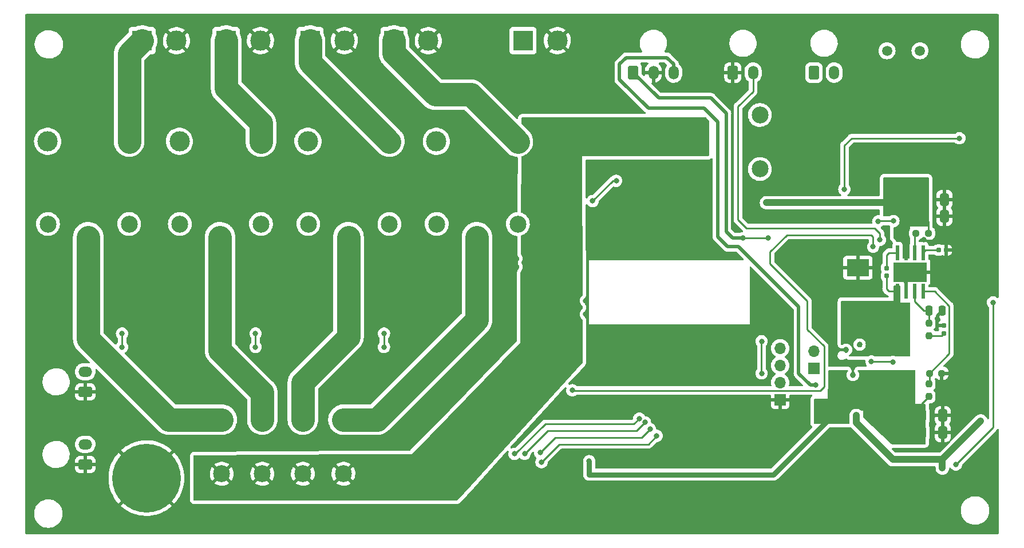
<source format=gbr>
%TF.GenerationSoftware,KiCad,Pcbnew,(6.0.1)*%
%TF.CreationDate,2022-05-12T18:18:59+02:00*%
%TF.ProjectId,RV_main_pcb_ESP32,52565f6d-6169-46e5-9f70-63625f455350,rev?*%
%TF.SameCoordinates,PX3d58588PY82b3790*%
%TF.FileFunction,Copper,L2,Bot*%
%TF.FilePolarity,Positive*%
%FSLAX46Y46*%
G04 Gerber Fmt 4.6, Leading zero omitted, Abs format (unit mm)*
G04 Created by KiCad (PCBNEW (6.0.1)) date 2022-05-12 18:18:59*
%MOMM*%
%LPD*%
G01*
G04 APERTURE LIST*
G04 Aperture macros list*
%AMRoundRect*
0 Rectangle with rounded corners*
0 $1 Rounding radius*
0 $2 $3 $4 $5 $6 $7 $8 $9 X,Y pos of 4 corners*
0 Add a 4 corners polygon primitive as box body*
4,1,4,$2,$3,$4,$5,$6,$7,$8,$9,$2,$3,0*
0 Add four circle primitives for the rounded corners*
1,1,$1+$1,$2,$3*
1,1,$1+$1,$4,$5*
1,1,$1+$1,$6,$7*
1,1,$1+$1,$8,$9*
0 Add four rect primitives between the rounded corners*
20,1,$1+$1,$2,$3,$4,$5,0*
20,1,$1+$1,$4,$5,$6,$7,0*
20,1,$1+$1,$6,$7,$8,$9,0*
20,1,$1+$1,$8,$9,$2,$3,0*%
G04 Aperture macros list end*
%TA.AperFunction,ComponentPad*%
%ADD10C,2.500000*%
%TD*%
%TA.AperFunction,ComponentPad*%
%ADD11RoundRect,0.250001X-0.499999X-0.759999X0.499999X-0.759999X0.499999X0.759999X-0.499999X0.759999X0*%
%TD*%
%TA.AperFunction,ComponentPad*%
%ADD12O,1.500000X2.020000*%
%TD*%
%TA.AperFunction,ComponentPad*%
%ADD13C,3.000000*%
%TD*%
%TA.AperFunction,ComponentPad*%
%ADD14R,1.700000X1.700000*%
%TD*%
%TA.AperFunction,ComponentPad*%
%ADD15O,1.700000X1.700000*%
%TD*%
%TA.AperFunction,ComponentPad*%
%ADD16R,3.000000X3.000000*%
%TD*%
%TA.AperFunction,ComponentPad*%
%ADD17C,10.160000*%
%TD*%
%TA.AperFunction,ComponentPad*%
%ADD18RoundRect,0.250001X0.759999X-0.499999X0.759999X0.499999X-0.759999X0.499999X-0.759999X-0.499999X0*%
%TD*%
%TA.AperFunction,ComponentPad*%
%ADD19O,2.020000X1.500000*%
%TD*%
%TA.AperFunction,ComponentPad*%
%ADD20C,1.500000*%
%TD*%
%TA.AperFunction,SMDPad,CuDef*%
%ADD21RoundRect,0.237500X-0.237500X0.250000X-0.237500X-0.250000X0.237500X-0.250000X0.237500X0.250000X0*%
%TD*%
%TA.AperFunction,SMDPad,CuDef*%
%ADD22RoundRect,0.237500X0.250000X0.237500X-0.250000X0.237500X-0.250000X-0.237500X0.250000X-0.237500X0*%
%TD*%
%TA.AperFunction,SMDPad,CuDef*%
%ADD23RoundRect,0.250000X-0.412500X-0.650000X0.412500X-0.650000X0.412500X0.650000X-0.412500X0.650000X0*%
%TD*%
%TA.AperFunction,SMDPad,CuDef*%
%ADD24RoundRect,0.155000X-0.155000X0.212500X-0.155000X-0.212500X0.155000X-0.212500X0.155000X0.212500X0*%
%TD*%
%TA.AperFunction,SMDPad,CuDef*%
%ADD25R,3.300000X2.500000*%
%TD*%
%TA.AperFunction,SMDPad,CuDef*%
%ADD26R,3.600000X2.700000*%
%TD*%
%TA.AperFunction,SMDPad,CuDef*%
%ADD27RoundRect,0.155000X0.212500X0.155000X-0.212500X0.155000X-0.212500X-0.155000X0.212500X-0.155000X0*%
%TD*%
%TA.AperFunction,SMDPad,CuDef*%
%ADD28RoundRect,0.250000X0.250000X0.475000X-0.250000X0.475000X-0.250000X-0.475000X0.250000X-0.475000X0*%
%TD*%
%TA.AperFunction,SMDPad,CuDef*%
%ADD29R,0.500000X2.200000*%
%TD*%
%TA.AperFunction,SMDPad,CuDef*%
%ADD30RoundRect,0.015000X-0.235000X1.085000X-0.235000X-1.085000X0.235000X-1.085000X0.235000X1.085000X0*%
%TD*%
%TA.AperFunction,SMDPad,CuDef*%
%ADD31R,4.900000X2.950000*%
%TD*%
%TA.AperFunction,ViaPad*%
%ADD32C,0.800000*%
%TD*%
%TA.AperFunction,Conductor*%
%ADD33C,0.500000*%
%TD*%
%TA.AperFunction,Conductor*%
%ADD34C,0.254000*%
%TD*%
%TA.AperFunction,Conductor*%
%ADD35C,1.000000*%
%TD*%
%TA.AperFunction,Conductor*%
%ADD36C,0.250000*%
%TD*%
%TA.AperFunction,Conductor*%
%ADD37C,0.750000*%
%TD*%
%TA.AperFunction,Conductor*%
%ADD38C,3.500000*%
%TD*%
G04 APERTURE END LIST*
D10*
%TO.P,F7,1*%
%TO.N,Net-(F7-Pad1)*%
X35575000Y17450000D03*
%TO.P,F7,2*%
%TO.N,+12V*%
X35575000Y9450000D03*
%TD*%
%TO.P,F1,1*%
%TO.N,Net-(F1-Pad1)*%
X109175000Y62550000D03*
%TO.P,F1,2*%
%TO.N,BATTERY*%
X109175000Y54550000D03*
%TD*%
D11*
%TO.P,J2,1,Pin_1*%
%TO.N,NANO_5V*%
X90425000Y68830000D03*
D12*
%TO.P,J2,2,Pin_2*%
%TO.N,GND*%
X93425000Y68830000D03*
%TO.P,J2,3,Pin_3*%
%TO.N,ESP32_WS2812B_status_LED_5V*%
X96425000Y68830000D03*
%TD*%
D13*
%TO.P,K1,1*%
%TO.N,Net-(F7-Pad1)*%
X29325000Y44450000D03*
D10*
%TO.P,K1,2*%
%TO.N,Net-(D8-Pad1)*%
X35375000Y46400000D03*
D13*
%TO.P,K1,3*%
%TO.N,/Relay 10A2/NO*%
X35375000Y58600000D03*
%TO.P,K1,4*%
%TO.N,/Relay 10A2/NC*%
X23325000Y58650000D03*
D10*
%TO.P,K1,5*%
%TO.N,NANO_5V*%
X23375000Y46400000D03*
%TD*%
D11*
%TO.P,J1,1,Pin_1*%
%TO.N,GND*%
X105175000Y68830000D03*
D12*
%TO.P,J1,2,Pin_2*%
%TO.N,NANO_D6*%
X108175000Y68830000D03*
%TD*%
D10*
%TO.P,F4,1*%
%TO.N,Net-(F4-Pad1)*%
X41575000Y17450000D03*
%TO.P,F4,2*%
%TO.N,+12V*%
X41575000Y9450000D03*
%TD*%
%TO.P,F8,1*%
%TO.N,Net-(F8-Pad1)*%
X29575000Y17450000D03*
%TO.P,F8,2*%
%TO.N,+12V*%
X29575000Y9450000D03*
%TD*%
D14*
%TO.P,JP1,1,A*%
%TO.N,ESP32_VCC*%
X117175000Y25025000D03*
D15*
%TO.P,JP1,2,B*%
%TO.N,Net-(J11-Pad4)*%
X117175000Y27565000D03*
%TD*%
D14*
%TO.P,J11,1,Pin_1*%
%TO.N,GND*%
X112175000Y20400000D03*
D15*
%TO.P,J11,2,Pin_2*%
%TO.N,/ESP32/ESP_RX*%
X112175000Y22940000D03*
%TO.P,J11,3,Pin_3*%
%TO.N,/ESP32/ESP_TX*%
X112175000Y25480000D03*
%TO.P,J11,4,Pin_4*%
%TO.N,Net-(J11-Pad4)*%
X112175000Y28020000D03*
%TD*%
D10*
%TO.P,F5,1*%
%TO.N,Net-(F5-Pad1)*%
X47575000Y17450000D03*
%TO.P,F5,2*%
%TO.N,+12V*%
X47575000Y9450000D03*
%TD*%
D16*
%TO.P,J9,1,Pin_1*%
%TO.N,/Relay 10A/NO*%
X42635000Y73550000D03*
D13*
%TO.P,J9,2,Pin_2*%
%TO.N,GND*%
X47715000Y73550000D03*
%TD*%
%TO.P,K3,1*%
%TO.N,Net-(F5-Pad1)*%
X67325000Y44450000D03*
D10*
%TO.P,K3,2*%
%TO.N,Net-(D5-Pad1)*%
X73375000Y46400000D03*
D13*
%TO.P,K3,3*%
%TO.N,/Relay 10A1/NO*%
X73375000Y58600000D03*
%TO.P,K3,4*%
%TO.N,/Relay 10A1/NC*%
X61325000Y58650000D03*
D10*
%TO.P,K3,5*%
%TO.N,NANO_5V*%
X61375000Y46400000D03*
%TD*%
D16*
%TO.P,J7,1,Pin_1*%
%TO.N,/Relay 10A1/NO*%
X55051668Y73550000D03*
D13*
%TO.P,J7,2,Pin_2*%
%TO.N,GND*%
X60131668Y73550000D03*
%TD*%
%TO.P,K2,1*%
%TO.N,Net-(F4-Pad1)*%
X48325000Y44450000D03*
D10*
%TO.P,K2,2*%
%TO.N,Net-(D2-Pad1)*%
X54375000Y46400000D03*
D13*
%TO.P,K2,3*%
%TO.N,/Relay 10A/NO*%
X54375000Y58600000D03*
%TO.P,K2,4*%
%TO.N,/Relay 10A/NC*%
X42325000Y58650000D03*
D10*
%TO.P,K2,5*%
%TO.N,NANO_5V*%
X42375000Y46400000D03*
%TD*%
D16*
%TO.P,J8,1,Pin_1*%
%TO.N,/Relay 10A3/NO*%
X17801668Y73550000D03*
D13*
%TO.P,J8,2,Pin_2*%
%TO.N,GND*%
X22881668Y73550000D03*
%TD*%
%TO.P,K4,1*%
%TO.N,Net-(F8-Pad1)*%
X9825000Y44450000D03*
D10*
%TO.P,K4,2*%
%TO.N,Net-(D10-Pad1)*%
X15875000Y46400000D03*
D13*
%TO.P,K4,3*%
%TO.N,/Relay 10A3/NO*%
X15875000Y58600000D03*
%TO.P,K4,4*%
%TO.N,/Relay 10A3/NC*%
X3825000Y58650000D03*
D10*
%TO.P,K4,5*%
%TO.N,NANO_5V*%
X3875000Y46400000D03*
%TD*%
D16*
%TO.P,J6,1,Pin_1*%
%TO.N,/Relay 10A2/NO*%
X30218334Y73550000D03*
D13*
%TO.P,J6,2,Pin_2*%
%TO.N,GND*%
X35298334Y73550000D03*
%TD*%
D17*
%TO.P,J5,1,Pin_1*%
%TO.N,GND*%
X18425000Y8800000D03*
%TD*%
D16*
%TO.P,J4,1,Pin_1*%
%TO.N,Net-(F1-Pad1)*%
X74135000Y73550000D03*
D13*
%TO.P,J4,2,Pin_2*%
%TO.N,GND*%
X79215000Y73550000D03*
%TD*%
D18*
%TO.P,J12,1,Pin_1*%
%TO.N,GND*%
X9395000Y21550000D03*
D19*
%TO.P,J12,2,Pin_2*%
%TO.N,ESP_SW1*%
X9395000Y24550000D03*
%TD*%
D20*
%TO.P,Y1,1,1*%
%TO.N,Net-(C8-Pad2)*%
X127975000Y72050000D03*
%TO.P,Y1,2,2*%
%TO.N,Net-(C7-Pad2)*%
X132855000Y72050000D03*
%TD*%
D11*
%TO.P,J3,1,Pin_1*%
%TO.N,/CAN Interface/CAN_H*%
X117175000Y68830000D03*
D12*
%TO.P,J3,2,Pin_2*%
%TO.N,/CAN Interface/CAN_L*%
X120175000Y68830000D03*
%TD*%
D18*
%TO.P,J13,1,Pin_1*%
%TO.N,GND*%
X9395000Y10800000D03*
D19*
%TO.P,J13,2,Pin_2*%
%TO.N,ESP_SW2*%
X9395000Y13800000D03*
%TD*%
D21*
%TO.P,R45,1*%
%TO.N,TPS_VSENSE*%
X134175000Y22712500D03*
%TO.P,R45,2*%
%TO.N,+5V*%
X134175000Y20887500D03*
%TD*%
D22*
%TO.P,R46,1*%
%TO.N,GND*%
X136087500Y24300000D03*
%TO.P,R46,2*%
%TO.N,TPS_VSENSE*%
X134262500Y24300000D03*
%TD*%
D21*
%TO.P,R44,1*%
%TO.N,Net-(C31-Pad2)*%
X134175000Y31712500D03*
%TO.P,R44,2*%
%TO.N,Net-(C32-Pad2)*%
X134175000Y29887500D03*
%TD*%
D23*
%TO.P,C33,1*%
%TO.N,+5V*%
X133112500Y18050000D03*
%TO.P,C33,2*%
%TO.N,GND*%
X136237500Y18050000D03*
%TD*%
D24*
%TO.P,C32,1*%
%TO.N,GND*%
X136425000Y31367500D03*
%TO.P,C32,2*%
%TO.N,Net-(C32-Pad2)*%
X136425000Y30232500D03*
%TD*%
D25*
%TO.P,D12,1,K*%
%TO.N,/5V 3A Buck/TPS_PH*%
X123675000Y33150000D03*
%TO.P,D12,2,A*%
%TO.N,GND*%
X123675000Y39950000D03*
%TD*%
D23*
%TO.P,C34,1*%
%TO.N,+5V*%
X133112500Y15550000D03*
%TO.P,C34,2*%
%TO.N,GND*%
X136237500Y15550000D03*
%TD*%
%TO.P,C3,1*%
%TO.N,+12V*%
X133362500Y50050000D03*
%TO.P,C3,2*%
%TO.N,GND*%
X136487500Y50050000D03*
%TD*%
D26*
%TO.P,L1,1,1*%
%TO.N,/5V 3A Buck/TPS_PH*%
X127175000Y29200000D03*
%TO.P,L1,2,2*%
%TO.N,+5V*%
X127175000Y20900000D03*
%TD*%
D24*
%TO.P,C30,1*%
%TO.N,Net-(C30-Pad1)*%
X127925000Y39867500D03*
%TO.P,C30,2*%
%TO.N,/5V 3A Buck/TPS_PH*%
X127925000Y38732500D03*
%TD*%
D27*
%TO.P,C29,1*%
%TO.N,GND*%
X136742500Y42550000D03*
%TO.P,C29,2*%
%TO.N,Net-(C29-Pad2)*%
X135607500Y42550000D03*
%TD*%
D23*
%TO.P,C4,1*%
%TO.N,+12V*%
X133362500Y47550000D03*
%TO.P,C4,2*%
%TO.N,GND*%
X136487500Y47550000D03*
%TD*%
D22*
%TO.P,R43,1*%
%TO.N,+12V*%
X134087500Y45050000D03*
%TO.P,R43,2*%
%TO.N,Net-(R43-Pad2)*%
X132262500Y45050000D03*
%TD*%
D28*
%TO.P,C31,1*%
%TO.N,GND*%
X136125000Y33550000D03*
%TO.P,C31,2*%
%TO.N,Net-(C31-Pad2)*%
X134225000Y33550000D03*
%TD*%
D29*
%TO.P,U2,1,BOOT*%
%TO.N,Net-(C30-Pad1)*%
X129520000Y42175000D03*
%TO.P,U2,2,VIN*%
%TO.N,+12V*%
X130790000Y42175000D03*
%TO.P,U2,3,EN*%
%TO.N,Net-(R43-Pad2)*%
X132060000Y42175000D03*
%TO.P,U2,4,SS*%
%TO.N,Net-(C29-Pad2)*%
X133330000Y42175000D03*
D30*
%TO.P,U2,5,VSENSE*%
%TO.N,TPS_VSENSE*%
X133330000Y36425000D03*
%TO.P,U2,6,COMP*%
%TO.N,Net-(C31-Pad2)*%
X132060000Y36425000D03*
%TO.P,U2,7,GND*%
%TO.N,GND*%
X130790000Y36425000D03*
%TO.P,U2,8,PH*%
%TO.N,/5V 3A Buck/TPS_PH*%
X129520000Y36425000D03*
D31*
%TO.P,U2,9,POWERPAD*%
%TO.N,GND*%
X131425000Y39300000D03*
%TD*%
D32*
%TO.N,GND*%
X136675000Y1800000D03*
X125425000Y36800000D03*
X137425000Y41300000D03*
X81175000Y12300000D03*
X119925000Y32550000D03*
X84425000Y52550000D03*
X88925000Y45050000D03*
X90675000Y45050000D03*
X126425000Y1800000D03*
X73175000Y40050000D03*
X131675000Y10050000D03*
X135425000Y32300000D03*
X142175000Y42300000D03*
X114925000Y39050000D03*
X130425000Y74800000D03*
X123925000Y28550000D03*
X121425000Y10550000D03*
X121925000Y27800000D03*
X105925000Y3550000D03*
X133425000Y44050000D03*
X109675000Y3550000D03*
X122925000Y24050000D03*
X84925000Y42800000D03*
X128425000Y43550000D03*
X129425000Y4800000D03*
X90675000Y51550000D03*
X83425000Y35050000D03*
X86925000Y11550000D03*
X83675000Y23800000D03*
X112425000Y34300000D03*
X107925000Y12050000D03*
X85925000Y53550000D03*
X119675000Y14800000D03*
X100175000Y29550000D03*
X113425000Y15800000D03*
X91175000Y54550000D03*
X84675000Y18300000D03*
X79675000Y19050000D03*
X88675000Y54300000D03*
X73175000Y41300000D03*
X124175000Y12550000D03*
X83425000Y33050000D03*
X100675000Y25550000D03*
X135925000Y76050000D03*
X84425000Y47300000D03*
X84175000Y24800000D03*
X94675000Y29050000D03*
X124425000Y76050000D03*
%TO.N,ESP-32_SDA_3.3V*%
X109425000Y24300000D03*
X109425000Y29050000D03*
%TO.N,NANO_D6*%
X126925000Y44050000D03*
%TO.N,NANO_D7*%
X125925000Y43050000D03*
X81425000Y21800000D03*
%TO.N,CAN_MISO*%
X126675000Y46800000D03*
X128925000Y46850000D03*
%TO.N,NANO_5V*%
X141850000Y17250000D03*
X106675000Y44300000D03*
X110425000Y44300000D03*
X136175000Y10300000D03*
X123425000Y18050000D03*
%TO.N,+5V*%
X83925000Y11300000D03*
X132175000Y18050000D03*
%TO.N,+12V*%
X99175000Y57550000D03*
X97925000Y58800000D03*
X95175000Y57550000D03*
X97925000Y57550000D03*
X99175000Y58800000D03*
X100425000Y58800000D03*
X96425000Y57550000D03*
X100425000Y57550000D03*
X110175000Y49550000D03*
%TO.N,ESP32_VCC*%
X87925000Y52800000D03*
X84425000Y49800000D03*
%TO.N,/CAN Interface/VCC*%
X121675000Y51550000D03*
X138675000Y59100000D03*
%TO.N,Net-(C17-Pad2)*%
X138175000Y10800000D03*
X143675000Y34800000D03*
%TO.N,ESP32_WS2812B_status_LED_5V*%
X117425000Y22550000D03*
%TO.N,ESP32_RELAY_1*%
X53575000Y30200000D03*
X53575000Y28200000D03*
X93925000Y15050000D03*
X76875000Y11150000D03*
%TO.N,ESP32_RELAY_2*%
X76675000Y12550000D03*
X92925000Y16050000D03*
%TO.N,ESP32_RELAY_3*%
X92175000Y17050000D03*
X34575000Y28200000D03*
X34575000Y30200000D03*
X74375000Y12400000D03*
%TO.N,ESP32_RELAY_4*%
X72862701Y12387701D03*
X14825000Y30200000D03*
X14825000Y28200000D03*
X91343363Y17604424D03*
%TO.N,NANO_RESET*%
X128858930Y25998211D03*
X125675000Y26050000D03*
%TD*%
D33*
%TO.N,GND*%
X130790000Y37685000D02*
X130675000Y37800000D01*
X130790000Y36425000D02*
X130790000Y37685000D01*
X135425000Y32300000D02*
X135425000Y32850000D01*
X135425000Y32850000D02*
X136125000Y33550000D01*
D34*
%TO.N,ESP-32_SDA_3.3V*%
X109425000Y24300000D02*
X109411286Y24313714D01*
X109411286Y24313714D02*
X109411286Y29036286D01*
X109411286Y29036286D02*
X109425000Y29050000D01*
%TO.N,NANO_D6*%
X126175000Y45800000D02*
X107175000Y45800000D01*
X107175000Y45800000D02*
X105925000Y47050000D01*
X105925000Y47050000D02*
X105925000Y63800000D01*
X108175000Y66050000D02*
X108175000Y68830000D01*
X105925000Y63800000D02*
X108175000Y66050000D01*
X126925000Y45050000D02*
X126175000Y45800000D01*
X126925000Y44050000D02*
X126925000Y45050000D01*
%TO.N,NANO_D7*%
X110675000Y40550000D02*
X110675000Y42300000D01*
X118138489Y21763489D02*
X118675000Y22300000D01*
X118675000Y28300000D02*
X116175000Y30800000D01*
X116175000Y30800000D02*
X116175000Y35050000D01*
X110675000Y42300000D02*
X113175000Y44800000D01*
X125675000Y44800000D02*
X125925000Y44550000D01*
X116175000Y35050000D02*
X110675000Y40550000D01*
X113175000Y44800000D02*
X125675000Y44800000D01*
X125925000Y44550000D02*
X125925000Y43050000D01*
X118675000Y22300000D02*
X118675000Y28300000D01*
X81425000Y21800000D02*
X81461511Y21763489D01*
X81461511Y21763489D02*
X118138489Y21763489D01*
%TO.N,CAN_MISO*%
X128925000Y46850000D02*
X126725000Y46850000D01*
X126725000Y46850000D02*
X126675000Y46800000D01*
D35*
%TO.N,NANO_5V*%
X123425000Y16950000D02*
X123425000Y18050000D01*
D33*
X104175000Y62800000D02*
X104175000Y45300000D01*
X101925000Y65050000D02*
X104175000Y62800000D01*
X105175000Y44300000D02*
X106675000Y44300000D01*
D35*
X123425000Y16950000D02*
X128825000Y11550000D01*
X136175000Y11575000D02*
X141850000Y17250000D01*
D33*
X90425000Y68830000D02*
X94205000Y65050000D01*
D35*
X128825000Y11550000D02*
X136175000Y11550000D01*
D36*
X136175000Y11550000D02*
X136175000Y11575000D01*
D34*
X110425000Y44300000D02*
X106675000Y44300000D01*
D33*
X94205000Y65050000D02*
X101925000Y65050000D01*
D35*
X136175000Y10300000D02*
X136175000Y11550000D01*
D33*
X104175000Y45300000D02*
X105175000Y44300000D01*
D37*
%TO.N,+5V*%
X121425000Y20800000D02*
X121525000Y20900000D01*
X132175000Y18050000D02*
X133112500Y18050000D01*
X83925000Y11300000D02*
X83925000Y9300000D01*
D34*
X133112500Y18050000D02*
X133112500Y19825000D01*
X133112500Y19825000D02*
X134175000Y20887500D01*
D37*
X83925000Y9300000D02*
X111175000Y9300000D01*
X121525000Y20900000D02*
X127175000Y20900000D01*
X111175000Y9300000D02*
X121425000Y19550000D01*
X121425000Y19550000D02*
X121425000Y20800000D01*
D34*
%TO.N,+12V*%
X133362500Y47550000D02*
X134087500Y46825000D01*
D35*
X110175000Y49550000D02*
X129675000Y49550000D01*
D34*
X134087500Y46825000D02*
X134087500Y45050000D01*
D35*
X129675000Y49550000D02*
X130175000Y50050000D01*
X130175000Y50050000D02*
X133362500Y50050000D01*
D38*
%TO.N,Net-(F4-Pad1)*%
X41575000Y17450000D02*
X41575000Y22950000D01*
X48325000Y29700000D02*
X48325000Y44450000D01*
X41575000Y22950000D02*
X48325000Y29700000D01*
%TO.N,/Relay 10A1/NO*%
X61175000Y65550000D02*
X55051668Y71673332D01*
X66425000Y65550000D02*
X61175000Y65550000D01*
X55051668Y71673332D02*
X55051668Y73550000D01*
X73375000Y58600000D02*
X66425000Y65550000D01*
%TO.N,Net-(F5-Pad1)*%
X67325000Y32200000D02*
X67325000Y44450000D01*
X52575000Y17450000D02*
X67325000Y32200000D01*
X47575000Y17450000D02*
X52575000Y17450000D01*
D34*
%TO.N,ESP32_VCC*%
X84425000Y49800000D02*
X87425000Y52800000D01*
X87425000Y52800000D02*
X87925000Y52800000D01*
%TO.N,/CAN Interface/VCC*%
X121675000Y58050000D02*
X122725000Y59100000D01*
X122725000Y59100000D02*
X138675000Y59100000D01*
X121675000Y51550000D02*
X121675000Y58050000D01*
D36*
%TO.N,Net-(C17-Pad2)*%
X138175000Y10800000D02*
X143675000Y16300000D01*
X143675000Y16300000D02*
X143675000Y34800000D01*
D38*
%TO.N,Net-(F7-Pad1)*%
X35575000Y21450000D02*
X29325000Y27700000D01*
X29325000Y27700000D02*
X29325000Y44450000D01*
X35575000Y17450000D02*
X35575000Y21450000D01*
%TO.N,Net-(F8-Pad1)*%
X21775000Y17450000D02*
X9825000Y29400000D01*
X9825000Y29400000D02*
X9825000Y44450000D01*
X29575000Y17450000D02*
X21775000Y17450000D01*
D33*
%TO.N,ESP32_WS2812B_status_LED_5V*%
X116675000Y22550000D02*
X114925000Y24300000D01*
X104425000Y43050000D02*
X105925000Y43050000D01*
X117425000Y22550000D02*
X116675000Y22550000D01*
X88425000Y70050000D02*
X88425000Y67800000D01*
X89425000Y71050000D02*
X88425000Y70050000D01*
X96425000Y70050000D02*
X95425000Y71050000D01*
X102925000Y44550000D02*
X104425000Y43050000D01*
X114925000Y34153582D02*
X106028582Y43050000D01*
X102925000Y61550000D02*
X102925000Y44550000D01*
X114925000Y24300000D02*
X114925000Y34153582D01*
X88425000Y67800000D02*
X92675000Y63550000D01*
X95425000Y71050000D02*
X89425000Y71050000D01*
X100925000Y63550000D02*
X102925000Y61550000D01*
X96425000Y68830000D02*
X96425000Y70050000D01*
X92675000Y63550000D02*
X100925000Y63550000D01*
D38*
%TO.N,/Relay 10A2/NO*%
X30218334Y66506666D02*
X30218334Y73550000D01*
X35375000Y61350000D02*
X30218334Y66506666D01*
X35375000Y58600000D02*
X35375000Y61350000D01*
%TO.N,/Relay 10A3/NO*%
X15875000Y58600000D02*
X15875000Y71623332D01*
X15875000Y71623332D02*
X17801668Y73550000D01*
%TO.N,/Relay 10A/NO*%
X54375000Y58600000D02*
X42635000Y70340000D01*
X42635000Y70340000D02*
X42635000Y73550000D01*
D36*
%TO.N,ESP32_RELAY_1*%
X53575000Y30200000D02*
X53575000Y28200000D01*
X79525000Y13800000D02*
X76875000Y11150000D01*
X92675000Y13800000D02*
X79525000Y13800000D01*
X92675000Y13800000D02*
X93925000Y15050000D01*
%TO.N,ESP32_RELAY_2*%
X91675000Y14800000D02*
X78925000Y14800000D01*
X92925000Y16050000D02*
X91675000Y14800000D01*
X78925000Y14800000D02*
X76675000Y12550000D01*
%TO.N,ESP32_RELAY_3*%
X92175000Y17050000D02*
X90925000Y15800000D01*
X34575000Y30200000D02*
X34575000Y28200000D01*
X77775000Y15800000D02*
X74375000Y12400000D01*
X90925000Y15800000D02*
X77775000Y15800000D01*
%TO.N,ESP32_RELAY_4*%
X14825000Y30200000D02*
X14825000Y28200000D01*
X73012701Y12387701D02*
X72862701Y12387701D01*
X90538939Y16800000D02*
X77425000Y16800000D01*
X77425000Y16800000D02*
X73012701Y12387701D01*
X91343363Y17604424D02*
X90538939Y16800000D01*
D34*
%TO.N,NANO_RESET*%
X128807141Y26050000D02*
X128858930Y25998211D01*
X125675000Y26050000D02*
X128807141Y26050000D01*
%TO.N,Net-(C29-Pad2)*%
X135607500Y42550000D02*
X133705000Y42550000D01*
X133705000Y42550000D02*
X133330000Y42175000D01*
%TO.N,Net-(C30-Pad1)*%
X127925000Y39867500D02*
X127925000Y41800000D01*
X128300000Y42175000D02*
X129520000Y42175000D01*
X127925000Y41800000D02*
X128300000Y42175000D01*
%TO.N,/5V 3A Buck/TPS_PH*%
X127925000Y36800000D02*
X128300000Y36425000D01*
X128300000Y36425000D02*
X129520000Y36425000D01*
X127925000Y38732500D02*
X127925000Y36800000D01*
%TO.N,Net-(C31-Pad2)*%
X132060000Y34915000D02*
X132060000Y36425000D01*
X134225000Y33550000D02*
X134225000Y31762500D01*
X133425000Y33550000D02*
X132060000Y34915000D01*
X134225000Y33550000D02*
X133425000Y33550000D01*
X134225000Y31762500D02*
X134175000Y31712500D01*
%TO.N,Net-(C32-Pad2)*%
X136080000Y29887500D02*
X136425000Y30232500D01*
X134175000Y29887500D02*
X136080000Y29887500D01*
%TO.N,Net-(R43-Pad2)*%
X132060000Y44847500D02*
X132262500Y45050000D01*
X132060000Y42175000D02*
X132060000Y44847500D01*
%TO.N,TPS_VSENSE*%
X137175000Y27212500D02*
X134262500Y24300000D01*
X135050000Y36425000D02*
X137175000Y34300000D01*
X134262500Y22800000D02*
X134175000Y22712500D01*
X133330000Y36425000D02*
X135050000Y36425000D01*
X134262500Y24300000D02*
X134262500Y22800000D01*
X137175000Y34300000D02*
X137175000Y27212500D01*
%TD*%
%TA.AperFunction,Conductor*%
%TO.N,GND*%
G36*
X144434121Y77471998D02*
G01*
X144480614Y77418342D01*
X144492000Y77366000D01*
X144492000Y35575682D01*
X144471998Y35507561D01*
X144418342Y35461068D01*
X144348068Y35450964D01*
X144286819Y35479645D01*
X144286253Y35478866D01*
X144282211Y35481803D01*
X144282210Y35481804D01*
X144131752Y35591118D01*
X144125724Y35593802D01*
X144125722Y35593803D01*
X143963319Y35666109D01*
X143963318Y35666109D01*
X143957288Y35668794D01*
X143863888Y35688647D01*
X143776944Y35707128D01*
X143776939Y35707128D01*
X143770487Y35708500D01*
X143579513Y35708500D01*
X143573061Y35707128D01*
X143573056Y35707128D01*
X143486112Y35688647D01*
X143392712Y35668794D01*
X143386682Y35666109D01*
X143386681Y35666109D01*
X143224278Y35593803D01*
X143224276Y35593802D01*
X143218248Y35591118D01*
X143063747Y35478866D01*
X143059326Y35473956D01*
X143059325Y35473955D01*
X142961224Y35365002D01*
X142935960Y35336944D01*
X142927280Y35321909D01*
X142857727Y35201440D01*
X142840473Y35171556D01*
X142781458Y34989928D01*
X142761496Y34800000D01*
X142762186Y34793435D01*
X142780506Y34619134D01*
X142781458Y34610072D01*
X142840473Y34428444D01*
X142843776Y34422722D01*
X142843777Y34422721D01*
X142852381Y34407819D01*
X142935960Y34263056D01*
X143009137Y34181785D01*
X143039853Y34117779D01*
X143041500Y34097476D01*
X143041500Y17647115D01*
X143021498Y17578994D01*
X142967842Y17532501D01*
X142897568Y17522397D01*
X142832988Y17551891D01*
X142794751Y17611118D01*
X142790018Y17626996D01*
X142790017Y17626997D01*
X142788259Y17632896D01*
X142696018Y17807846D01*
X142571553Y17961547D01*
X142419604Y18088146D01*
X142245959Y18182822D01*
X142151596Y18212393D01*
X142063114Y18240122D01*
X142063111Y18240123D01*
X142057232Y18241965D01*
X142051109Y18242630D01*
X142051105Y18242631D01*
X141866737Y18262659D01*
X141866733Y18262659D01*
X141860612Y18263324D01*
X141663587Y18246087D01*
X141657670Y18244368D01*
X141657665Y18244367D01*
X141526936Y18206386D01*
X141473664Y18190909D01*
X141298074Y18099892D01*
X141263963Y18072662D01*
X141179777Y18005458D01*
X141179770Y18005451D01*
X141177027Y18003262D01*
X138456218Y15282452D01*
X137444143Y14270377D01*
X137381831Y14236351D01*
X137311016Y14241416D01*
X137301775Y14248333D01*
X137316255Y14188978D01*
X137293119Y14121857D01*
X137279485Y14105719D01*
X135769171Y12595405D01*
X135706859Y12561379D01*
X135680076Y12558500D01*
X129294926Y12558500D01*
X129226805Y12578502D01*
X129205831Y12595404D01*
X128724330Y13076905D01*
X128690305Y13139217D01*
X128695369Y13210032D01*
X128737916Y13266868D01*
X128804436Y13291679D01*
X128813425Y13292000D01*
X133549000Y13292000D01*
X133656980Y13303609D01*
X133660264Y13304323D01*
X133660268Y13304324D01*
X133698206Y13312577D01*
X133709322Y13314995D01*
X133812372Y13349293D01*
X133934010Y13427465D01*
X133969827Y13458500D01*
X133984273Y13471018D01*
X133987666Y13473958D01*
X134082355Y13583234D01*
X134091123Y13602432D01*
X134120615Y13667012D01*
X134142421Y13714760D01*
X134162423Y13782881D01*
X134170591Y13839690D01*
X134182361Y13921552D01*
X134182362Y13921559D01*
X134183000Y13926000D01*
X134183000Y14486203D01*
X134201740Y14552319D01*
X134213275Y14571032D01*
X134213276Y14571033D01*
X134217115Y14577262D01*
X134272797Y14745139D01*
X134283500Y14849600D01*
X134283500Y14852905D01*
X135067001Y14852905D01*
X135067338Y14846386D01*
X135077257Y14750794D01*
X135080149Y14737400D01*
X135131588Y14583216D01*
X135137761Y14570038D01*
X135223063Y14432193D01*
X135232099Y14420792D01*
X135346829Y14306261D01*
X135358240Y14297249D01*
X135496243Y14212184D01*
X135509424Y14206037D01*
X135663710Y14154862D01*
X135677086Y14151995D01*
X135771438Y14142328D01*
X135777854Y14142000D01*
X135965385Y14142000D01*
X135980624Y14146475D01*
X135981829Y14147865D01*
X135983500Y14155548D01*
X135983500Y14160116D01*
X136491500Y14160116D01*
X136495975Y14144877D01*
X136497365Y14143672D01*
X136505048Y14142001D01*
X136697095Y14142001D01*
X136703614Y14142338D01*
X136799206Y14152257D01*
X136812600Y14155149D01*
X136966784Y14206588D01*
X136979962Y14212761D01*
X137124035Y14301917D01*
X137125757Y14299134D01*
X137178254Y14320228D01*
X137245451Y14307365D01*
X137229369Y14350483D01*
X137244460Y14419857D01*
X137249107Y14426887D01*
X137248910Y14427009D01*
X137337816Y14571243D01*
X137343963Y14584424D01*
X137395138Y14738710D01*
X137398005Y14752086D01*
X137407672Y14846438D01*
X137408000Y14852854D01*
X137408000Y15277885D01*
X137403525Y15293124D01*
X137402135Y15294329D01*
X137394452Y15296000D01*
X136509615Y15296000D01*
X136494376Y15291525D01*
X136493171Y15290135D01*
X136491500Y15282452D01*
X136491500Y14160116D01*
X135983500Y14160116D01*
X135983500Y15277885D01*
X135979025Y15293124D01*
X135977635Y15294329D01*
X135969952Y15296000D01*
X135085116Y15296000D01*
X135069877Y15291525D01*
X135068672Y15290135D01*
X135067001Y15282452D01*
X135067001Y14852905D01*
X134283500Y14852905D01*
X134283500Y15822115D01*
X135067000Y15822115D01*
X135071475Y15806876D01*
X135072865Y15805671D01*
X135080548Y15804000D01*
X135965385Y15804000D01*
X135980624Y15808475D01*
X135981829Y15809865D01*
X135983500Y15817548D01*
X135983500Y15822115D01*
X136491500Y15822115D01*
X136495975Y15806876D01*
X136497365Y15805671D01*
X136505048Y15804000D01*
X137389884Y15804000D01*
X137405123Y15808475D01*
X137406328Y15809865D01*
X137407999Y15817548D01*
X137407999Y16247095D01*
X137407662Y16253614D01*
X137397743Y16349206D01*
X137394851Y16362600D01*
X137343412Y16516784D01*
X137337239Y16529962D01*
X137251937Y16667807D01*
X137242901Y16679208D01*
X137211183Y16710871D01*
X137177104Y16773154D01*
X137182107Y16843974D01*
X137211029Y16889063D01*
X137243739Y16921829D01*
X137252751Y16933240D01*
X137337816Y17071243D01*
X137343963Y17084424D01*
X137395138Y17238710D01*
X137398005Y17252086D01*
X137407672Y17346438D01*
X137408000Y17352854D01*
X137408000Y17777885D01*
X137403525Y17793124D01*
X137402135Y17794329D01*
X137394452Y17796000D01*
X136509615Y17796000D01*
X136494376Y17791525D01*
X136493171Y17790135D01*
X136491500Y17782452D01*
X136491500Y15822115D01*
X135983500Y15822115D01*
X135983500Y17777885D01*
X135979025Y17793124D01*
X135977635Y17794329D01*
X135969952Y17796000D01*
X135085116Y17796000D01*
X135069877Y17791525D01*
X135068672Y17790135D01*
X135067001Y17782452D01*
X135067001Y17352905D01*
X135067338Y17346386D01*
X135077257Y17250794D01*
X135080149Y17237400D01*
X135131588Y17083216D01*
X135137761Y17070038D01*
X135223063Y16932193D01*
X135232099Y16920792D01*
X135263817Y16889129D01*
X135297896Y16826846D01*
X135292893Y16756026D01*
X135263971Y16710937D01*
X135231261Y16678171D01*
X135222249Y16666760D01*
X135137184Y16528757D01*
X135131037Y16515576D01*
X135079862Y16361290D01*
X135076995Y16347914D01*
X135067328Y16253562D01*
X135067000Y16247145D01*
X135067000Y15822115D01*
X134283500Y15822115D01*
X134283500Y16250400D01*
X134283013Y16255095D01*
X134273238Y16349308D01*
X134273237Y16349312D01*
X134272526Y16356166D01*
X134266627Y16373849D01*
X134218868Y16516998D01*
X134216550Y16523946D01*
X134201856Y16547691D01*
X134183000Y16613994D01*
X134183000Y16986203D01*
X134201740Y17052319D01*
X134213275Y17071032D01*
X134213276Y17071033D01*
X134217115Y17077262D01*
X134257057Y17197684D01*
X134270632Y17238611D01*
X134270632Y17238613D01*
X134272797Y17245139D01*
X134276101Y17277380D01*
X134282526Y17340095D01*
X134283500Y17349600D01*
X134283500Y18322115D01*
X135067000Y18322115D01*
X135071475Y18306876D01*
X135072865Y18305671D01*
X135080548Y18304000D01*
X135965385Y18304000D01*
X135980624Y18308475D01*
X135981829Y18309865D01*
X135983500Y18317548D01*
X135983500Y18322115D01*
X136491500Y18322115D01*
X136495975Y18306876D01*
X136497365Y18305671D01*
X136505048Y18304000D01*
X137389884Y18304000D01*
X137405123Y18308475D01*
X137406328Y18309865D01*
X137407999Y18317548D01*
X137407999Y18747095D01*
X137407662Y18753614D01*
X137397743Y18849206D01*
X137394851Y18862600D01*
X137343412Y19016784D01*
X137337239Y19029962D01*
X137251937Y19167807D01*
X137242901Y19179208D01*
X137128171Y19293739D01*
X137116760Y19302751D01*
X136978757Y19387816D01*
X136965576Y19393963D01*
X136811290Y19445138D01*
X136797914Y19448005D01*
X136703562Y19457672D01*
X136697145Y19458000D01*
X136509615Y19458000D01*
X136494376Y19453525D01*
X136493171Y19452135D01*
X136491500Y19444452D01*
X136491500Y18322115D01*
X135983500Y18322115D01*
X135983500Y19439884D01*
X135979025Y19455123D01*
X135977635Y19456328D01*
X135969952Y19457999D01*
X135777905Y19457999D01*
X135771386Y19457662D01*
X135675794Y19447743D01*
X135662400Y19444851D01*
X135508216Y19393412D01*
X135495038Y19387239D01*
X135357193Y19301937D01*
X135345792Y19292901D01*
X135231261Y19178171D01*
X135222249Y19166760D01*
X135137184Y19028757D01*
X135131037Y19015576D01*
X135079862Y18861290D01*
X135076995Y18847914D01*
X135067328Y18753562D01*
X135067000Y18747145D01*
X135067000Y18322115D01*
X134283500Y18322115D01*
X134283500Y18750400D01*
X134277410Y18809097D01*
X134273238Y18849308D01*
X134273237Y18849312D01*
X134272526Y18856166D01*
X134216550Y19023946D01*
X134201856Y19047691D01*
X134183000Y19113994D01*
X134183000Y19674000D01*
X134180885Y19693671D01*
X134174611Y19752032D01*
X134187217Y19821900D01*
X134235595Y19873862D01*
X134299889Y19891500D01*
X134462072Y19891500D01*
X134465318Y19891837D01*
X134465322Y19891837D01*
X134559235Y19901581D01*
X134559239Y19901582D01*
X134566093Y19902293D01*
X134572629Y19904474D01*
X134572631Y19904474D01*
X134724159Y19955028D01*
X134731107Y19957346D01*
X134879031Y20048884D01*
X134884204Y20054066D01*
X134996758Y20166816D01*
X134996762Y20166821D01*
X135001929Y20171997D01*
X135075900Y20292000D01*
X135089369Y20313850D01*
X135089370Y20313852D01*
X135093209Y20320080D01*
X135147974Y20485191D01*
X135158500Y20587928D01*
X135158500Y21187072D01*
X135158090Y21191028D01*
X135148419Y21284235D01*
X135148418Y21284239D01*
X135147707Y21291093D01*
X135092654Y21456107D01*
X135001116Y21604031D01*
X134905267Y21699713D01*
X134894214Y21710747D01*
X134860135Y21773030D01*
X134865138Y21843850D01*
X134894059Y21888937D01*
X134996754Y21991812D01*
X134996758Y21991817D01*
X135001929Y21996997D01*
X135005770Y22003228D01*
X135089369Y22138850D01*
X135089370Y22138852D01*
X135093209Y22145080D01*
X135147974Y22310191D01*
X135152975Y22358997D01*
X135158172Y22409729D01*
X135158500Y22412928D01*
X135158500Y23012072D01*
X135153537Y23059905D01*
X135148419Y23109235D01*
X135148418Y23109239D01*
X135147707Y23116093D01*
X135092654Y23281107D01*
X135027987Y23385609D01*
X135009149Y23454059D01*
X135030310Y23521828D01*
X135045957Y23540927D01*
X135055053Y23550039D01*
X135086101Y23581141D01*
X135148381Y23615220D01*
X135219201Y23610218D01*
X135264291Y23581296D01*
X135367129Y23478637D01*
X135378540Y23469625D01*
X135514063Y23386088D01*
X135527241Y23379944D01*
X135678766Y23329685D01*
X135692132Y23326819D01*
X135784770Y23317328D01*
X135791185Y23317000D01*
X135815385Y23317000D01*
X135830624Y23321475D01*
X135831829Y23322865D01*
X135833500Y23330548D01*
X135833500Y23335115D01*
X136341500Y23335115D01*
X136345975Y23319876D01*
X136347365Y23318671D01*
X136355048Y23317000D01*
X136383766Y23317000D01*
X136390282Y23317337D01*
X136484132Y23327075D01*
X136497528Y23329968D01*
X136648953Y23380488D01*
X136662115Y23386653D01*
X136797492Y23470426D01*
X136808890Y23479460D01*
X136921363Y23592129D01*
X136930375Y23603540D01*
X137013912Y23739063D01*
X137020056Y23752241D01*
X137070315Y23903766D01*
X137073181Y23917132D01*
X137082672Y24009770D01*
X137083000Y24016185D01*
X137083000Y24027885D01*
X137078525Y24043124D01*
X137077135Y24044329D01*
X137069452Y24046000D01*
X136359615Y24046000D01*
X136344376Y24041525D01*
X136343171Y24040135D01*
X136341500Y24032452D01*
X136341500Y23335115D01*
X135833500Y23335115D01*
X135833500Y24428000D01*
X135853502Y24496121D01*
X135907158Y24542614D01*
X135959500Y24554000D01*
X137064885Y24554000D01*
X137080124Y24558475D01*
X137081329Y24559865D01*
X137083000Y24567548D01*
X137083000Y24583773D01*
X137082663Y24590282D01*
X137072925Y24684132D01*
X137070032Y24697528D01*
X137019512Y24848953D01*
X137013347Y24862115D01*
X136929574Y24997492D01*
X136920540Y25008890D01*
X136807871Y25121363D01*
X136796460Y25130375D01*
X136660937Y25213912D01*
X136647759Y25220056D01*
X136496234Y25270315D01*
X136482867Y25273181D01*
X136430473Y25278549D01*
X136364745Y25305390D01*
X136323963Y25363505D01*
X136321075Y25434443D01*
X136354220Y25492988D01*
X136417718Y25556485D01*
X137568483Y26707250D01*
X137576809Y26714826D01*
X137583303Y26718947D01*
X137630086Y26768766D01*
X137632840Y26771607D01*
X137652639Y26791406D01*
X137655063Y26794531D01*
X137655071Y26794540D01*
X137655137Y26794626D01*
X137662845Y26803651D01*
X137687790Y26830215D01*
X137693217Y26835994D01*
X137703023Y26853831D01*
X137713873Y26870347D01*
X137726350Y26886433D01*
X137743976Y26927166D01*
X137749193Y26937814D01*
X137766749Y26969749D01*
X137770569Y26976697D01*
X137772540Y26984372D01*
X137772542Y26984378D01*
X137775631Y26996411D01*
X137782034Y27015113D01*
X137790117Y27033792D01*
X137797060Y27077627D01*
X137799467Y27089249D01*
X137802887Y27102568D01*
X137810500Y27132218D01*
X137810500Y27152565D01*
X137812051Y27172276D01*
X137813995Y27184550D01*
X137815235Y27192379D01*
X137812921Y27216855D01*
X137811059Y27236556D01*
X137810500Y27248414D01*
X137810500Y34220968D01*
X137811030Y34232207D01*
X137812709Y34239719D01*
X137810562Y34308031D01*
X137810500Y34311988D01*
X137810500Y34339983D01*
X137809992Y34344006D01*
X137809059Y34355848D01*
X137807914Y34392280D01*
X137807665Y34400205D01*
X137801987Y34419749D01*
X137797977Y34439112D01*
X137796420Y34451440D01*
X137796420Y34451442D01*
X137795427Y34459299D01*
X137792511Y34466663D01*
X137792510Y34466668D01*
X137779093Y34500556D01*
X137775248Y34511785D01*
X137765081Y34546778D01*
X137762869Y34554393D01*
X137753993Y34569401D01*
X137752512Y34571906D01*
X137743812Y34589664D01*
X137739239Y34601215D01*
X137739235Y34601221D01*
X137736319Y34608588D01*
X137710234Y34644491D01*
X137703719Y34654410D01*
X137685174Y34685768D01*
X137685171Y34685772D01*
X137681134Y34692598D01*
X137666750Y34706982D01*
X137653909Y34722016D01*
X137646602Y34732073D01*
X137641942Y34738487D01*
X137607744Y34766778D01*
X137598965Y34774767D01*
X135555250Y36818483D01*
X135547674Y36826809D01*
X135543553Y36833303D01*
X135493734Y36880086D01*
X135490893Y36882840D01*
X135471094Y36902639D01*
X135467969Y36905063D01*
X135467960Y36905071D01*
X135467874Y36905137D01*
X135458849Y36912845D01*
X135432285Y36937790D01*
X135426506Y36943217D01*
X135408669Y36953023D01*
X135392153Y36963873D01*
X135376067Y36976350D01*
X135335334Y36993976D01*
X135324686Y36999193D01*
X135313058Y37005585D01*
X135285803Y37020569D01*
X135278128Y37022540D01*
X135278122Y37022542D01*
X135266089Y37025631D01*
X135247387Y37032034D01*
X135228708Y37040117D01*
X135194872Y37045476D01*
X135184873Y37047060D01*
X135173260Y37049465D01*
X135130282Y37060500D01*
X135109935Y37060500D01*
X135090224Y37062051D01*
X135077950Y37063995D01*
X135070121Y37065235D01*
X135062229Y37064489D01*
X135025944Y37061059D01*
X135014086Y37060500D01*
X134214500Y37060500D01*
X134146379Y37080502D01*
X134099886Y37134158D01*
X134088500Y37186500D01*
X134088500Y37287097D01*
X134108502Y37355218D01*
X134138935Y37387923D01*
X134230724Y37456715D01*
X134243285Y37469276D01*
X134319786Y37571351D01*
X134328324Y37586946D01*
X134373478Y37707394D01*
X134377105Y37722649D01*
X134382631Y37773514D01*
X134383000Y37780328D01*
X134383000Y39027885D01*
X134378525Y39043124D01*
X134377135Y39044329D01*
X134369452Y39046000D01*
X131297000Y39046000D01*
X131228879Y39066002D01*
X131182386Y39119658D01*
X131171000Y39172000D01*
X131171000Y39428000D01*
X131191002Y39496121D01*
X131244658Y39542614D01*
X131297000Y39554000D01*
X134364884Y39554000D01*
X134380123Y39558475D01*
X134381328Y39559865D01*
X134382999Y39567548D01*
X134382999Y40819669D01*
X134382629Y40826490D01*
X134377105Y40877352D01*
X134373479Y40892604D01*
X134328324Y41013054D01*
X134319786Y41028649D01*
X134243285Y41130724D01*
X134230724Y41143285D01*
X134138935Y41212077D01*
X134096420Y41268936D01*
X134088500Y41312903D01*
X134088500Y41788500D01*
X134108502Y41856621D01*
X134162158Y41903114D01*
X134214500Y41914500D01*
X134884934Y41914500D01*
X134953055Y41894498D01*
X134974029Y41877595D01*
X134982590Y41869034D01*
X135119955Y41785843D01*
X135127202Y41783572D01*
X135127204Y41783571D01*
X135170411Y41770031D01*
X135273199Y41737819D01*
X135341968Y41731500D01*
X135873032Y41731500D01*
X135941801Y41737819D01*
X136044589Y41770031D01*
X136087796Y41783571D01*
X136087798Y41783572D01*
X136095045Y41785843D01*
X136103692Y41791080D01*
X136110210Y41795027D01*
X136178839Y41813207D01*
X136240757Y41795026D01*
X136248669Y41790234D01*
X136262411Y41784029D01*
X136401904Y41740315D01*
X136414954Y41737702D01*
X136471962Y41732463D01*
X136485624Y41736475D01*
X136486829Y41737865D01*
X136488500Y41745548D01*
X136488500Y41750115D01*
X136996500Y41750115D01*
X137000975Y41734876D01*
X137002365Y41733671D01*
X137009186Y41732187D01*
X137010888Y41732266D01*
X137070046Y41737702D01*
X137083096Y41740315D01*
X137222589Y41784029D01*
X137236334Y41790235D01*
X137360604Y41865496D01*
X137372473Y41874803D01*
X137475197Y41977527D01*
X137484504Y41989396D01*
X137559765Y42113666D01*
X137565971Y42127411D01*
X137609687Y42266912D01*
X137612009Y42278503D01*
X137609194Y42292835D01*
X137597298Y42296000D01*
X137014615Y42296000D01*
X136999376Y42291525D01*
X136998171Y42290135D01*
X136996500Y42282452D01*
X136996500Y41750115D01*
X136488500Y41750115D01*
X136488500Y42822115D01*
X136996500Y42822115D01*
X137000975Y42806876D01*
X137002365Y42805671D01*
X137010048Y42804000D01*
X137595658Y42804000D01*
X137610203Y42808271D01*
X137612248Y42820302D01*
X137609687Y42833088D01*
X137565971Y42972589D01*
X137559765Y42986334D01*
X137484504Y43110604D01*
X137475197Y43122473D01*
X137372473Y43225197D01*
X137360604Y43234504D01*
X137236334Y43309765D01*
X137222589Y43315971D01*
X137083096Y43359685D01*
X137070046Y43362298D01*
X137013038Y43367537D01*
X136999376Y43363525D01*
X136998171Y43362135D01*
X136996500Y43354452D01*
X136996500Y42822115D01*
X136488500Y42822115D01*
X136488500Y43349885D01*
X136484025Y43365124D01*
X136482635Y43366329D01*
X136475814Y43367813D01*
X136474112Y43367734D01*
X136414954Y43362298D01*
X136401904Y43359685D01*
X136262411Y43315971D01*
X136248669Y43309766D01*
X136240757Y43304974D01*
X136172128Y43286793D01*
X136110210Y43304973D01*
X136101544Y43310221D01*
X136101542Y43310222D01*
X136095045Y43314157D01*
X136087798Y43316428D01*
X136087796Y43316429D01*
X136026079Y43335770D01*
X135941801Y43362181D01*
X135873032Y43368500D01*
X135341968Y43368500D01*
X135273199Y43362181D01*
X135188921Y43335770D01*
X135127204Y43316429D01*
X135127202Y43316428D01*
X135119955Y43314157D01*
X134982590Y43230966D01*
X134974029Y43222405D01*
X134911717Y43188379D01*
X134884934Y43185500D01*
X134214500Y43185500D01*
X134146379Y43205502D01*
X134099886Y43259158D01*
X134088500Y43311500D01*
X134088500Y43323134D01*
X134081745Y43385316D01*
X134030615Y43521705D01*
X133943261Y43638261D01*
X133826705Y43725615D01*
X133690316Y43776745D01*
X133628134Y43783500D01*
X133031866Y43783500D01*
X132969684Y43776745D01*
X132865729Y43737774D01*
X132794923Y43732591D01*
X132732554Y43766512D01*
X132698424Y43828767D01*
X132695500Y43855756D01*
X132695500Y43996313D01*
X132715502Y44064434D01*
X132769158Y44110927D01*
X132781623Y44115836D01*
X132824154Y44130026D01*
X132824156Y44130027D01*
X132831107Y44132346D01*
X132979031Y44223884D01*
X132987234Y44232101D01*
X133085747Y44330786D01*
X133148030Y44364865D01*
X133218850Y44359862D01*
X133263937Y44330941D01*
X133366812Y44228246D01*
X133366817Y44228242D01*
X133371997Y44223071D01*
X133378227Y44219231D01*
X133378228Y44219230D01*
X133499466Y44144498D01*
X133520080Y44131791D01*
X133685191Y44077026D01*
X133692027Y44076326D01*
X133692030Y44076325D01*
X133743526Y44071049D01*
X133787928Y44066500D01*
X134387072Y44066500D01*
X134390318Y44066837D01*
X134390322Y44066837D01*
X134484235Y44076581D01*
X134484239Y44076582D01*
X134491093Y44077293D01*
X134497629Y44079474D01*
X134497631Y44079474D01*
X134630395Y44123768D01*
X134656107Y44132346D01*
X134804031Y44223884D01*
X134812234Y44232101D01*
X134921758Y44341816D01*
X134921762Y44341821D01*
X134926929Y44346997D01*
X134951972Y44387624D01*
X135014369Y44488850D01*
X135014370Y44488852D01*
X135018209Y44495080D01*
X135072974Y44660191D01*
X135073702Y44667289D01*
X135080586Y44734489D01*
X135083500Y44762928D01*
X135083500Y45337072D01*
X135082919Y45342674D01*
X135073419Y45434235D01*
X135073418Y45434239D01*
X135072707Y45441093D01*
X135068899Y45452509D01*
X135019972Y45599159D01*
X135017654Y45606107D01*
X134926116Y45754031D01*
X134883048Y45797024D01*
X134808184Y45871758D01*
X134808179Y45871762D01*
X134803003Y45876929D01*
X134782882Y45889332D01*
X134735390Y45942105D01*
X134723000Y45996591D01*
X134723000Y46745968D01*
X134723530Y46757207D01*
X134725209Y46764719D01*
X134724307Y46793435D01*
X134723062Y46833030D01*
X134723000Y46836988D01*
X134723000Y46852905D01*
X135317001Y46852905D01*
X135317338Y46846386D01*
X135327257Y46750794D01*
X135330149Y46737400D01*
X135381588Y46583216D01*
X135387761Y46570038D01*
X135473063Y46432193D01*
X135482099Y46420792D01*
X135596829Y46306261D01*
X135608240Y46297249D01*
X135746243Y46212184D01*
X135759424Y46206037D01*
X135913710Y46154862D01*
X135927086Y46151995D01*
X136021438Y46142328D01*
X136027854Y46142000D01*
X136215385Y46142000D01*
X136230624Y46146475D01*
X136231829Y46147865D01*
X136233500Y46155548D01*
X136233500Y46160116D01*
X136741500Y46160116D01*
X136745975Y46144877D01*
X136747365Y46143672D01*
X136755048Y46142001D01*
X136947095Y46142001D01*
X136953614Y46142338D01*
X137049206Y46152257D01*
X137062600Y46155149D01*
X137216784Y46206588D01*
X137229962Y46212761D01*
X137367807Y46298063D01*
X137379208Y46307099D01*
X137493739Y46421829D01*
X137502751Y46433240D01*
X137587816Y46571243D01*
X137593963Y46584424D01*
X137645138Y46738710D01*
X137648005Y46752086D01*
X137657672Y46846438D01*
X137658000Y46852854D01*
X137658000Y47277885D01*
X137653525Y47293124D01*
X137652135Y47294329D01*
X137644452Y47296000D01*
X136759615Y47296000D01*
X136744376Y47291525D01*
X136743171Y47290135D01*
X136741500Y47282452D01*
X136741500Y46160116D01*
X136233500Y46160116D01*
X136233500Y47277885D01*
X136229025Y47293124D01*
X136227635Y47294329D01*
X136219952Y47296000D01*
X135335116Y47296000D01*
X135319877Y47291525D01*
X135318672Y47290135D01*
X135317001Y47282452D01*
X135317001Y46852905D01*
X134723000Y46852905D01*
X134723000Y46864983D01*
X134722492Y46869006D01*
X134721559Y46880848D01*
X134721250Y46890701D01*
X134720165Y46925205D01*
X134714487Y46944749D01*
X134710477Y46964112D01*
X134708920Y46976440D01*
X134708920Y46976442D01*
X134707927Y46984299D01*
X134705011Y46991663D01*
X134705010Y46991668D01*
X134691849Y47024908D01*
X134683000Y47071293D01*
X134683000Y47822115D01*
X135317000Y47822115D01*
X135321475Y47806876D01*
X135322865Y47805671D01*
X135330548Y47804000D01*
X136215385Y47804000D01*
X136230624Y47808475D01*
X136231829Y47809865D01*
X136233500Y47817548D01*
X136233500Y47822115D01*
X136741500Y47822115D01*
X136745975Y47806876D01*
X136747365Y47805671D01*
X136755048Y47804000D01*
X137639884Y47804000D01*
X137655123Y47808475D01*
X137656328Y47809865D01*
X137657999Y47817548D01*
X137657999Y48247095D01*
X137657662Y48253614D01*
X137647743Y48349206D01*
X137644851Y48362600D01*
X137593412Y48516784D01*
X137587239Y48529962D01*
X137501937Y48667807D01*
X137492901Y48679208D01*
X137461183Y48710871D01*
X137427104Y48773154D01*
X137432107Y48843974D01*
X137461029Y48889063D01*
X137493739Y48921829D01*
X137502751Y48933240D01*
X137587816Y49071243D01*
X137593963Y49084424D01*
X137645138Y49238710D01*
X137648005Y49252086D01*
X137657672Y49346438D01*
X137658000Y49352854D01*
X137658000Y49777885D01*
X137653525Y49793124D01*
X137652135Y49794329D01*
X137644452Y49796000D01*
X136759615Y49796000D01*
X136744376Y49791525D01*
X136743171Y49790135D01*
X136741500Y49782452D01*
X136741500Y47822115D01*
X136233500Y47822115D01*
X136233500Y49777885D01*
X136229025Y49793124D01*
X136227635Y49794329D01*
X136219952Y49796000D01*
X135335116Y49796000D01*
X135319877Y49791525D01*
X135318672Y49790135D01*
X135317001Y49782452D01*
X135317001Y49352905D01*
X135317338Y49346386D01*
X135327257Y49250794D01*
X135330149Y49237400D01*
X135381588Y49083216D01*
X135387761Y49070038D01*
X135473063Y48932193D01*
X135482099Y48920792D01*
X135513817Y48889129D01*
X135547896Y48826846D01*
X135542893Y48756026D01*
X135513971Y48710937D01*
X135481261Y48678171D01*
X135472249Y48666760D01*
X135387184Y48528757D01*
X135381037Y48515576D01*
X135329862Y48361290D01*
X135326995Y48347914D01*
X135317328Y48253562D01*
X135317000Y48247145D01*
X135317000Y47822115D01*
X134683000Y47822115D01*
X134683000Y50322115D01*
X135317000Y50322115D01*
X135321475Y50306876D01*
X135322865Y50305671D01*
X135330548Y50304000D01*
X136215385Y50304000D01*
X136230624Y50308475D01*
X136231829Y50309865D01*
X136233500Y50317548D01*
X136233500Y50322115D01*
X136741500Y50322115D01*
X136745975Y50306876D01*
X136747365Y50305671D01*
X136755048Y50304000D01*
X137639884Y50304000D01*
X137655123Y50308475D01*
X137656328Y50309865D01*
X137657999Y50317548D01*
X137657999Y50747095D01*
X137657662Y50753614D01*
X137647743Y50849206D01*
X137644851Y50862600D01*
X137593412Y51016784D01*
X137587239Y51029962D01*
X137501937Y51167807D01*
X137492901Y51179208D01*
X137378171Y51293739D01*
X137366760Y51302751D01*
X137228757Y51387816D01*
X137215576Y51393963D01*
X137061290Y51445138D01*
X137047914Y51448005D01*
X136953562Y51457672D01*
X136947145Y51458000D01*
X136759615Y51458000D01*
X136744376Y51453525D01*
X136743171Y51452135D01*
X136741500Y51444452D01*
X136741500Y50322115D01*
X136233500Y50322115D01*
X136233500Y51439884D01*
X136229025Y51455123D01*
X136227635Y51456328D01*
X136219952Y51457999D01*
X136027905Y51457999D01*
X136021386Y51457662D01*
X135925794Y51447743D01*
X135912400Y51444851D01*
X135758216Y51393412D01*
X135745038Y51387239D01*
X135607193Y51301937D01*
X135595792Y51292901D01*
X135481261Y51178171D01*
X135472249Y51166760D01*
X135387184Y51028757D01*
X135381037Y51015576D01*
X135329862Y50861290D01*
X135326995Y50847914D01*
X135317328Y50753562D01*
X135317000Y50747145D01*
X135317000Y50322115D01*
X134683000Y50322115D01*
X134683000Y53174000D01*
X134671391Y53281980D01*
X134669267Y53291747D01*
X134660722Y53331025D01*
X134660005Y53334322D01*
X134625707Y53437372D01*
X134547535Y53559010D01*
X134501042Y53612666D01*
X134482213Y53628982D01*
X134436267Y53668794D01*
X134391766Y53707355D01*
X134260240Y53767421D01*
X134236486Y53774396D01*
X134196442Y53786154D01*
X134196438Y53786155D01*
X134192119Y53787423D01*
X134187671Y53788063D01*
X134187664Y53788064D01*
X134053448Y53807361D01*
X134053441Y53807362D01*
X134049000Y53808000D01*
X127551000Y53808000D01*
X127443020Y53796391D01*
X127439736Y53795677D01*
X127439732Y53795676D01*
X127414661Y53790222D01*
X127390678Y53785005D01*
X127287628Y53750707D01*
X127165990Y53672535D01*
X127162595Y53669593D01*
X127162592Y53669591D01*
X127158574Y53666109D01*
X127112334Y53626042D01*
X127109393Y53622648D01*
X127097803Y53609273D01*
X127017645Y53516766D01*
X127013901Y53508569D01*
X127013901Y53508568D01*
X127004846Y53488741D01*
X126957579Y53385240D01*
X126937577Y53317119D01*
X126936937Y53312671D01*
X126936936Y53312664D01*
X126917639Y53178448D01*
X126917638Y53178441D01*
X126917000Y53174000D01*
X126917000Y50684500D01*
X126896998Y50616379D01*
X126843342Y50569886D01*
X126791000Y50558500D01*
X122243738Y50558500D01*
X122175617Y50578502D01*
X122129124Y50632158D01*
X122119020Y50702432D01*
X122148514Y50767012D01*
X122169677Y50786436D01*
X122211976Y50817168D01*
X122286253Y50871134D01*
X122414040Y51013056D01*
X122509527Y51178444D01*
X122568542Y51360072D01*
X122571398Y51387239D01*
X122587814Y51543435D01*
X122588504Y51550000D01*
X122568542Y51739928D01*
X122509527Y51921556D01*
X122502406Y51933891D01*
X122459109Y52008882D01*
X122414040Y52086944D01*
X122386752Y52117251D01*
X122342864Y52165993D01*
X122312146Y52230000D01*
X122310500Y52250303D01*
X122310500Y57734578D01*
X122330502Y57802699D01*
X122347405Y57823673D01*
X122951327Y58427595D01*
X123013639Y58461621D01*
X123040422Y58464500D01*
X137968601Y58464500D01*
X138036722Y58444498D01*
X138053908Y58429891D01*
X138054420Y58430460D01*
X138059332Y58426037D01*
X138063747Y58421134D01*
X138080901Y58408671D01*
X138182208Y58335067D01*
X138218248Y58308882D01*
X138224276Y58306198D01*
X138224278Y58306197D01*
X138386681Y58233891D01*
X138392712Y58231206D01*
X138486113Y58211353D01*
X138573056Y58192872D01*
X138573061Y58192872D01*
X138579513Y58191500D01*
X138770487Y58191500D01*
X138776939Y58192872D01*
X138776944Y58192872D01*
X138863887Y58211353D01*
X138957288Y58231206D01*
X138963319Y58233891D01*
X139125722Y58306197D01*
X139125724Y58306198D01*
X139131752Y58308882D01*
X139167793Y58335067D01*
X139187157Y58349136D01*
X139286253Y58421134D01*
X139294650Y58430460D01*
X139409621Y58558148D01*
X139409622Y58558149D01*
X139414040Y58563056D01*
X139509527Y58728444D01*
X139568542Y58910072D01*
X139588504Y59100000D01*
X139578899Y59191388D01*
X139569232Y59283365D01*
X139569232Y59283367D01*
X139568542Y59289928D01*
X139509527Y59471556D01*
X139414040Y59636944D01*
X139396291Y59656657D01*
X139290675Y59773955D01*
X139290674Y59773956D01*
X139286253Y59778866D01*
X139131752Y59891118D01*
X139125724Y59893802D01*
X139125722Y59893803D01*
X138963319Y59966109D01*
X138963318Y59966109D01*
X138957288Y59968794D01*
X138863888Y59988647D01*
X138776944Y60007128D01*
X138776939Y60007128D01*
X138770487Y60008500D01*
X138579513Y60008500D01*
X138573061Y60007128D01*
X138573056Y60007128D01*
X138486112Y59988647D01*
X138392712Y59968794D01*
X138386682Y59966109D01*
X138386681Y59966109D01*
X138224278Y59893803D01*
X138224276Y59893802D01*
X138218248Y59891118D01*
X138063747Y59778866D01*
X138059332Y59773963D01*
X138054420Y59769540D01*
X138052779Y59771362D01*
X138001790Y59739950D01*
X137968601Y59735500D01*
X122804020Y59735500D01*
X122792786Y59736030D01*
X122785281Y59737708D01*
X122717571Y59735580D01*
X122716988Y59735562D01*
X122713031Y59735500D01*
X122685017Y59735500D01*
X122681092Y59735004D01*
X122681091Y59735004D01*
X122680996Y59734992D01*
X122669151Y59734059D01*
X122639330Y59733122D01*
X122632718Y59732914D01*
X122632717Y59732914D01*
X122624795Y59732665D01*
X122605252Y59726987D01*
X122585888Y59722977D01*
X122573560Y59721420D01*
X122573558Y59721420D01*
X122565701Y59720427D01*
X122558337Y59717511D01*
X122558332Y59717510D01*
X122524444Y59704093D01*
X122513215Y59700248D01*
X122499947Y59696393D01*
X122470607Y59687869D01*
X122463781Y59683832D01*
X122453091Y59677510D01*
X122435341Y59668813D01*
X122416412Y59661319D01*
X122409996Y59656658D01*
X122409995Y59656657D01*
X122380519Y59635241D01*
X122370595Y59628722D01*
X122339224Y59610170D01*
X122339219Y59610166D01*
X122332401Y59606134D01*
X122318014Y59591747D01*
X122302980Y59578906D01*
X122286513Y59566942D01*
X122281460Y59560834D01*
X122258228Y59532751D01*
X122250238Y59523971D01*
X121281517Y58555250D01*
X121273191Y58547674D01*
X121266697Y58543553D01*
X121261274Y58537778D01*
X121219915Y58493735D01*
X121217160Y58490893D01*
X121197361Y58471094D01*
X121194937Y58467969D01*
X121194929Y58467960D01*
X121194863Y58467874D01*
X121187155Y58458849D01*
X121156783Y58426506D01*
X121152965Y58419562D01*
X121152964Y58419560D01*
X121146978Y58408671D01*
X121136127Y58392153D01*
X121123650Y58376067D01*
X121106024Y58335334D01*
X121100807Y58324686D01*
X121079431Y58285803D01*
X121077460Y58278128D01*
X121077458Y58278122D01*
X121074369Y58266089D01*
X121067966Y58247387D01*
X121059883Y58228708D01*
X121058644Y58220883D01*
X121052940Y58184873D01*
X121050535Y58173260D01*
X121039500Y58130282D01*
X121039500Y58109935D01*
X121037949Y58090224D01*
X121034765Y58070121D01*
X121035511Y58062229D01*
X121038941Y58025944D01*
X121039500Y58014086D01*
X121039500Y52250303D01*
X121019498Y52182182D01*
X121007136Y52165993D01*
X120963249Y52117251D01*
X120935960Y52086944D01*
X120890891Y52008882D01*
X120847595Y51933891D01*
X120840473Y51921556D01*
X120781458Y51739928D01*
X120761496Y51550000D01*
X120762186Y51543435D01*
X120778603Y51387239D01*
X120781458Y51360072D01*
X120840473Y51178444D01*
X120935960Y51013056D01*
X121063747Y50871134D01*
X121138024Y50817168D01*
X121180323Y50786436D01*
X121223677Y50730213D01*
X121229752Y50659477D01*
X121196620Y50596686D01*
X121134800Y50561774D01*
X121106262Y50558500D01*
X110125231Y50558500D01*
X110122175Y50558200D01*
X110122168Y50558200D01*
X110063660Y50552463D01*
X109978167Y50544080D01*
X109972266Y50542298D01*
X109972264Y50542298D01*
X109898947Y50520162D01*
X109788831Y50486916D01*
X109614204Y50394066D01*
X109527938Y50323709D01*
X109465713Y50272960D01*
X109465710Y50272957D01*
X109460938Y50269065D01*
X109457011Y50264318D01*
X109457009Y50264316D01*
X109338799Y50121425D01*
X109338797Y50121421D01*
X109334870Y50116675D01*
X109240802Y49942701D01*
X109182318Y49753768D01*
X109161645Y49557075D01*
X109179570Y49360112D01*
X109181308Y49354206D01*
X109181309Y49354202D01*
X109191168Y49320704D01*
X109235410Y49170381D01*
X109327040Y48995110D01*
X109450968Y48840975D01*
X109602474Y48713846D01*
X109607872Y48710879D01*
X109607877Y48710875D01*
X109751180Y48632095D01*
X109775787Y48618567D01*
X109781654Y48616706D01*
X109781656Y48616705D01*
X109958436Y48560627D01*
X109964306Y48558765D01*
X110118227Y48541500D01*
X126791000Y48541500D01*
X126859121Y48521498D01*
X126905614Y48467842D01*
X126917000Y48415500D01*
X126917000Y47832344D01*
X126896998Y47764223D01*
X126843342Y47717730D01*
X126777829Y47707034D01*
X126776949Y47707127D01*
X126770487Y47708500D01*
X126579513Y47708500D01*
X126573061Y47707128D01*
X126573056Y47707128D01*
X126486112Y47688647D01*
X126392712Y47668794D01*
X126386682Y47666109D01*
X126386681Y47666109D01*
X126224278Y47593803D01*
X126224276Y47593802D01*
X126218248Y47591118D01*
X126063747Y47478866D01*
X126059326Y47473956D01*
X126059325Y47473955D01*
X125976565Y47382040D01*
X125935960Y47336944D01*
X125840473Y47171556D01*
X125781458Y46989928D01*
X125780768Y46983367D01*
X125780768Y46983365D01*
X125765384Y46836988D01*
X125761496Y46800000D01*
X125762186Y46793435D01*
X125778733Y46636003D01*
X125781458Y46610072D01*
X125783497Y46603798D01*
X125784589Y46600437D01*
X125784648Y46598385D01*
X125784871Y46597334D01*
X125784679Y46597293D01*
X125786617Y46529469D01*
X125749955Y46468671D01*
X125686243Y46437346D01*
X125664756Y46435500D01*
X107490423Y46435500D01*
X107422302Y46455502D01*
X107401327Y46472405D01*
X106597404Y47276329D01*
X106563379Y47338641D01*
X106560500Y47365424D01*
X106560500Y54596161D01*
X107412173Y54596161D01*
X107424713Y54335092D01*
X107475704Y54078744D01*
X107564026Y53832748D01*
X107577517Y53807640D01*
X107684103Y53609273D01*
X107687737Y53602509D01*
X107690532Y53598766D01*
X107690534Y53598763D01*
X107841330Y53396823D01*
X107841335Y53396817D01*
X107844122Y53393085D01*
X107847431Y53389805D01*
X107847436Y53389799D01*
X108014718Y53223971D01*
X108029743Y53209077D01*
X108033505Y53206319D01*
X108033508Y53206316D01*
X108236750Y53057293D01*
X108240524Y53054526D01*
X108244667Y53052346D01*
X108244669Y53052345D01*
X108467684Y52935011D01*
X108467689Y52935009D01*
X108471834Y52932828D01*
X108718590Y52846656D01*
X108723183Y52845784D01*
X108970785Y52798776D01*
X108970788Y52798776D01*
X108975374Y52797905D01*
X109105959Y52792774D01*
X109231875Y52787826D01*
X109231881Y52787826D01*
X109236543Y52787643D01*
X109315977Y52796343D01*
X109491707Y52815588D01*
X109491712Y52815589D01*
X109496360Y52816098D01*
X109609116Y52845784D01*
X109744594Y52881452D01*
X109744596Y52881453D01*
X109749117Y52882643D01*
X109989262Y52985818D01*
X110211519Y53123354D01*
X110215082Y53126371D01*
X110215087Y53126374D01*
X110407439Y53289213D01*
X110407440Y53289214D01*
X110411005Y53292232D01*
X110496569Y53389799D01*
X110580257Y53485226D01*
X110580261Y53485231D01*
X110583339Y53488741D01*
X110628538Y53559010D01*
X110722205Y53704633D01*
X110724733Y53708563D01*
X110832083Y53946871D01*
X110903030Y54198428D01*
X110919832Y54330504D01*
X110935616Y54454579D01*
X110935616Y54454583D01*
X110936014Y54457709D01*
X110938431Y54550000D01*
X110919061Y54810652D01*
X110907725Y54860752D01*
X110862408Y55061020D01*
X110861377Y55065577D01*
X110766647Y55309177D01*
X110636951Y55536098D01*
X110475138Y55741357D01*
X110284763Y55920443D01*
X110070009Y56069424D01*
X110065816Y56071492D01*
X109839781Y56182960D01*
X109839778Y56182961D01*
X109835593Y56185025D01*
X109789449Y56199796D01*
X109591123Y56263280D01*
X109586665Y56264707D01*
X109328693Y56306721D01*
X109214942Y56308210D01*
X109072022Y56310081D01*
X109072019Y56310081D01*
X109067345Y56310142D01*
X108808362Y56274896D01*
X108557433Y56201757D01*
X108553180Y56199797D01*
X108553179Y56199796D01*
X108516659Y56182960D01*
X108320072Y56092332D01*
X108281067Y56066759D01*
X108105404Y55951590D01*
X108105399Y55951586D01*
X108101491Y55949024D01*
X107906494Y55774982D01*
X107739363Y55574030D01*
X107603771Y55350581D01*
X107502697Y55109545D01*
X107438359Y54856217D01*
X107412173Y54596161D01*
X106560500Y54596161D01*
X106560500Y62596161D01*
X107412173Y62596161D01*
X107412397Y62591495D01*
X107412397Y62591489D01*
X107415851Y62519595D01*
X107424713Y62335092D01*
X107475704Y62078744D01*
X107564026Y61832748D01*
X107566242Y61828624D01*
X107630753Y61708563D01*
X107687737Y61602509D01*
X107690532Y61598766D01*
X107690534Y61598763D01*
X107841330Y61396823D01*
X107841335Y61396817D01*
X107844122Y61393085D01*
X107847431Y61389805D01*
X107847436Y61389799D01*
X108026426Y61212365D01*
X108029743Y61209077D01*
X108033505Y61206319D01*
X108033508Y61206316D01*
X108236750Y61057293D01*
X108240524Y61054526D01*
X108244667Y61052346D01*
X108244669Y61052345D01*
X108467684Y60935011D01*
X108467689Y60935009D01*
X108471834Y60932828D01*
X108718590Y60846656D01*
X108723183Y60845784D01*
X108970785Y60798776D01*
X108970788Y60798776D01*
X108975374Y60797905D01*
X109105958Y60792774D01*
X109231875Y60787826D01*
X109231881Y60787826D01*
X109236543Y60787643D01*
X109315977Y60796343D01*
X109491707Y60815588D01*
X109491712Y60815589D01*
X109496360Y60816098D01*
X109609116Y60845784D01*
X109744594Y60881452D01*
X109744596Y60881453D01*
X109749117Y60882643D01*
X109989262Y60985818D01*
X110211519Y61123354D01*
X110215082Y61126371D01*
X110215087Y61126374D01*
X110407439Y61289213D01*
X110407440Y61289214D01*
X110411005Y61292232D01*
X110502729Y61396823D01*
X110580257Y61485226D01*
X110580261Y61485231D01*
X110583339Y61488741D01*
X110724733Y61708563D01*
X110832083Y61946871D01*
X110835146Y61957732D01*
X110901760Y62193924D01*
X110901761Y62193927D01*
X110903030Y62198428D01*
X110914472Y62288370D01*
X110935616Y62454579D01*
X110935616Y62454583D01*
X110936014Y62457709D01*
X110938431Y62550000D01*
X110922371Y62766115D01*
X110919407Y62806000D01*
X110919406Y62806004D01*
X110919061Y62810652D01*
X110910626Y62847933D01*
X110865250Y63048461D01*
X110861377Y63065577D01*
X110836475Y63129613D01*
X110768340Y63304824D01*
X110768339Y63304827D01*
X110766647Y63309177D01*
X110747243Y63343128D01*
X110683736Y63454241D01*
X110636951Y63536098D01*
X110475138Y63741357D01*
X110284763Y63920443D01*
X110070009Y64069424D01*
X110059339Y64074686D01*
X109839781Y64182960D01*
X109839778Y64182961D01*
X109835593Y64185025D01*
X109789449Y64199796D01*
X109591123Y64263280D01*
X109586665Y64264707D01*
X109328693Y64306721D01*
X109214942Y64308210D01*
X109072022Y64310081D01*
X109072019Y64310081D01*
X109067345Y64310142D01*
X108808362Y64274896D01*
X108803876Y64273588D01*
X108803874Y64273588D01*
X108775988Y64265460D01*
X108557433Y64201757D01*
X108553180Y64199797D01*
X108553179Y64199796D01*
X108516659Y64182960D01*
X108320072Y64092332D01*
X108281067Y64066759D01*
X108105404Y63951590D01*
X108105399Y63951586D01*
X108101491Y63949024D01*
X107906494Y63774982D01*
X107739363Y63574030D01*
X107736934Y63570027D01*
X107608732Y63358756D01*
X107603771Y63350581D01*
X107502697Y63109545D01*
X107438359Y62856217D01*
X107437891Y62851566D01*
X107437890Y62851562D01*
X107435318Y62826018D01*
X107412173Y62596161D01*
X106560500Y62596161D01*
X106560500Y63484578D01*
X106580502Y63552699D01*
X106597405Y63573673D01*
X107570410Y64546677D01*
X108568483Y65544750D01*
X108576809Y65552326D01*
X108583303Y65556447D01*
X108630086Y65606266D01*
X108632840Y65609107D01*
X108652639Y65628906D01*
X108655068Y65632037D01*
X108655072Y65632042D01*
X108655139Y65632128D01*
X108662847Y65641153D01*
X108687792Y65667717D01*
X108693217Y65673494D01*
X108697035Y65680439D01*
X108697038Y65680443D01*
X108703026Y65691334D01*
X108713878Y65707855D01*
X108721492Y65717671D01*
X108721492Y65717672D01*
X108726350Y65723934D01*
X108743974Y65764662D01*
X108749196Y65775319D01*
X108766748Y65807246D01*
X108766749Y65807249D01*
X108770569Y65814197D01*
X108775632Y65833915D01*
X108782034Y65852614D01*
X108790117Y65871293D01*
X108791356Y65879117D01*
X108791358Y65879123D01*
X108797060Y65915120D01*
X108799466Y65926740D01*
X108808528Y65962037D01*
X108808528Y65962038D01*
X108810500Y65969718D01*
X108810500Y65990066D01*
X108812051Y66009777D01*
X108813995Y66022051D01*
X108815235Y66029880D01*
X108811059Y66074056D01*
X108810500Y66085914D01*
X108810500Y67409088D01*
X108830502Y67477209D01*
X108859796Y67509051D01*
X108911337Y67548600D01*
X109030292Y67639877D01*
X109181485Y67806036D01*
X109185923Y67813110D01*
X109297885Y67991595D01*
X109300864Y67996344D01*
X109310213Y68019600D01*
X115916500Y68019600D01*
X115916837Y68016354D01*
X115916837Y68016350D01*
X115926752Y67920797D01*
X115927474Y67913835D01*
X115929655Y67907299D01*
X115929655Y67907297D01*
X115955943Y67828502D01*
X115983450Y67746055D01*
X116076522Y67595652D01*
X116201697Y67470695D01*
X116207927Y67466855D01*
X116207928Y67466854D01*
X116345090Y67382306D01*
X116352262Y67377885D01*
X116382348Y67367906D01*
X116513611Y67324368D01*
X116513613Y67324368D01*
X116520139Y67322203D01*
X116526975Y67321503D01*
X116526978Y67321502D01*
X116570031Y67317091D01*
X116624600Y67311500D01*
X117725400Y67311500D01*
X117728646Y67311837D01*
X117728650Y67311837D01*
X117824307Y67321762D01*
X117824311Y67321763D01*
X117831165Y67322474D01*
X117837701Y67324655D01*
X117837703Y67324655D01*
X117987606Y67374667D01*
X117998945Y67378450D01*
X118149348Y67471522D01*
X118274305Y67596697D01*
X118299045Y67636832D01*
X118363275Y67741032D01*
X118363276Y67741034D01*
X118367115Y67747262D01*
X118420196Y67907297D01*
X118420632Y67908611D01*
X118420632Y67908613D01*
X118422797Y67915139D01*
X118423509Y67922081D01*
X118427909Y67965031D01*
X118433500Y68019600D01*
X118433500Y68513001D01*
X118916500Y68513001D01*
X118916749Y68510214D01*
X118916749Y68510208D01*
X118920168Y68471903D01*
X118931383Y68346238D01*
X118990663Y68129549D01*
X119087378Y67926782D01*
X119218471Y67744346D01*
X119223841Y67739142D01*
X119371128Y67596411D01*
X119379799Y67588008D01*
X119566262Y67462710D01*
X119771967Y67372412D01*
X119777418Y67371103D01*
X119777422Y67371102D01*
X119982938Y67321762D01*
X119990411Y67319968D01*
X120050995Y67316475D01*
X120209083Y67307360D01*
X120209086Y67307360D01*
X120214690Y67307037D01*
X120437715Y67334025D01*
X120652435Y67400082D01*
X120657415Y67402652D01*
X120657419Y67402654D01*
X120847081Y67500546D01*
X120847082Y67500546D01*
X120852064Y67503118D01*
X121030292Y67639877D01*
X121181485Y67806036D01*
X121185923Y67813110D01*
X121297885Y67991595D01*
X121300864Y67996344D01*
X121384656Y68204783D01*
X121430213Y68424767D01*
X121433500Y68481775D01*
X121433500Y69146999D01*
X121432384Y69159510D01*
X121420274Y69295194D01*
X121418617Y69313762D01*
X121359337Y69530451D01*
X121339048Y69572989D01*
X121293536Y69668406D01*
X121262622Y69733218D01*
X121131529Y69915654D01*
X121028001Y70015980D01*
X120974229Y70068089D01*
X120974226Y70068091D01*
X120970201Y70071992D01*
X120783738Y70197290D01*
X120578033Y70287588D01*
X120572582Y70288897D01*
X120572578Y70288898D01*
X120365046Y70338722D01*
X120365045Y70338722D01*
X120359589Y70340032D01*
X120271272Y70345124D01*
X120140917Y70352640D01*
X120140914Y70352640D01*
X120135310Y70352963D01*
X119912285Y70325975D01*
X119697565Y70259918D01*
X119692585Y70257348D01*
X119692581Y70257346D01*
X119549112Y70183296D01*
X119497936Y70156882D01*
X119319708Y70020123D01*
X119168515Y69853964D01*
X119165537Y69849217D01*
X119165535Y69849214D01*
X119076103Y69706646D01*
X119049136Y69663656D01*
X118965344Y69455217D01*
X118919787Y69235233D01*
X118916500Y69178225D01*
X118916500Y68513001D01*
X118433500Y68513001D01*
X118433500Y69640400D01*
X118431651Y69658219D01*
X118423238Y69739307D01*
X118423237Y69739311D01*
X118422526Y69746165D01*
X118366550Y69913945D01*
X118273478Y70064348D01*
X118254806Y70082988D01*
X118153483Y70184134D01*
X118148303Y70189305D01*
X118142072Y70193146D01*
X118003968Y70278275D01*
X118003966Y70278276D01*
X117997738Y70282115D01*
X117917995Y70308564D01*
X117836389Y70335632D01*
X117836387Y70335632D01*
X117829861Y70337797D01*
X117823025Y70338497D01*
X117823022Y70338498D01*
X117779969Y70342909D01*
X117725400Y70348500D01*
X116624600Y70348500D01*
X116621354Y70348163D01*
X116621350Y70348163D01*
X116525693Y70338238D01*
X116525689Y70338237D01*
X116518835Y70337526D01*
X116512299Y70335345D01*
X116512297Y70335345D01*
X116474426Y70322710D01*
X116351055Y70281550D01*
X116200652Y70188478D01*
X116075695Y70063303D01*
X116071855Y70057073D01*
X116071854Y70057072D01*
X115986889Y69919233D01*
X115982885Y69912738D01*
X115980581Y69905791D01*
X115929771Y69752602D01*
X115927203Y69744861D01*
X115926503Y69738025D01*
X115926502Y69738022D01*
X115922091Y69694969D01*
X115916500Y69640400D01*
X115916500Y68019600D01*
X109310213Y68019600D01*
X109384656Y68204783D01*
X109430213Y68424767D01*
X109433500Y68481775D01*
X109433500Y69146999D01*
X109432384Y69159510D01*
X109420274Y69295194D01*
X109418617Y69313762D01*
X109359337Y69530451D01*
X109339048Y69572989D01*
X109293536Y69668406D01*
X109262622Y69733218D01*
X109131529Y69915654D01*
X109028001Y70015980D01*
X108974229Y70068089D01*
X108974226Y70068091D01*
X108970201Y70071992D01*
X108783738Y70197290D01*
X108578033Y70287588D01*
X108572582Y70288897D01*
X108572578Y70288898D01*
X108365046Y70338722D01*
X108365045Y70338722D01*
X108359589Y70340032D01*
X108271272Y70345124D01*
X108140917Y70352640D01*
X108140914Y70352640D01*
X108135310Y70352963D01*
X107912285Y70325975D01*
X107697565Y70259918D01*
X107692585Y70257348D01*
X107692581Y70257346D01*
X107549112Y70183296D01*
X107497936Y70156882D01*
X107319708Y70020123D01*
X107168515Y69853964D01*
X107165537Y69849217D01*
X107165535Y69849214D01*
X107076103Y69706646D01*
X107049136Y69663656D01*
X106965344Y69455217D01*
X106919787Y69235233D01*
X106916500Y69178225D01*
X106916500Y68513001D01*
X106916749Y68510214D01*
X106916749Y68510208D01*
X106920168Y68471903D01*
X106931383Y68346238D01*
X106990663Y68129549D01*
X107087378Y67926782D01*
X107218471Y67744346D01*
X107223841Y67739142D01*
X107370833Y67596697D01*
X107379799Y67588008D01*
X107384463Y67584874D01*
X107483776Y67518138D01*
X107529161Y67463542D01*
X107539500Y67413557D01*
X107539500Y66365423D01*
X107519498Y66297302D01*
X107502595Y66276328D01*
X105531517Y64305250D01*
X105523191Y64297674D01*
X105516697Y64293553D01*
X105511274Y64287778D01*
X105469915Y64243735D01*
X105467160Y64240893D01*
X105447361Y64221094D01*
X105444937Y64217969D01*
X105444929Y64217960D01*
X105444863Y64217874D01*
X105437155Y64208849D01*
X105406783Y64176506D01*
X105402965Y64169562D01*
X105402964Y64169560D01*
X105396978Y64158671D01*
X105386127Y64142153D01*
X105373650Y64126067D01*
X105356024Y64085334D01*
X105350807Y64074686D01*
X105329431Y64035803D01*
X105327460Y64028128D01*
X105327458Y64028122D01*
X105324369Y64016089D01*
X105317966Y63997387D01*
X105309883Y63978708D01*
X105304688Y63945907D01*
X105302940Y63934873D01*
X105300535Y63923260D01*
X105289500Y63880282D01*
X105289500Y63859935D01*
X105287949Y63840224D01*
X105286005Y63827950D01*
X105284765Y63820121D01*
X105285511Y63812229D01*
X105288941Y63775944D01*
X105289500Y63764086D01*
X105289500Y47129020D01*
X105288970Y47117786D01*
X105287292Y47110281D01*
X105287541Y47102362D01*
X105289438Y47041988D01*
X105289500Y47038031D01*
X105289500Y47010017D01*
X105289996Y47006092D01*
X105289996Y47006091D01*
X105290008Y47005996D01*
X105290941Y46994151D01*
X105292335Y46949795D01*
X105294547Y46942183D01*
X105298013Y46930252D01*
X105302023Y46910888D01*
X105304573Y46890701D01*
X105307489Y46883337D01*
X105307490Y46883332D01*
X105320907Y46849444D01*
X105324752Y46838215D01*
X105329598Y46821535D01*
X105337131Y46795607D01*
X105341169Y46788780D01*
X105341170Y46788777D01*
X105347488Y46778094D01*
X105356188Y46760336D01*
X105360761Y46748785D01*
X105360765Y46748779D01*
X105363681Y46741412D01*
X105368339Y46735001D01*
X105368340Y46734999D01*
X105389764Y46705512D01*
X105396281Y46695590D01*
X105414826Y46664232D01*
X105414829Y46664228D01*
X105418866Y46657402D01*
X105433250Y46643018D01*
X105446091Y46627984D01*
X105458058Y46611513D01*
X105464166Y46606460D01*
X105492255Y46583223D01*
X105501035Y46575233D01*
X106654187Y45422080D01*
X106688213Y45359768D01*
X106683148Y45288952D01*
X106640601Y45232117D01*
X106580368Y45208500D01*
X106579513Y45208500D01*
X106392712Y45168794D01*
X106386682Y45166109D01*
X106386681Y45166109D01*
X106224278Y45093803D01*
X106224276Y45093802D01*
X106218248Y45091118D01*
X106212909Y45087239D01*
X106212902Y45087235D01*
X106206472Y45082563D01*
X106132413Y45058500D01*
X105541371Y45058500D01*
X105473250Y45078502D01*
X105452276Y45095405D01*
X104970405Y45577276D01*
X104936379Y45639588D01*
X104933500Y45666371D01*
X104933500Y62732930D01*
X104934933Y62751880D01*
X104937099Y62766115D01*
X104937099Y62766119D01*
X104938199Y62773349D01*
X104936667Y62792192D01*
X104933915Y62826018D01*
X104933500Y62836233D01*
X104933500Y62844293D01*
X104930209Y62872520D01*
X104929778Y62876879D01*
X104924454Y62942338D01*
X104924453Y62942341D01*
X104923860Y62949636D01*
X104921604Y62956600D01*
X104920417Y62962539D01*
X104919030Y62968410D01*
X104918182Y62975681D01*
X104915686Y62982557D01*
X104915684Y62982566D01*
X104893275Y63044298D01*
X104891865Y63048402D01*
X104869352Y63117899D01*
X104865556Y63124154D01*
X104863057Y63129613D01*
X104860329Y63135061D01*
X104857833Y63141937D01*
X104817805Y63202990D01*
X104815481Y63206673D01*
X104780500Y63264320D01*
X104780499Y63264321D01*
X104777595Y63269107D01*
X104770198Y63277483D01*
X104770225Y63277507D01*
X104767570Y63280501D01*
X104764868Y63283732D01*
X104760856Y63289852D01*
X104704617Y63343128D01*
X104702175Y63345506D01*
X102508770Y65538911D01*
X102496384Y65553323D01*
X102487851Y65564918D01*
X102487846Y65564923D01*
X102483508Y65570818D01*
X102477930Y65575557D01*
X102477927Y65575560D01*
X102443232Y65605035D01*
X102435716Y65611965D01*
X102430021Y65617660D01*
X102419352Y65626101D01*
X102407749Y65635281D01*
X102404345Y65638072D01*
X102354297Y65680591D01*
X102354295Y65680592D01*
X102348715Y65685333D01*
X102342199Y65688661D01*
X102337150Y65692028D01*
X102332021Y65695195D01*
X102326284Y65699734D01*
X102260125Y65730655D01*
X102256225Y65732561D01*
X102191192Y65765769D01*
X102184084Y65767508D01*
X102178441Y65769607D01*
X102172678Y65771524D01*
X102166050Y65774622D01*
X102094583Y65789487D01*
X102090299Y65790457D01*
X102019390Y65807808D01*
X102013788Y65808156D01*
X102013785Y65808156D01*
X102008236Y65808500D01*
X102008238Y65808536D01*
X102004245Y65808775D01*
X102000053Y65809149D01*
X101992885Y65810640D01*
X101926675Y65808849D01*
X101915479Y65808546D01*
X101912072Y65808500D01*
X94571371Y65808500D01*
X94503250Y65828502D01*
X94482276Y65845405D01*
X93167231Y67160450D01*
X93133205Y67222762D01*
X93138270Y67293577D01*
X93158903Y67320534D01*
X93171000Y67350960D01*
X93171000Y67351589D01*
X93679000Y67351589D01*
X93683105Y67337607D01*
X93692728Y67336114D01*
X93692973Y67336166D01*
X93896883Y67398898D01*
X93907229Y67403119D01*
X94096814Y67500971D01*
X94106245Y67506957D01*
X94275501Y67636832D01*
X94283724Y67644393D01*
X94427312Y67802194D01*
X94434067Y67811094D01*
X94547434Y67991815D01*
X94552511Y68001781D01*
X94632080Y68199714D01*
X94635315Y68210429D01*
X94678777Y68420301D01*
X94679980Y68429438D01*
X94682895Y68479990D01*
X94683000Y68483637D01*
X94683000Y68557885D01*
X94678525Y68573124D01*
X94677135Y68574329D01*
X94669452Y68576000D01*
X93697115Y68576000D01*
X93681876Y68571525D01*
X93680671Y68570135D01*
X93679000Y68562452D01*
X93679000Y67351589D01*
X93171000Y67351589D01*
X93171000Y68557885D01*
X93166525Y68573124D01*
X93165135Y68574329D01*
X93157452Y68576000D01*
X92185115Y68576000D01*
X92169876Y68571525D01*
X92168671Y68570135D01*
X92167000Y68562452D01*
X92167000Y68515825D01*
X92167249Y68510230D01*
X92170670Y68471903D01*
X92156803Y68402274D01*
X92107493Y68351195D01*
X92038395Y68334884D01*
X91971448Y68358519D01*
X91956074Y68371607D01*
X91720405Y68607276D01*
X91686379Y68669588D01*
X91683500Y68696371D01*
X91683500Y69640400D01*
X91681651Y69658219D01*
X91673238Y69739307D01*
X91673237Y69739311D01*
X91672526Y69746165D01*
X91616550Y69913945D01*
X91523478Y70064348D01*
X91518296Y70069521D01*
X91518292Y70069526D01*
X91511479Y70076327D01*
X91477399Y70138609D01*
X91482402Y70209429D01*
X91524899Y70266302D01*
X91591397Y70291171D01*
X91600496Y70291500D01*
X92553012Y70291500D01*
X92621133Y70271498D01*
X92667626Y70217842D01*
X92677730Y70147568D01*
X92648236Y70082988D01*
X92629716Y70065538D01*
X92574499Y70023168D01*
X92566276Y70015607D01*
X92422688Y69857806D01*
X92415933Y69848906D01*
X92302566Y69668185D01*
X92297489Y69658219D01*
X92217920Y69460286D01*
X92214685Y69449571D01*
X92171223Y69239699D01*
X92170020Y69230562D01*
X92167105Y69180010D01*
X92167000Y69176363D01*
X92167000Y69102115D01*
X92171475Y69086876D01*
X92172865Y69085671D01*
X92180548Y69084000D01*
X94664885Y69084000D01*
X94680124Y69088475D01*
X94681329Y69089865D01*
X94683000Y69097548D01*
X94683000Y69144175D01*
X94682751Y69149770D01*
X94668622Y69308078D01*
X94666640Y69319092D01*
X94610349Y69524860D01*
X94606451Y69535341D01*
X94514603Y69727903D01*
X94508918Y69737516D01*
X94384425Y69910767D01*
X94377117Y69919233D01*
X94219885Y70071601D01*
X94220700Y70072442D01*
X94183706Y70125996D01*
X94181342Y70196954D01*
X94217716Y70257925D01*
X94281279Y70289551D01*
X94303353Y70291500D01*
X95058629Y70291500D01*
X95126750Y70271498D01*
X95147724Y70254595D01*
X95397569Y70004750D01*
X95431595Y69942438D01*
X95426530Y69871623D01*
X95415212Y69848699D01*
X95302115Y69668406D01*
X95302112Y69668401D01*
X95299136Y69663656D01*
X95215344Y69455217D01*
X95169787Y69235233D01*
X95166500Y69178225D01*
X95166500Y68513001D01*
X95166749Y68510214D01*
X95166749Y68510208D01*
X95170168Y68471903D01*
X95181383Y68346238D01*
X95240663Y68129549D01*
X95337378Y67926782D01*
X95468471Y67744346D01*
X95473841Y67739142D01*
X95621128Y67596411D01*
X95629799Y67588008D01*
X95816262Y67462710D01*
X96021967Y67372412D01*
X96027418Y67371103D01*
X96027422Y67371102D01*
X96232938Y67321762D01*
X96240411Y67319968D01*
X96300995Y67316475D01*
X96459083Y67307360D01*
X96459086Y67307360D01*
X96464690Y67307037D01*
X96687715Y67334025D01*
X96902435Y67400082D01*
X96907415Y67402652D01*
X96907419Y67402654D01*
X97097081Y67500546D01*
X97097082Y67500546D01*
X97102064Y67503118D01*
X97280292Y67639877D01*
X97431485Y67806036D01*
X97435923Y67813110D01*
X97547885Y67991595D01*
X97550864Y67996344D01*
X97561541Y68022904D01*
X103917000Y68022904D01*
X103917337Y68016389D01*
X103927256Y67920797D01*
X103930150Y67907398D01*
X103981588Y67753217D01*
X103987762Y67740038D01*
X104073063Y67602193D01*
X104082099Y67590792D01*
X104196830Y67476261D01*
X104208241Y67467249D01*
X104346245Y67382182D01*
X104359423Y67376038D01*
X104513716Y67324861D01*
X104527081Y67321995D01*
X104621439Y67312328D01*
X104627855Y67312000D01*
X104902885Y67312000D01*
X104918124Y67316475D01*
X104919329Y67317865D01*
X104921000Y67325548D01*
X104921000Y67330115D01*
X105429000Y67330115D01*
X105433475Y67314876D01*
X105434865Y67313671D01*
X105442548Y67312000D01*
X105722096Y67312000D01*
X105728611Y67312337D01*
X105824203Y67322256D01*
X105837602Y67325150D01*
X105991783Y67376588D01*
X106004962Y67382762D01*
X106142807Y67468063D01*
X106154208Y67477099D01*
X106268739Y67591830D01*
X106277751Y67603241D01*
X106362818Y67741245D01*
X106368962Y67754423D01*
X106420139Y67908716D01*
X106423005Y67922081D01*
X106432672Y68016439D01*
X106433000Y68022855D01*
X106433000Y68557885D01*
X106428525Y68573124D01*
X106427135Y68574329D01*
X106419452Y68576000D01*
X105447115Y68576000D01*
X105431876Y68571525D01*
X105430671Y68570135D01*
X105429000Y68562452D01*
X105429000Y67330115D01*
X104921000Y67330115D01*
X104921000Y68557885D01*
X104916525Y68573124D01*
X104915135Y68574329D01*
X104907452Y68576000D01*
X103935115Y68576000D01*
X103919876Y68571525D01*
X103918671Y68570135D01*
X103917000Y68562452D01*
X103917000Y68022904D01*
X97561541Y68022904D01*
X97634656Y68204783D01*
X97680213Y68424767D01*
X97683500Y68481775D01*
X97683500Y69102115D01*
X103917000Y69102115D01*
X103921475Y69086876D01*
X103922865Y69085671D01*
X103930548Y69084000D01*
X104902885Y69084000D01*
X104918124Y69088475D01*
X104919329Y69089865D01*
X104921000Y69097548D01*
X104921000Y69102115D01*
X105429000Y69102115D01*
X105433475Y69086876D01*
X105434865Y69085671D01*
X105442548Y69084000D01*
X106414885Y69084000D01*
X106430124Y69088475D01*
X106431329Y69089865D01*
X106433000Y69097548D01*
X106433000Y69637096D01*
X106432663Y69643611D01*
X106422744Y69739203D01*
X106419850Y69752602D01*
X106368412Y69906783D01*
X106362238Y69919962D01*
X106276937Y70057807D01*
X106267901Y70069208D01*
X106153170Y70183739D01*
X106141759Y70192751D01*
X106003755Y70277818D01*
X105990577Y70283962D01*
X105836284Y70335139D01*
X105822919Y70338005D01*
X105728561Y70347672D01*
X105722144Y70348000D01*
X105447115Y70348000D01*
X105431876Y70343525D01*
X105430671Y70342135D01*
X105429000Y70334452D01*
X105429000Y69102115D01*
X104921000Y69102115D01*
X104921000Y70329885D01*
X104916525Y70345124D01*
X104915135Y70346329D01*
X104907452Y70348000D01*
X104627904Y70348000D01*
X104621389Y70347663D01*
X104525797Y70337744D01*
X104512398Y70334850D01*
X104358217Y70283412D01*
X104345038Y70277238D01*
X104207193Y70191937D01*
X104195792Y70182901D01*
X104081261Y70068170D01*
X104072249Y70056759D01*
X103987182Y69918755D01*
X103981038Y69905577D01*
X103929861Y69751284D01*
X103926995Y69737919D01*
X103917328Y69643561D01*
X103917000Y69637144D01*
X103917000Y69102115D01*
X97683500Y69102115D01*
X97683500Y69146999D01*
X97682384Y69159510D01*
X97670274Y69295194D01*
X97668617Y69313762D01*
X97609337Y69530451D01*
X97589048Y69572989D01*
X97543536Y69668406D01*
X97512622Y69733218D01*
X97381529Y69915654D01*
X97278001Y70015980D01*
X97224229Y70068089D01*
X97224226Y70068091D01*
X97220201Y70071992D01*
X97220837Y70072648D01*
X97183328Y70126949D01*
X97177390Y70156238D01*
X97174454Y70192338D01*
X97174453Y70192341D01*
X97173860Y70199636D01*
X97171604Y70206600D01*
X97170417Y70212539D01*
X97169030Y70218410D01*
X97168182Y70225681D01*
X97165686Y70232557D01*
X97165684Y70232566D01*
X97143275Y70294298D01*
X97141865Y70298402D01*
X97119352Y70367899D01*
X97115556Y70374154D01*
X97113057Y70379613D01*
X97110329Y70385061D01*
X97107833Y70391937D01*
X97067805Y70452990D01*
X97065481Y70456673D01*
X97062158Y70462150D01*
X97027595Y70519107D01*
X97022886Y70524440D01*
X97020198Y70527483D01*
X97020225Y70527507D01*
X97017570Y70530501D01*
X97014868Y70533732D01*
X97010856Y70539852D01*
X96954617Y70593128D01*
X96952175Y70595506D01*
X96008770Y71538911D01*
X95996384Y71553323D01*
X95987851Y71564918D01*
X95987846Y71564923D01*
X95983508Y71570818D01*
X95977930Y71575557D01*
X95977927Y71575560D01*
X95943232Y71605035D01*
X95935716Y71611965D01*
X95930021Y71617660D01*
X95913736Y71630544D01*
X95907749Y71635281D01*
X95904345Y71638072D01*
X95854297Y71680591D01*
X95854295Y71680592D01*
X95848715Y71685333D01*
X95842199Y71688661D01*
X95837150Y71692028D01*
X95832021Y71695195D01*
X95826284Y71699734D01*
X95760125Y71730655D01*
X95756225Y71732561D01*
X95691192Y71765769D01*
X95684084Y71767508D01*
X95678441Y71769607D01*
X95672678Y71771524D01*
X95666050Y71774622D01*
X95594583Y71789487D01*
X95590299Y71790457D01*
X95590156Y71790492D01*
X95519390Y71807808D01*
X95513788Y71808156D01*
X95513785Y71808156D01*
X95508236Y71808500D01*
X95508238Y71808536D01*
X95504245Y71808775D01*
X95500053Y71809149D01*
X95492885Y71810640D01*
X95429120Y71808915D01*
X95415479Y71808546D01*
X95412072Y71808500D01*
X95184067Y71808500D01*
X95115946Y71828502D01*
X95069453Y71882158D01*
X95059349Y71952432D01*
X95084779Y72012075D01*
X95091479Y72020650D01*
X95091482Y72020654D01*
X95094188Y72024118D01*
X95096384Y72027922D01*
X95096389Y72027929D01*
X95232435Y72263569D01*
X95234636Y72267381D01*
X95339862Y72527824D01*
X95347003Y72556466D01*
X95406753Y72796107D01*
X95406754Y72796112D01*
X95407817Y72800376D01*
X95412544Y72845344D01*
X95436719Y73075364D01*
X95436719Y73075367D01*
X95437178Y73079733D01*
X95437025Y73084127D01*
X95432271Y73220267D01*
X104662822Y73220267D01*
X104662975Y73215879D01*
X104662975Y73215873D01*
X104671786Y72963576D01*
X104672625Y72939542D01*
X104673387Y72935219D01*
X104673388Y72935212D01*
X104697164Y72800376D01*
X104721402Y72662913D01*
X104808203Y72395765D01*
X104810131Y72391812D01*
X104810133Y72391807D01*
X104850471Y72309103D01*
X104931340Y72143298D01*
X104933795Y72139659D01*
X104933798Y72139653D01*
X104941102Y72128825D01*
X105088415Y71910424D01*
X105091360Y71907153D01*
X105091361Y71907152D01*
X105175957Y71813199D01*
X105276371Y71701678D01*
X105279733Y71698857D01*
X105279734Y71698856D01*
X105295850Y71685333D01*
X105491550Y71521121D01*
X105729764Y71372269D01*
X105986375Y71258018D01*
X105990603Y71256806D01*
X105990602Y71256806D01*
X106222932Y71190187D01*
X106256390Y71180593D01*
X106260740Y71179982D01*
X106260743Y71179981D01*
X106363690Y71165513D01*
X106534552Y71141500D01*
X106745146Y71141500D01*
X106747332Y71141653D01*
X106747336Y71141653D01*
X106950827Y71155882D01*
X106950832Y71155883D01*
X106955212Y71156189D01*
X107229970Y71214591D01*
X107234099Y71216094D01*
X107234103Y71216095D01*
X107489781Y71309154D01*
X107489785Y71309156D01*
X107493926Y71310663D01*
X107741942Y71442536D01*
X107802129Y71486264D01*
X107965629Y71605053D01*
X107965632Y71605056D01*
X107969192Y71607642D01*
X107974678Y71612939D01*
X108078081Y71712795D01*
X108171252Y71802769D01*
X108344188Y72024118D01*
X108346384Y72027922D01*
X108346389Y72027929D01*
X108482435Y72263569D01*
X108484636Y72267381D01*
X108589862Y72527824D01*
X108597003Y72556466D01*
X108656753Y72796107D01*
X108656754Y72796112D01*
X108657817Y72800376D01*
X108662544Y72845344D01*
X108686719Y73075364D01*
X108686719Y73075367D01*
X108687178Y73079733D01*
X108687025Y73084127D01*
X108682271Y73220267D01*
X116662822Y73220267D01*
X116662975Y73215879D01*
X116662975Y73215873D01*
X116671786Y72963576D01*
X116672625Y72939542D01*
X116673387Y72935219D01*
X116673388Y72935212D01*
X116697164Y72800376D01*
X116721402Y72662913D01*
X116808203Y72395765D01*
X116810131Y72391812D01*
X116810133Y72391807D01*
X116850471Y72309103D01*
X116931340Y72143298D01*
X116933795Y72139659D01*
X116933798Y72139653D01*
X116941102Y72128825D01*
X117088415Y71910424D01*
X117091360Y71907153D01*
X117091361Y71907152D01*
X117175957Y71813199D01*
X117276371Y71701678D01*
X117279733Y71698857D01*
X117279734Y71698856D01*
X117295850Y71685333D01*
X117491550Y71521121D01*
X117729764Y71372269D01*
X117986375Y71258018D01*
X117990603Y71256806D01*
X117990602Y71256806D01*
X118222932Y71190187D01*
X118256390Y71180593D01*
X118260740Y71179982D01*
X118260743Y71179981D01*
X118363690Y71165513D01*
X118534552Y71141500D01*
X118745146Y71141500D01*
X118747332Y71141653D01*
X118747336Y71141653D01*
X118950827Y71155882D01*
X118950832Y71155883D01*
X118955212Y71156189D01*
X119229970Y71214591D01*
X119234099Y71216094D01*
X119234103Y71216095D01*
X119489781Y71309154D01*
X119489785Y71309156D01*
X119493926Y71310663D01*
X119741942Y71442536D01*
X119802129Y71486264D01*
X119965629Y71605053D01*
X119965632Y71605056D01*
X119969192Y71607642D01*
X119974678Y71612939D01*
X120078081Y71712795D01*
X120171252Y71802769D01*
X120344188Y72024118D01*
X120346384Y72027922D01*
X120346389Y72027929D01*
X120359132Y72050000D01*
X126711693Y72050000D01*
X126730885Y71830629D01*
X126787880Y71617924D01*
X126826290Y71535554D01*
X126878618Y71423334D01*
X126878621Y71423329D01*
X126880944Y71418347D01*
X126884100Y71413840D01*
X126884101Y71413838D01*
X126993208Y71258018D01*
X127007251Y71237962D01*
X127162962Y71082251D01*
X127167471Y71079094D01*
X127167473Y71079092D01*
X127194178Y71060393D01*
X127343346Y70955944D01*
X127542924Y70862880D01*
X127755629Y70805885D01*
X127975000Y70786693D01*
X128194371Y70805885D01*
X128407076Y70862880D01*
X128606654Y70955944D01*
X128755822Y71060393D01*
X128782527Y71079092D01*
X128782529Y71079094D01*
X128787038Y71082251D01*
X128942749Y71237962D01*
X128956793Y71258018D01*
X129065899Y71413838D01*
X129065900Y71413840D01*
X129069056Y71418347D01*
X129071379Y71423329D01*
X129071382Y71423334D01*
X129123710Y71535554D01*
X129162120Y71617924D01*
X129219115Y71830629D01*
X129238307Y72050000D01*
X131591693Y72050000D01*
X131610885Y71830629D01*
X131667880Y71617924D01*
X131706290Y71535554D01*
X131758618Y71423334D01*
X131758621Y71423329D01*
X131760944Y71418347D01*
X131764100Y71413840D01*
X131764101Y71413838D01*
X131873208Y71258018D01*
X131887251Y71237962D01*
X132042962Y71082251D01*
X132047471Y71079094D01*
X132047473Y71079092D01*
X132074178Y71060393D01*
X132223346Y70955944D01*
X132422924Y70862880D01*
X132635629Y70805885D01*
X132855000Y70786693D01*
X133074371Y70805885D01*
X133287076Y70862880D01*
X133486654Y70955944D01*
X133635822Y71060393D01*
X133662527Y71079092D01*
X133662529Y71079094D01*
X133667038Y71082251D01*
X133822749Y71237962D01*
X133836793Y71258018D01*
X133945899Y71413838D01*
X133945900Y71413840D01*
X133949056Y71418347D01*
X133951379Y71423329D01*
X133951382Y71423334D01*
X134003710Y71535554D01*
X134042120Y71617924D01*
X134099115Y71830629D01*
X134118307Y72050000D01*
X134099115Y72269371D01*
X134042120Y72482076D01*
X133993416Y72586522D01*
X133951382Y72676666D01*
X133951379Y72676671D01*
X133949056Y72681653D01*
X133942530Y72690973D01*
X133825908Y72857527D01*
X133825906Y72857530D01*
X133822749Y72862038D01*
X133817490Y72867297D01*
X138890743Y72867297D01*
X138891302Y72863053D01*
X138891302Y72863049D01*
X138906908Y72744511D01*
X138928268Y72582266D01*
X139004129Y72304964D01*
X139005813Y72301016D01*
X139074641Y72139653D01*
X139116923Y72040524D01*
X139189402Y71919421D01*
X139259217Y71802769D01*
X139264561Y71793839D01*
X139444313Y71569472D01*
X139497722Y71518789D01*
X139649670Y71374596D01*
X139652851Y71371577D01*
X139886317Y71203814D01*
X139890112Y71201805D01*
X139890113Y71201804D01*
X139908354Y71192146D01*
X140140392Y71069288D01*
X140410373Y70970489D01*
X140691264Y70909245D01*
X140719841Y70906996D01*
X140914282Y70891693D01*
X140914291Y70891693D01*
X140916739Y70891500D01*
X141072271Y70891500D01*
X141074407Y70891646D01*
X141074418Y70891646D01*
X141282548Y70905835D01*
X141282554Y70905836D01*
X141286825Y70906127D01*
X141291020Y70906996D01*
X141291022Y70906996D01*
X141427584Y70935277D01*
X141568342Y70964426D01*
X141839343Y71060393D01*
X142094812Y71192250D01*
X142098313Y71194711D01*
X142098317Y71194713D01*
X142259206Y71307788D01*
X142330023Y71357559D01*
X142472772Y71490210D01*
X142537479Y71550339D01*
X142537481Y71550342D01*
X142540622Y71553260D01*
X142716610Y71768275D01*
X142719999Y71772416D01*
X142720000Y71772417D01*
X142722713Y71775732D01*
X142872927Y72020858D01*
X142885720Y72050000D01*
X142986757Y72280170D01*
X142988483Y72284102D01*
X143023872Y72408334D01*
X143043886Y72478595D01*
X143067244Y72560594D01*
X143107751Y72845216D01*
X143107816Y72857527D01*
X143109235Y73128417D01*
X143109235Y73128424D01*
X143109257Y73132703D01*
X143107763Y73144056D01*
X143087944Y73294594D01*
X143071732Y73417734D01*
X142995871Y73695036D01*
X142943048Y73818877D01*
X142884763Y73955524D01*
X142884761Y73955528D01*
X142883077Y73959476D01*
X142789666Y74115554D01*
X142737643Y74202479D01*
X142737640Y74202483D01*
X142735439Y74206161D01*
X142555687Y74430528D01*
X142412921Y74566008D01*
X142350258Y74625473D01*
X142350255Y74625475D01*
X142347149Y74628423D01*
X142154333Y74766976D01*
X142117172Y74793679D01*
X142117171Y74793680D01*
X142113683Y74796186D01*
X142091843Y74807750D01*
X141994047Y74859530D01*
X141859608Y74930712D01*
X141589627Y75029511D01*
X141308736Y75090755D01*
X141277685Y75093199D01*
X141085718Y75108307D01*
X141085709Y75108307D01*
X141083261Y75108500D01*
X140927729Y75108500D01*
X140925593Y75108354D01*
X140925582Y75108354D01*
X140717452Y75094165D01*
X140717446Y75094164D01*
X140713175Y75093873D01*
X140708980Y75093004D01*
X140708978Y75093004D01*
X140665041Y75083905D01*
X140431658Y75035574D01*
X140160657Y74939607D01*
X139905188Y74807750D01*
X139901687Y74805289D01*
X139901683Y74805287D01*
X139847172Y74766976D01*
X139669977Y74642441D01*
X139639467Y74614089D01*
X139513713Y74497231D01*
X139459378Y74446740D01*
X139277287Y74224268D01*
X139127073Y73979142D01*
X139125347Y73975209D01*
X139125346Y73975208D01*
X139080413Y73872848D01*
X139011517Y73715898D01*
X139010342Y73711771D01*
X139010341Y73711770D01*
X138985939Y73626107D01*
X138932756Y73439406D01*
X138911995Y73293530D01*
X138895225Y73175692D01*
X138892249Y73154784D01*
X138892227Y73150495D01*
X138892226Y73150488D01*
X138890765Y72871583D01*
X138890743Y72867297D01*
X133817490Y72867297D01*
X133667038Y73017749D01*
X133656646Y73025026D01*
X133569749Y73085872D01*
X133486654Y73144056D01*
X133287076Y73237120D01*
X133074371Y73294115D01*
X132855000Y73313307D01*
X132635629Y73294115D01*
X132422924Y73237120D01*
X132386783Y73220267D01*
X132228334Y73146382D01*
X132228329Y73146379D01*
X132223347Y73144056D01*
X132218840Y73140900D01*
X132218838Y73140899D01*
X132047473Y73020908D01*
X132047470Y73020906D01*
X132042962Y73017749D01*
X131887251Y72862038D01*
X131884094Y72857530D01*
X131884092Y72857527D01*
X131767470Y72690973D01*
X131760944Y72681653D01*
X131758621Y72676671D01*
X131758618Y72676666D01*
X131716584Y72586522D01*
X131667880Y72482076D01*
X131610885Y72269371D01*
X131591693Y72050000D01*
X129238307Y72050000D01*
X129219115Y72269371D01*
X129162120Y72482076D01*
X129113416Y72586522D01*
X129071382Y72676666D01*
X129071379Y72676671D01*
X129069056Y72681653D01*
X129062530Y72690973D01*
X128945908Y72857527D01*
X128945906Y72857530D01*
X128942749Y72862038D01*
X128787038Y73017749D01*
X128776646Y73025026D01*
X128689749Y73085872D01*
X128606654Y73144056D01*
X128407076Y73237120D01*
X128194371Y73294115D01*
X127975000Y73313307D01*
X127755629Y73294115D01*
X127542924Y73237120D01*
X127506783Y73220267D01*
X127348334Y73146382D01*
X127348329Y73146379D01*
X127343347Y73144056D01*
X127338840Y73140900D01*
X127338838Y73140899D01*
X127167473Y73020908D01*
X127167470Y73020906D01*
X127162962Y73017749D01*
X127007251Y72862038D01*
X127004094Y72857530D01*
X127004092Y72857527D01*
X126887470Y72690973D01*
X126880944Y72681653D01*
X126878621Y72676671D01*
X126878618Y72676666D01*
X126836584Y72586522D01*
X126787880Y72482076D01*
X126730885Y72269371D01*
X126711693Y72050000D01*
X120359132Y72050000D01*
X120482435Y72263569D01*
X120484636Y72267381D01*
X120589862Y72527824D01*
X120597003Y72556466D01*
X120656753Y72796107D01*
X120656754Y72796112D01*
X120657817Y72800376D01*
X120662544Y72845344D01*
X120686719Y73075364D01*
X120686719Y73075367D01*
X120687178Y73079733D01*
X120687025Y73084127D01*
X120677529Y73356061D01*
X120677528Y73356067D01*
X120677375Y73360458D01*
X120668027Y73413478D01*
X120643431Y73552965D01*
X120628598Y73637087D01*
X120541797Y73904235D01*
X120536836Y73914408D01*
X120469977Y74051487D01*
X120418660Y74156702D01*
X120416205Y74160341D01*
X120416202Y74160347D01*
X120335935Y74279347D01*
X120261585Y74389576D01*
X120227742Y74427163D01*
X120082183Y74588822D01*
X120073629Y74598322D01*
X119858450Y74778879D01*
X119620236Y74927731D01*
X119391635Y75029511D01*
X119367639Y75040195D01*
X119367637Y75040196D01*
X119363625Y75041982D01*
X119167798Y75098134D01*
X119097837Y75118195D01*
X119097836Y75118195D01*
X119093610Y75119407D01*
X119089260Y75120018D01*
X119089257Y75120019D01*
X118954319Y75138983D01*
X118815448Y75158500D01*
X118604854Y75158500D01*
X118602668Y75158347D01*
X118602664Y75158347D01*
X118399173Y75144118D01*
X118399168Y75144117D01*
X118394788Y75143811D01*
X118120030Y75085409D01*
X118115901Y75083906D01*
X118115897Y75083905D01*
X117860219Y74990846D01*
X117860215Y74990844D01*
X117856074Y74989337D01*
X117608058Y74857464D01*
X117604499Y74854878D01*
X117604497Y74854877D01*
X117389394Y74698596D01*
X117380808Y74692358D01*
X117377644Y74689302D01*
X117377641Y74689300D01*
X117303454Y74617658D01*
X117178748Y74497231D01*
X117005812Y74275882D01*
X117003616Y74272078D01*
X117003611Y74272071D01*
X116908498Y74107330D01*
X116865364Y74032619D01*
X116760138Y73772176D01*
X116759073Y73767903D01*
X116759072Y73767901D01*
X116694851Y73510323D01*
X116692183Y73499624D01*
X116691724Y73495256D01*
X116691723Y73495251D01*
X116670522Y73293530D01*
X116662822Y73220267D01*
X108682271Y73220267D01*
X108677529Y73356061D01*
X108677528Y73356067D01*
X108677375Y73360458D01*
X108668027Y73413478D01*
X108643431Y73552965D01*
X108628598Y73637087D01*
X108541797Y73904235D01*
X108536836Y73914408D01*
X108469977Y74051487D01*
X108418660Y74156702D01*
X108416205Y74160341D01*
X108416202Y74160347D01*
X108335935Y74279347D01*
X108261585Y74389576D01*
X108227742Y74427163D01*
X108082183Y74588822D01*
X108073629Y74598322D01*
X107858450Y74778879D01*
X107620236Y74927731D01*
X107391635Y75029511D01*
X107367639Y75040195D01*
X107367637Y75040196D01*
X107363625Y75041982D01*
X107167798Y75098134D01*
X107097837Y75118195D01*
X107097836Y75118195D01*
X107093610Y75119407D01*
X107089260Y75120018D01*
X107089257Y75120019D01*
X106954319Y75138983D01*
X106815448Y75158500D01*
X106604854Y75158500D01*
X106602668Y75158347D01*
X106602664Y75158347D01*
X106399173Y75144118D01*
X106399168Y75144117D01*
X106394788Y75143811D01*
X106120030Y75085409D01*
X106115901Y75083906D01*
X106115897Y75083905D01*
X105860219Y74990846D01*
X105860215Y74990844D01*
X105856074Y74989337D01*
X105608058Y74857464D01*
X105604499Y74854878D01*
X105604497Y74854877D01*
X105389394Y74698596D01*
X105380808Y74692358D01*
X105377644Y74689302D01*
X105377641Y74689300D01*
X105303454Y74617658D01*
X105178748Y74497231D01*
X105005812Y74275882D01*
X105003616Y74272078D01*
X105003611Y74272071D01*
X104908498Y74107330D01*
X104865364Y74032619D01*
X104760138Y73772176D01*
X104759073Y73767903D01*
X104759072Y73767901D01*
X104694851Y73510323D01*
X104692183Y73499624D01*
X104691724Y73495256D01*
X104691723Y73495251D01*
X104670522Y73293530D01*
X104662822Y73220267D01*
X95432271Y73220267D01*
X95427529Y73356061D01*
X95427528Y73356067D01*
X95427375Y73360458D01*
X95418027Y73413478D01*
X95393431Y73552965D01*
X95378598Y73637087D01*
X95291797Y73904235D01*
X95286836Y73914408D01*
X95219977Y74051487D01*
X95168660Y74156702D01*
X95166205Y74160341D01*
X95166202Y74160347D01*
X95085935Y74279347D01*
X95011585Y74389576D01*
X94977742Y74427163D01*
X94832183Y74588822D01*
X94823629Y74598322D01*
X94608450Y74778879D01*
X94370236Y74927731D01*
X94141635Y75029511D01*
X94117639Y75040195D01*
X94117637Y75040196D01*
X94113625Y75041982D01*
X93917798Y75098134D01*
X93847837Y75118195D01*
X93847836Y75118195D01*
X93843610Y75119407D01*
X93839260Y75120018D01*
X93839257Y75120019D01*
X93704319Y75138983D01*
X93565448Y75158500D01*
X93354854Y75158500D01*
X93352668Y75158347D01*
X93352664Y75158347D01*
X93149173Y75144118D01*
X93149168Y75144117D01*
X93144788Y75143811D01*
X92870030Y75085409D01*
X92865901Y75083906D01*
X92865897Y75083905D01*
X92610219Y74990846D01*
X92610215Y74990844D01*
X92606074Y74989337D01*
X92358058Y74857464D01*
X92354499Y74854878D01*
X92354497Y74854877D01*
X92139394Y74698596D01*
X92130808Y74692358D01*
X92127644Y74689302D01*
X92127641Y74689300D01*
X92053454Y74617658D01*
X91928748Y74497231D01*
X91755812Y74275882D01*
X91753616Y74272078D01*
X91753611Y74272071D01*
X91658498Y74107330D01*
X91615364Y74032619D01*
X91510138Y73772176D01*
X91509073Y73767903D01*
X91509072Y73767901D01*
X91444851Y73510323D01*
X91442183Y73499624D01*
X91441724Y73495256D01*
X91441723Y73495251D01*
X91420522Y73293530D01*
X91412822Y73220267D01*
X91412975Y73215879D01*
X91412975Y73215873D01*
X91421786Y72963576D01*
X91422625Y72939542D01*
X91423387Y72935219D01*
X91423388Y72935212D01*
X91447164Y72800376D01*
X91471402Y72662913D01*
X91558203Y72395765D01*
X91560131Y72391812D01*
X91560133Y72391807D01*
X91600471Y72309103D01*
X91681340Y72143298D01*
X91740577Y72055475D01*
X91774651Y72004958D01*
X91796161Y71937298D01*
X91777677Y71868750D01*
X91725067Y71821077D01*
X91670192Y71808500D01*
X89492070Y71808500D01*
X89473120Y71809933D01*
X89458885Y71812099D01*
X89458881Y71812099D01*
X89451651Y71813199D01*
X89444359Y71812606D01*
X89444356Y71812606D01*
X89398982Y71808915D01*
X89388767Y71808500D01*
X89380707Y71808500D01*
X89377073Y71808076D01*
X89377067Y71808076D01*
X89364042Y71806557D01*
X89352480Y71805209D01*
X89348132Y71804779D01*
X89329887Y71803295D01*
X89282662Y71799454D01*
X89282659Y71799453D01*
X89275364Y71798860D01*
X89268400Y71796604D01*
X89262461Y71795417D01*
X89256590Y71794030D01*
X89249319Y71793182D01*
X89242443Y71790686D01*
X89242434Y71790684D01*
X89180702Y71768275D01*
X89176598Y71766865D01*
X89107101Y71744352D01*
X89100846Y71740556D01*
X89095387Y71738057D01*
X89089939Y71735329D01*
X89083063Y71732833D01*
X89022010Y71692805D01*
X89018337Y71690487D01*
X88955893Y71652595D01*
X88947517Y71645198D01*
X88947493Y71645225D01*
X88944499Y71642570D01*
X88941268Y71639868D01*
X88935148Y71635856D01*
X88881872Y71579617D01*
X88879494Y71577175D01*
X87936089Y70633770D01*
X87921677Y70621384D01*
X87910082Y70612851D01*
X87910077Y70612846D01*
X87904182Y70608508D01*
X87899443Y70602930D01*
X87899440Y70602927D01*
X87869965Y70568232D01*
X87863035Y70560716D01*
X87857340Y70555021D01*
X87855060Y70552139D01*
X87839719Y70532749D01*
X87836928Y70529345D01*
X87794409Y70479297D01*
X87789667Y70473715D01*
X87786339Y70467199D01*
X87782972Y70462150D01*
X87779805Y70457021D01*
X87775266Y70451284D01*
X87744345Y70385125D01*
X87742442Y70381231D01*
X87709231Y70316192D01*
X87707492Y70309084D01*
X87705393Y70303441D01*
X87703476Y70297678D01*
X87700378Y70291050D01*
X87698888Y70283888D01*
X87698888Y70283887D01*
X87698402Y70281550D01*
X87685976Y70221807D01*
X87685514Y70219588D01*
X87684544Y70215304D01*
X87667192Y70144390D01*
X87666500Y70133236D01*
X87666464Y70133238D01*
X87666225Y70129245D01*
X87665851Y70125053D01*
X87664360Y70117885D01*
X87664558Y70110568D01*
X87666454Y70040479D01*
X87666500Y70037072D01*
X87666500Y67867070D01*
X87665067Y67848120D01*
X87661801Y67826651D01*
X87662394Y67819359D01*
X87662394Y67819356D01*
X87666085Y67773982D01*
X87666500Y67763767D01*
X87666500Y67755707D01*
X87668049Y67742417D01*
X87669789Y67727493D01*
X87670222Y67723118D01*
X87675388Y67659613D01*
X87676140Y67650363D01*
X87678396Y67643399D01*
X87679587Y67637440D01*
X87680971Y67631585D01*
X87681818Y67624319D01*
X87706735Y67555673D01*
X87708152Y67551545D01*
X87726679Y67494357D01*
X87730649Y67482101D01*
X87734445Y67475846D01*
X87736951Y67470372D01*
X87739670Y67464942D01*
X87742167Y67458063D01*
X87746178Y67451945D01*
X87746180Y67451942D01*
X87782186Y67397024D01*
X87784523Y67393320D01*
X87822405Y67330893D01*
X87826121Y67326685D01*
X87826122Y67326684D01*
X87829803Y67322516D01*
X87829776Y67322492D01*
X87832429Y67319500D01*
X87835132Y67316267D01*
X87839144Y67310148D01*
X87895383Y67256872D01*
X87897825Y67254494D01*
X92091230Y63061089D01*
X92103616Y63046677D01*
X92112149Y63035082D01*
X92112154Y63035077D01*
X92116492Y63029182D01*
X92122070Y63024443D01*
X92122073Y63024440D01*
X92156768Y62994965D01*
X92164284Y62988035D01*
X92169980Y62982339D01*
X92172841Y62980076D01*
X92172846Y62980071D01*
X92192256Y62964715D01*
X92195658Y62961926D01*
X92239505Y62924675D01*
X92278469Y62865326D01*
X92279162Y62794333D01*
X92241362Y62734235D01*
X92177072Y62704113D01*
X92157925Y62702650D01*
X74025909Y62702650D01*
X73919410Y62691361D01*
X73916169Y62690666D01*
X73916162Y62690665D01*
X73871006Y62680983D01*
X73871003Y62680982D01*
X73867756Y62680286D01*
X73829394Y62667709D01*
X73773444Y62649367D01*
X73773440Y62649365D01*
X73766003Y62646927D01*
X73643897Y62569486D01*
X73640481Y62566561D01*
X73640476Y62566558D01*
X73624066Y62552510D01*
X73589963Y62523316D01*
X73586995Y62519932D01*
X73586993Y62519930D01*
X73562225Y62491690D01*
X73494619Y62414608D01*
X73433766Y62283445D01*
X73413356Y62215446D01*
X73391920Y62072452D01*
X73391908Y62070372D01*
X73366915Y62004575D01*
X73309824Y61962371D01*
X73238979Y61957732D01*
X73177407Y61991594D01*
X68053050Y67115951D01*
X68049994Y67119114D01*
X67977360Y67197005D01*
X67977358Y67197007D01*
X67974510Y67200061D01*
X67887535Y67271503D01*
X67884521Y67274059D01*
X67883909Y67274595D01*
X67799828Y67348202D01*
X67775492Y67364371D01*
X67765244Y67371954D01*
X67745904Y67387840D01*
X67745896Y67387846D01*
X67742667Y67390498D01*
X67646987Y67449822D01*
X67643735Y67451910D01*
X67549928Y67514235D01*
X67523652Y67527051D01*
X67512511Y67533201D01*
X67487675Y67548600D01*
X67394490Y67590479D01*
X67385027Y67594732D01*
X67381443Y67596411D01*
X67284033Y67643921D01*
X67284024Y67643925D01*
X67280263Y67645759D01*
X67276291Y67647080D01*
X67276287Y67647082D01*
X67252538Y67654982D01*
X67240660Y67659613D01*
X67214012Y67671589D01*
X67210010Y67672782D01*
X67210002Y67672785D01*
X67106137Y67703748D01*
X67102361Y67704939D01*
X67047714Y67723118D01*
X66995573Y67740463D01*
X66966855Y67745941D01*
X66954485Y67748957D01*
X66930493Y67756110D01*
X66930489Y67756111D01*
X66926487Y67757304D01*
X66815319Y67774911D01*
X66811419Y67775592D01*
X66704959Y67795901D01*
X66704954Y67795902D01*
X66700858Y67796683D01*
X66696698Y67796916D01*
X66696694Y67796916D01*
X66671684Y67798314D01*
X66659008Y67799669D01*
X66633620Y67803690D01*
X66633615Y67803691D01*
X66630152Y67804239D01*
X66587423Y67806179D01*
X66537738Y67808436D01*
X66537719Y67808436D01*
X66536319Y67808500D01*
X66493008Y67808500D01*
X66485975Y67808696D01*
X66482845Y67808871D01*
X66401296Y67813430D01*
X66397137Y67813110D01*
X66397135Y67813110D01*
X66342044Y67808871D01*
X66332378Y67808500D01*
X62162691Y67808500D01*
X62094570Y67828502D01*
X62073596Y67845405D01*
X57958655Y71960346D01*
X58907286Y71960346D01*
X58914341Y71950373D01*
X58945347Y71924449D01*
X58952266Y71919421D01*
X59176940Y71778485D01*
X59184475Y71774444D01*
X59426188Y71665306D01*
X59434219Y71662320D01*
X59688500Y71586998D01*
X59696852Y71585131D01*
X59959008Y71545016D01*
X59967542Y71544300D01*
X60232713Y71540133D01*
X60241264Y71540582D01*
X60504551Y71572443D01*
X60512952Y71574045D01*
X60769492Y71641347D01*
X60777594Y71644074D01*
X61022617Y71745566D01*
X61030285Y71749372D01*
X61259266Y71883178D01*
X61266347Y71887991D01*
X61346323Y71950699D01*
X61354793Y71962558D01*
X61348276Y71974182D01*
X61320592Y72001866D01*
X72126500Y72001866D01*
X72133255Y71939684D01*
X72184385Y71803295D01*
X72271739Y71686739D01*
X72388295Y71599385D01*
X72524684Y71548255D01*
X72586866Y71541500D01*
X75683134Y71541500D01*
X75745316Y71548255D01*
X75881705Y71599385D01*
X75998261Y71686739D01*
X76085615Y71803295D01*
X76136745Y71939684D01*
X76138990Y71960346D01*
X77990618Y71960346D01*
X77997673Y71950373D01*
X78028679Y71924449D01*
X78035598Y71919421D01*
X78260272Y71778485D01*
X78267807Y71774444D01*
X78509520Y71665306D01*
X78517551Y71662320D01*
X78771832Y71586998D01*
X78780184Y71585131D01*
X79042340Y71545016D01*
X79050874Y71544300D01*
X79316045Y71540133D01*
X79324596Y71540582D01*
X79587883Y71572443D01*
X79596284Y71574045D01*
X79852824Y71641347D01*
X79860926Y71644074D01*
X80105949Y71745566D01*
X80113617Y71749372D01*
X80342598Y71883178D01*
X80349679Y71887991D01*
X80429655Y71950699D01*
X80438125Y71962558D01*
X80431608Y71974182D01*
X79227812Y73177978D01*
X79213868Y73185592D01*
X79212035Y73185461D01*
X79205420Y73181210D01*
X77997910Y71973700D01*
X77990618Y71960346D01*
X76138990Y71960346D01*
X76143500Y72001866D01*
X76143500Y73566796D01*
X77202665Y73566796D01*
X77217932Y73302031D01*
X77219005Y73293530D01*
X77270065Y73033278D01*
X77272276Y73025026D01*
X77358184Y72774106D01*
X77361499Y72766221D01*
X77480664Y72529287D01*
X77485020Y72521921D01*
X77614347Y72333750D01*
X77624601Y72325406D01*
X77638342Y72332552D01*
X78842978Y73537188D01*
X78849356Y73548868D01*
X79579408Y73548868D01*
X79579539Y73547035D01*
X79583790Y73540420D01*
X80790730Y72333480D01*
X80802939Y72326813D01*
X80814439Y72335503D01*
X80911831Y72468087D01*
X80916418Y72475315D01*
X81042962Y72708379D01*
X81046530Y72716173D01*
X81140271Y72964250D01*
X81142748Y72972456D01*
X81201954Y73230962D01*
X81203294Y73239423D01*
X81227031Y73505384D01*
X81227277Y73510323D01*
X81227666Y73547515D01*
X81227523Y73552481D01*
X81209362Y73818877D01*
X81208201Y73827351D01*
X81154419Y74087056D01*
X81152120Y74095291D01*
X81063588Y74345295D01*
X81060191Y74353146D01*
X80938550Y74588822D01*
X80934122Y74596134D01*
X80815031Y74765583D01*
X80804509Y74773963D01*
X80791121Y74766911D01*
X79587022Y73562812D01*
X79579408Y73548868D01*
X78849356Y73548868D01*
X78850592Y73551132D01*
X78850461Y73552965D01*
X78846210Y73559580D01*
X77638814Y74766976D01*
X77626804Y74773534D01*
X77615064Y74764566D01*
X77506935Y74614089D01*
X77502418Y74606804D01*
X77378325Y74372433D01*
X77374839Y74364605D01*
X77283700Y74115554D01*
X77281311Y74107330D01*
X77224812Y73848205D01*
X77223563Y73839750D01*
X77202754Y73575347D01*
X77202665Y73566796D01*
X76143500Y73566796D01*
X76143500Y75098134D01*
X76139224Y75137500D01*
X77991584Y75137500D01*
X77997980Y75126230D01*
X79202188Y73922022D01*
X79216132Y73914408D01*
X79217965Y73914539D01*
X79224580Y73918790D01*
X80431604Y75125814D01*
X80438795Y75138983D01*
X80431473Y75149220D01*
X80384233Y75187885D01*
X80377261Y75192840D01*
X80151122Y75331418D01*
X80143552Y75335376D01*
X79900704Y75441978D01*
X79892644Y75444880D01*
X79637592Y75517533D01*
X79629214Y75519315D01*
X79366656Y75556682D01*
X79358111Y75557309D01*
X79092908Y75558698D01*
X79084374Y75558161D01*
X78821433Y75523544D01*
X78813035Y75521851D01*
X78557238Y75451873D01*
X78549143Y75449054D01*
X78305199Y75345003D01*
X78297577Y75341119D01*
X78070013Y75204925D01*
X78062981Y75200038D01*
X78000053Y75149623D01*
X77991584Y75137500D01*
X76139224Y75137500D01*
X76136745Y75160316D01*
X76085615Y75296705D01*
X75998261Y75413261D01*
X75881705Y75500615D01*
X75745316Y75551745D01*
X75683134Y75558500D01*
X72586866Y75558500D01*
X72524684Y75551745D01*
X72388295Y75500615D01*
X72271739Y75413261D01*
X72184385Y75296705D01*
X72133255Y75160316D01*
X72126500Y75098134D01*
X72126500Y72001866D01*
X61320592Y72001866D01*
X60144480Y73177978D01*
X60130536Y73185592D01*
X60128703Y73185461D01*
X60122088Y73181210D01*
X58914578Y71973700D01*
X58907286Y71960346D01*
X57958655Y71960346D01*
X57347073Y72571928D01*
X57313047Y72634240D01*
X57310168Y72661023D01*
X57310168Y73566796D01*
X58119333Y73566796D01*
X58134600Y73302031D01*
X58135673Y73293530D01*
X58186733Y73033278D01*
X58188944Y73025026D01*
X58274852Y72774106D01*
X58278167Y72766221D01*
X58397332Y72529287D01*
X58401688Y72521921D01*
X58531015Y72333750D01*
X58541269Y72325406D01*
X58555010Y72332552D01*
X59759646Y73537188D01*
X59766024Y73548868D01*
X60496076Y73548868D01*
X60496207Y73547035D01*
X60500458Y73540420D01*
X61707398Y72333480D01*
X61719607Y72326813D01*
X61731107Y72335503D01*
X61828499Y72468087D01*
X61833086Y72475315D01*
X61959630Y72708379D01*
X61963198Y72716173D01*
X62056939Y72964250D01*
X62059416Y72972456D01*
X62118622Y73230962D01*
X62119962Y73239423D01*
X62143699Y73505384D01*
X62143945Y73510323D01*
X62144334Y73547515D01*
X62144191Y73552481D01*
X62126030Y73818877D01*
X62124869Y73827351D01*
X62071087Y74087056D01*
X62068788Y74095291D01*
X61980256Y74345295D01*
X61976859Y74353146D01*
X61855218Y74588822D01*
X61850790Y74596134D01*
X61731699Y74765583D01*
X61721177Y74773963D01*
X61707789Y74766911D01*
X60503690Y73562812D01*
X60496076Y73548868D01*
X59766024Y73548868D01*
X59767260Y73551132D01*
X59767129Y73552965D01*
X59762878Y73559580D01*
X58555482Y74766976D01*
X58543472Y74773534D01*
X58531732Y74764566D01*
X58423603Y74614089D01*
X58419086Y74606804D01*
X58294993Y74372433D01*
X58291507Y74364605D01*
X58200368Y74115554D01*
X58197979Y74107330D01*
X58141480Y73848205D01*
X58140231Y73839750D01*
X58119422Y73575347D01*
X58119333Y73566796D01*
X57310168Y73566796D01*
X57310168Y73626107D01*
X57295339Y73849370D01*
X57291445Y73868685D01*
X57259212Y74028539D01*
X57236036Y74143480D01*
X57138356Y74427163D01*
X57135196Y74433475D01*
X57073505Y74556667D01*
X57060168Y74613085D01*
X57060168Y75098134D01*
X57055892Y75137500D01*
X58908252Y75137500D01*
X58914648Y75126230D01*
X60118856Y73922022D01*
X60132800Y73914408D01*
X60134633Y73914539D01*
X60141248Y73918790D01*
X61348272Y75125814D01*
X61355463Y75138983D01*
X61348141Y75149220D01*
X61300901Y75187885D01*
X61293929Y75192840D01*
X61067790Y75331418D01*
X61060220Y75335376D01*
X60817372Y75441978D01*
X60809312Y75444880D01*
X60554260Y75517533D01*
X60545882Y75519315D01*
X60283324Y75556682D01*
X60274779Y75557309D01*
X60009576Y75558698D01*
X60001042Y75558161D01*
X59738101Y75523544D01*
X59729703Y75521851D01*
X59473906Y75451873D01*
X59465811Y75449054D01*
X59221867Y75345003D01*
X59214245Y75341119D01*
X58986681Y75204925D01*
X58979649Y75200038D01*
X58916721Y75149623D01*
X58908252Y75137500D01*
X57055892Y75137500D01*
X57053413Y75160316D01*
X57002283Y75296705D01*
X56914929Y75413261D01*
X56798373Y75500615D01*
X56661984Y75551745D01*
X56599802Y75558500D01*
X56115719Y75558500D01*
X56061673Y75570680D01*
X55982854Y75608106D01*
X55884938Y75654600D01*
X55880955Y75655879D01*
X55880952Y75655880D01*
X55603259Y75745038D01*
X55603258Y75745038D01*
X55599272Y75746318D01*
X55518404Y75760868D01*
X55308093Y75798709D01*
X55308088Y75798710D01*
X55303984Y75799448D01*
X55299817Y75799637D01*
X55299810Y75799638D01*
X55008434Y75812870D01*
X55008428Y75812870D01*
X55004264Y75813059D01*
X55000116Y75812696D01*
X55000112Y75812696D01*
X54840247Y75798709D01*
X54705376Y75786909D01*
X54701304Y75785999D01*
X54701299Y75785998D01*
X54416652Y75722372D01*
X54416649Y75722371D01*
X54412573Y75721460D01*
X54408650Y75720016D01*
X54408648Y75720016D01*
X54390022Y75713163D01*
X54130997Y75617860D01*
X54127293Y75615907D01*
X54045993Y75573043D01*
X53987229Y75558500D01*
X53503534Y75558500D01*
X53441352Y75551745D01*
X53304963Y75500615D01*
X53188407Y75413261D01*
X53101053Y75296705D01*
X53049923Y75160316D01*
X53043168Y75098134D01*
X53043168Y74617658D01*
X53032095Y74566008D01*
X52930079Y74339012D01*
X52895872Y74224268D01*
X52854968Y74087056D01*
X52844364Y74051487D01*
X52843711Y74047367D01*
X52843711Y74047365D01*
X52840729Y74028539D01*
X52797429Y73755152D01*
X52793168Y73661319D01*
X52793168Y71717192D01*
X52793091Y71712795D01*
X52789230Y71602232D01*
X52795149Y71541869D01*
X52800214Y71490210D01*
X52800538Y71486264D01*
X52805349Y71413838D01*
X52807997Y71373962D01*
X52808821Y71369876D01*
X52808822Y71369868D01*
X52813773Y71345317D01*
X52815658Y71332705D01*
X52818508Y71303635D01*
X52819461Y71299572D01*
X52844210Y71194056D01*
X52845053Y71190187D01*
X52867300Y71079852D01*
X52876818Y71052210D01*
X52880348Y71039978D01*
X52887020Y71011533D01*
X52927001Y70906282D01*
X52928327Y70902616D01*
X52964980Y70796169D01*
X52966850Y70792434D01*
X52966852Y70792430D01*
X52978063Y70770042D01*
X52983188Y70758367D01*
X52993562Y70731058D01*
X52995545Y70727390D01*
X52995548Y70727384D01*
X53047102Y70632036D01*
X53048929Y70628526D01*
X53073188Y70580083D01*
X53099321Y70527897D01*
X53115750Y70503723D01*
X53122365Y70492842D01*
X53134271Y70470822D01*
X53134275Y70470816D01*
X53136264Y70467137D01*
X53138721Y70463755D01*
X53138730Y70463741D01*
X53202409Y70376094D01*
X53204680Y70372864D01*
X53267962Y70279748D01*
X53270746Y70276634D01*
X53270747Y70276633D01*
X53287441Y70257962D01*
X53295446Y70248041D01*
X53312616Y70224409D01*
X53318971Y70217449D01*
X53374865Y70156238D01*
X53375953Y70155046D01*
X53406568Y70124431D01*
X53411403Y70119319D01*
X53467942Y70056084D01*
X53471112Y70053367D01*
X53471113Y70053366D01*
X53513073Y70017402D01*
X53520170Y70010829D01*
X59546950Y63984049D01*
X59550006Y63980886D01*
X59625490Y63899939D01*
X59698188Y63840224D01*
X59712443Y63828515D01*
X59715460Y63825956D01*
X59797019Y63754557D01*
X59797031Y63754548D01*
X59800171Y63751799D01*
X59803649Y63749488D01*
X59803652Y63749486D01*
X59824509Y63735629D01*
X59834756Y63728046D01*
X59854102Y63712155D01*
X59854112Y63712148D01*
X59857333Y63709502D01*
X59953027Y63650169D01*
X59956258Y63648095D01*
X60050072Y63585765D01*
X60076348Y63572949D01*
X60087489Y63566799D01*
X60112325Y63551400D01*
X60116137Y63549687D01*
X60214973Y63505268D01*
X60218557Y63503589D01*
X60315967Y63456079D01*
X60315976Y63456075D01*
X60319737Y63454241D01*
X60323709Y63452920D01*
X60323713Y63452918D01*
X60347462Y63445018D01*
X60359339Y63440387D01*
X60385988Y63428411D01*
X60389990Y63427218D01*
X60389998Y63427215D01*
X60493863Y63396252D01*
X60497636Y63395062D01*
X60604427Y63359537D01*
X60633145Y63354059D01*
X60645515Y63351043D01*
X60669507Y63343890D01*
X60669511Y63343889D01*
X60673513Y63342696D01*
X60774271Y63326738D01*
X60784681Y63325089D01*
X60788581Y63324408D01*
X60895041Y63304099D01*
X60895046Y63304098D01*
X60899142Y63303317D01*
X60903302Y63303084D01*
X60903306Y63303084D01*
X60928316Y63301686D01*
X60940992Y63300331D01*
X60966380Y63296310D01*
X60966385Y63296309D01*
X60969848Y63295761D01*
X61012577Y63293821D01*
X61062262Y63291564D01*
X61062281Y63291564D01*
X61063681Y63291500D01*
X61106992Y63291500D01*
X61114025Y63291304D01*
X61198704Y63286570D01*
X61202863Y63286890D01*
X61202865Y63286890D01*
X61257956Y63291129D01*
X61267622Y63291500D01*
X65437309Y63291500D01*
X65505430Y63271498D01*
X65526404Y63254595D01*
X71831815Y56949184D01*
X72000171Y56801799D01*
X72003660Y56799481D01*
X72246590Y56638078D01*
X72246595Y56638075D01*
X72250072Y56635765D01*
X72253820Y56633937D01*
X72253827Y56633933D01*
X72382108Y56571367D01*
X72519736Y56504241D01*
X72804427Y56409538D01*
X72808534Y56408754D01*
X72808540Y56408753D01*
X72935663Y56384503D01*
X73099142Y56353317D01*
X73103307Y56353084D01*
X73103308Y56353084D01*
X73237852Y56345562D01*
X73304750Y56321788D01*
X73348176Y56265621D01*
X73356817Y56219004D01*
X73328188Y51445138D01*
X73309177Y48275093D01*
X73288767Y48207094D01*
X73234833Y48160924D01*
X73200170Y48151000D01*
X73144535Y48143428D01*
X73008362Y48124896D01*
X72757433Y48051757D01*
X72753180Y48049797D01*
X72753179Y48049796D01*
X72716659Y48032960D01*
X72520072Y47942332D01*
X72481067Y47916759D01*
X72305404Y47801590D01*
X72305399Y47801586D01*
X72301491Y47799024D01*
X72106494Y47624982D01*
X71939363Y47424030D01*
X71936934Y47420027D01*
X71858114Y47290135D01*
X71803771Y47200581D01*
X71702697Y46959545D01*
X71638359Y46706217D01*
X71637891Y46701566D01*
X71637890Y46701562D01*
X71629679Y46620016D01*
X71612173Y46446161D01*
X71612397Y46441495D01*
X71612397Y46441489D01*
X71615450Y46377931D01*
X71624713Y46185092D01*
X71675704Y45928744D01*
X71764026Y45682748D01*
X71766242Y45678624D01*
X71853497Y45516234D01*
X71887737Y45452509D01*
X71890532Y45448766D01*
X71890534Y45448763D01*
X72041330Y45246823D01*
X72041335Y45246817D01*
X72044122Y45243085D01*
X72047431Y45239805D01*
X72047436Y45239799D01*
X72226426Y45062365D01*
X72229743Y45059077D01*
X72233505Y45056319D01*
X72233508Y45056316D01*
X72436750Y44907293D01*
X72440524Y44904526D01*
X72444667Y44902346D01*
X72444669Y44902345D01*
X72667684Y44785011D01*
X72667689Y44785009D01*
X72671834Y44782828D01*
X72833067Y44726522D01*
X72903468Y44701937D01*
X72918590Y44696656D01*
X73175374Y44647905D01*
X73175936Y44647883D01*
X73240358Y44620717D01*
X73280477Y44562142D01*
X73286672Y44522359D01*
X73271775Y42038241D01*
X73273307Y41995658D01*
X73273409Y41994356D01*
X73273410Y41994332D01*
X73274172Y41984578D01*
X73274951Y41974599D01*
X73280049Y41932273D01*
X73281795Y41926721D01*
X73281795Y41926720D01*
X73312853Y41827950D01*
X73323421Y41794340D01*
X73354139Y41730333D01*
X73372098Y41703525D01*
X73432098Y41613960D01*
X73432102Y41613955D01*
X73434610Y41610211D01*
X73491941Y41546539D01*
X73507418Y41525235D01*
X73536270Y41475260D01*
X73546983Y41451198D01*
X73564813Y41396323D01*
X73570290Y41370558D01*
X73576322Y41313171D01*
X73576322Y41286832D01*
X73572607Y41251490D01*
X73570290Y41229442D01*
X73564813Y41203677D01*
X73546983Y41148802D01*
X73536270Y41124739D01*
X73484459Y41034999D01*
X73482310Y41031417D01*
X73481691Y41030423D01*
X73478985Y41027015D01*
X73478889Y41027077D01*
X73461352Y40999788D01*
X73422683Y40927337D01*
X73420826Y40920535D01*
X73420825Y40920533D01*
X73409035Y40877352D01*
X73384598Y40787851D01*
X73375835Y40717398D01*
X73375921Y40712893D01*
X73378261Y40590066D01*
X73378589Y40572834D01*
X73421961Y40434901D01*
X73423907Y40430846D01*
X73423909Y40430841D01*
X73443100Y40390853D01*
X73449091Y40378370D01*
X73451128Y40379348D01*
X73455334Y40373321D01*
X73472685Y40340430D01*
X73475490Y40333747D01*
X73474099Y40332944D01*
X73480432Y40321975D01*
X73536269Y40225262D01*
X73546983Y40201198D01*
X73564813Y40146323D01*
X73570290Y40120558D01*
X73576322Y40063171D01*
X73576322Y40036829D01*
X73570290Y39979442D01*
X73564813Y39953677D01*
X73546983Y39898802D01*
X73536269Y39874738D01*
X73507416Y39824763D01*
X73491934Y39803453D01*
X73418187Y39721548D01*
X73417428Y39720636D01*
X73417415Y39720621D01*
X73396925Y39696000D01*
X73392881Y39691141D01*
X73380937Y39675596D01*
X73358060Y39643291D01*
X73297206Y39512128D01*
X73276796Y39444130D01*
X73255360Y39301134D01*
X73194247Y29110324D01*
X73194199Y29102395D01*
X73173789Y29034396D01*
X73158660Y29015441D01*
X63333930Y18883689D01*
X57521569Y12889692D01*
X57459788Y12854712D01*
X57431699Y12851407D01*
X49909040Y12816472D01*
X25527061Y12703243D01*
X25527052Y12703242D01*
X25523718Y12703227D01*
X25416941Y12691370D01*
X25413677Y12690652D01*
X25368438Y12680701D01*
X25368434Y12680700D01*
X25365184Y12679985D01*
X25321565Y12665411D01*
X25270732Y12648427D01*
X25270729Y12648425D01*
X25263290Y12645940D01*
X25141652Y12567768D01*
X25138257Y12564826D01*
X25138254Y12564824D01*
X25116212Y12545724D01*
X25087996Y12521275D01*
X24993307Y12411999D01*
X24933241Y12280473D01*
X24931973Y12276154D01*
X24917060Y12225364D01*
X24913239Y12212352D01*
X24912599Y12207904D01*
X24912598Y12207897D01*
X24893301Y12073681D01*
X24893300Y12073674D01*
X24892662Y12069233D01*
X24892662Y5570650D01*
X24904271Y5462670D01*
X24915657Y5410328D01*
X24949955Y5307278D01*
X25028127Y5185640D01*
X25031069Y5182245D01*
X25031071Y5182242D01*
X25061205Y5147466D01*
X25074620Y5131984D01*
X25183896Y5037295D01*
X25315422Y4977229D01*
X25322305Y4975208D01*
X25379220Y4958496D01*
X25379224Y4958495D01*
X25383543Y4957227D01*
X25387991Y4956587D01*
X25387998Y4956586D01*
X25522214Y4937289D01*
X25522221Y4937288D01*
X25526662Y4936650D01*
X64344933Y4936650D01*
X64381832Y4939067D01*
X64409152Y4940857D01*
X64409159Y4940858D01*
X64411209Y4940992D01*
X64413242Y4941259D01*
X64413247Y4941260D01*
X64427506Y4943137D01*
X64443803Y4945281D01*
X64445805Y4945679D01*
X64445811Y4945680D01*
X64502505Y4956951D01*
X64502506Y4956951D01*
X64508938Y4958230D01*
X64520463Y4963163D01*
X64637727Y5013359D01*
X64637728Y5013360D01*
X64641864Y5015130D01*
X64687228Y5042772D01*
X64698649Y5049731D01*
X64698652Y5049733D01*
X64702492Y5052073D01*
X64705959Y5054934D01*
X64705965Y5054939D01*
X64810526Y5141248D01*
X64814003Y5144118D01*
X66841953Y7374316D01*
X71795148Y12821496D01*
X71855775Y12858438D01*
X71926751Y12856739D01*
X71985541Y12816936D01*
X72013480Y12751668D01*
X72008202Y12697791D01*
X72001484Y12677115D01*
X71969159Y12577629D01*
X71968469Y12571068D01*
X71968469Y12571066D01*
X71966837Y12555539D01*
X71949197Y12387701D01*
X71949887Y12381136D01*
X71968032Y12208500D01*
X71969159Y12197773D01*
X72028174Y12016145D01*
X72123661Y11850757D01*
X72128079Y11845850D01*
X72128080Y11845849D01*
X72240374Y11721134D01*
X72251448Y11708835D01*
X72350544Y11636837D01*
X72392717Y11606197D01*
X72405949Y11596583D01*
X72411977Y11593899D01*
X72411979Y11593898D01*
X72555870Y11529834D01*
X72580413Y11518907D01*
X72673813Y11499054D01*
X72760757Y11480573D01*
X72760762Y11480573D01*
X72767214Y11479201D01*
X72958188Y11479201D01*
X72964640Y11480573D01*
X72964645Y11480573D01*
X73051589Y11499054D01*
X73144989Y11518907D01*
X73169532Y11529834D01*
X73313423Y11593898D01*
X73313425Y11593899D01*
X73319453Y11596583D01*
X73332686Y11606197D01*
X73374858Y11636837D01*
X73473954Y11708835D01*
X73530753Y11771916D01*
X73591198Y11809155D01*
X73662182Y11807803D01*
X73718022Y11771917D01*
X73763747Y11721134D01*
X73918248Y11608882D01*
X73924276Y11606198D01*
X73924278Y11606197D01*
X74086681Y11533891D01*
X74092712Y11531206D01*
X74157029Y11517535D01*
X74273056Y11492872D01*
X74273061Y11492872D01*
X74279513Y11491500D01*
X74470487Y11491500D01*
X74476939Y11492872D01*
X74476944Y11492872D01*
X74592971Y11517535D01*
X74657288Y11531206D01*
X74663319Y11533891D01*
X74825722Y11606197D01*
X74825724Y11606198D01*
X74831752Y11608882D01*
X74986253Y11721134D01*
X75028278Y11767807D01*
X75109621Y11858148D01*
X75109622Y11858149D01*
X75114040Y11863056D01*
X75209527Y12028444D01*
X75268542Y12210072D01*
X75270609Y12229733D01*
X75277348Y12293856D01*
X75285907Y12375294D01*
X75312920Y12440950D01*
X75322122Y12451218D01*
X75549901Y12678997D01*
X75612213Y12713023D01*
X75683028Y12707958D01*
X75739864Y12665411D01*
X75764675Y12598891D01*
X75764306Y12576737D01*
X75761496Y12550000D01*
X75762186Y12543435D01*
X75775588Y12415926D01*
X75781458Y12360072D01*
X75840473Y12178444D01*
X75843776Y12172722D01*
X75843777Y12172721D01*
X75877686Y12113990D01*
X75935960Y12013056D01*
X75940378Y12008149D01*
X75940379Y12008148D01*
X75988460Y11954749D01*
X76063747Y11871134D01*
X76097754Y11846426D01*
X76141107Y11790206D01*
X76147184Y11719470D01*
X76132813Y11681492D01*
X76090891Y11608882D01*
X76047595Y11533891D01*
X76040473Y11521556D01*
X75981458Y11339928D01*
X75980768Y11333367D01*
X75980768Y11333365D01*
X75975627Y11284452D01*
X75961496Y11150000D01*
X75962186Y11143435D01*
X75971255Y11057152D01*
X75981458Y10960072D01*
X76040473Y10778444D01*
X76043776Y10772722D01*
X76043777Y10772721D01*
X76052483Y10757642D01*
X76135960Y10613056D01*
X76140378Y10608149D01*
X76140379Y10608148D01*
X76204778Y10536626D01*
X76263747Y10471134D01*
X76418248Y10358882D01*
X76424276Y10356198D01*
X76424278Y10356197D01*
X76569591Y10291500D01*
X76592712Y10281206D01*
X76678101Y10263056D01*
X76773056Y10242872D01*
X76773061Y10242872D01*
X76779513Y10241500D01*
X76970487Y10241500D01*
X76976939Y10242872D01*
X76976944Y10242872D01*
X77071899Y10263056D01*
X77157288Y10281206D01*
X77180409Y10291500D01*
X77325722Y10356197D01*
X77325724Y10356198D01*
X77331752Y10358882D01*
X77486253Y10471134D01*
X77545222Y10536626D01*
X77609621Y10608148D01*
X77609622Y10608149D01*
X77614040Y10613056D01*
X77697517Y10757642D01*
X77706223Y10772721D01*
X77706224Y10772722D01*
X77709527Y10778444D01*
X77768542Y10960072D01*
X77785907Y11125294D01*
X77812920Y11190950D01*
X77822122Y11201218D01*
X79750500Y13129595D01*
X79812812Y13163621D01*
X79839595Y13166500D01*
X92596233Y13166500D01*
X92607416Y13165973D01*
X92614909Y13164298D01*
X92622835Y13164547D01*
X92622836Y13164547D01*
X92682986Y13166438D01*
X92686945Y13166500D01*
X92714856Y13166500D01*
X92718791Y13166997D01*
X92718856Y13167005D01*
X92730693Y13167938D01*
X92762951Y13168952D01*
X92766970Y13169078D01*
X92774889Y13169327D01*
X92794343Y13174979D01*
X92813700Y13178987D01*
X92825930Y13180532D01*
X92825931Y13180532D01*
X92833797Y13181526D01*
X92841168Y13184445D01*
X92841170Y13184445D01*
X92874912Y13197804D01*
X92886142Y13201649D01*
X92920983Y13211771D01*
X92920984Y13211771D01*
X92928593Y13213982D01*
X92935412Y13218015D01*
X92935417Y13218017D01*
X92946028Y13224293D01*
X92963776Y13232988D01*
X92982617Y13240448D01*
X93018387Y13266436D01*
X93028307Y13272952D01*
X93059535Y13291420D01*
X93059538Y13291422D01*
X93066362Y13295458D01*
X93080683Y13309779D01*
X93095717Y13322620D01*
X93112107Y13334528D01*
X93117157Y13340632D01*
X93117162Y13340637D01*
X93140293Y13368598D01*
X93148283Y13377379D01*
X93875501Y14104596D01*
X93937813Y14138621D01*
X93964596Y14141500D01*
X94020487Y14141500D01*
X94026939Y14142872D01*
X94026944Y14142872D01*
X94113888Y14161353D01*
X94207288Y14181206D01*
X94213319Y14183891D01*
X94375722Y14256197D01*
X94375724Y14256198D01*
X94381752Y14258882D01*
X94396239Y14269407D01*
X94483137Y14332543D01*
X94536253Y14371134D01*
X94570112Y14408738D01*
X94659621Y14508148D01*
X94659622Y14508149D01*
X94664040Y14513056D01*
X94759527Y14678444D01*
X94818542Y14860072D01*
X94838504Y15050000D01*
X94824126Y15186803D01*
X94819232Y15233365D01*
X94819232Y15233367D01*
X94818542Y15239928D01*
X94759527Y15421556D01*
X94664040Y15586944D01*
X94645711Y15607301D01*
X94540675Y15723955D01*
X94540674Y15723956D01*
X94536253Y15728866D01*
X94393267Y15832752D01*
X94387094Y15837237D01*
X94387093Y15837238D01*
X94381752Y15841118D01*
X94375724Y15843802D01*
X94375722Y15843803D01*
X94213319Y15916109D01*
X94213318Y15916109D01*
X94207288Y15918794D01*
X94096081Y15942432D01*
X94026944Y15957128D01*
X94026939Y15957128D01*
X94020487Y15958500D01*
X93961572Y15958500D01*
X93893451Y15978502D01*
X93846958Y16032158D01*
X93836262Y16071330D01*
X93832614Y16106045D01*
X93820640Y16219970D01*
X93819232Y16233365D01*
X93819232Y16233367D01*
X93818542Y16239928D01*
X93759527Y16421556D01*
X93664040Y16586944D01*
X93601865Y16655997D01*
X93540675Y16723955D01*
X93540674Y16723956D01*
X93536253Y16728866D01*
X93428739Y16806980D01*
X93387094Y16837237D01*
X93387093Y16837238D01*
X93381752Y16841118D01*
X93375724Y16843802D01*
X93375722Y16843803D01*
X93213319Y16916109D01*
X93213318Y16916109D01*
X93207288Y16918794D01*
X93200833Y16920166D01*
X93200830Y16920167D01*
X93187618Y16922975D01*
X93125145Y16956703D01*
X93090823Y17018852D01*
X93087964Y17044860D01*
X93088504Y17050000D01*
X93078358Y17146532D01*
X93069232Y17233365D01*
X93069232Y17233367D01*
X93068542Y17239928D01*
X93009527Y17421556D01*
X93003462Y17432062D01*
X92917341Y17581226D01*
X92914040Y17586944D01*
X92867759Y17638345D01*
X92790675Y17723955D01*
X92790674Y17723956D01*
X92786253Y17728866D01*
X92631752Y17841118D01*
X92625724Y17843802D01*
X92625722Y17843803D01*
X92463319Y17916109D01*
X92463318Y17916109D01*
X92457288Y17918794D01*
X92363888Y17938647D01*
X92276944Y17957128D01*
X92276939Y17957128D01*
X92270487Y17958500D01*
X92260728Y17958500D01*
X92258969Y17959017D01*
X92257318Y17959190D01*
X92257350Y17959492D01*
X92192607Y17978502D01*
X92151609Y18021500D01*
X92106349Y18099892D01*
X92082403Y18141368D01*
X91991226Y18242631D01*
X91959038Y18278379D01*
X91959037Y18278380D01*
X91954616Y18283290D01*
X91800115Y18395542D01*
X91794087Y18398226D01*
X91794085Y18398227D01*
X91631682Y18470533D01*
X91631681Y18470533D01*
X91625651Y18473218D01*
X91532251Y18493071D01*
X91445307Y18511552D01*
X91445302Y18511552D01*
X91438850Y18512924D01*
X91247876Y18512924D01*
X91241424Y18511552D01*
X91241419Y18511552D01*
X91154475Y18493071D01*
X91061075Y18473218D01*
X91055045Y18470533D01*
X91055044Y18470533D01*
X90892641Y18398227D01*
X90892639Y18398226D01*
X90886611Y18395542D01*
X90732110Y18283290D01*
X90727689Y18278380D01*
X90727688Y18278379D01*
X90695501Y18242631D01*
X90604323Y18141368D01*
X90580377Y18099892D01*
X90518943Y17993485D01*
X90508836Y17975980D01*
X90449821Y17794352D01*
X90432852Y17632896D01*
X90432456Y17629132D01*
X90405443Y17563475D01*
X90396241Y17553207D01*
X90313439Y17470405D01*
X90251127Y17436379D01*
X90224344Y17433500D01*
X77503767Y17433500D01*
X77492584Y17434027D01*
X77485091Y17435702D01*
X77477165Y17435453D01*
X77477164Y17435453D01*
X77417014Y17433562D01*
X77413055Y17433500D01*
X77385144Y17433500D01*
X77381210Y17433003D01*
X77381209Y17433003D01*
X77381144Y17432995D01*
X77369307Y17432062D01*
X77337490Y17431062D01*
X77333029Y17430922D01*
X77325110Y17430673D01*
X77307454Y17425544D01*
X77305658Y17425022D01*
X77286306Y17421014D01*
X77279235Y17420120D01*
X77266203Y17418474D01*
X77258834Y17415557D01*
X77258832Y17415556D01*
X77225097Y17402200D01*
X77213869Y17398355D01*
X77171407Y17386018D01*
X77164584Y17381983D01*
X77164582Y17381982D01*
X77153972Y17375707D01*
X77136224Y17367012D01*
X77117383Y17359552D01*
X77110967Y17354890D01*
X77110966Y17354890D01*
X77081613Y17333564D01*
X77071693Y17327048D01*
X77040465Y17308580D01*
X77040462Y17308578D01*
X77033638Y17304542D01*
X77019317Y17290221D01*
X77004284Y17277381D01*
X76987893Y17265472D01*
X76965672Y17238611D01*
X76959702Y17231395D01*
X76951712Y17222616D01*
X73060782Y13331687D01*
X72998470Y13297661D01*
X72960982Y13295607D01*
X72958188Y13296201D01*
X72767214Y13296201D01*
X72760762Y13294829D01*
X72760757Y13294829D01*
X72673813Y13276348D01*
X72580413Y13256495D01*
X72574386Y13253812D01*
X72574378Y13253809D01*
X72473726Y13208996D01*
X72403359Y13199562D01*
X72339062Y13229669D01*
X72301249Y13289758D01*
X72301925Y13360751D01*
X72329255Y13408869D01*
X77872851Y19505331D01*
X110817001Y19505331D01*
X110817371Y19498510D01*
X110822895Y19447648D01*
X110826521Y19432396D01*
X110871676Y19311946D01*
X110880214Y19296351D01*
X110956715Y19194276D01*
X110969276Y19181715D01*
X111071351Y19105214D01*
X111086946Y19096676D01*
X111207394Y19051522D01*
X111222649Y19047895D01*
X111273514Y19042369D01*
X111280328Y19042000D01*
X111902885Y19042000D01*
X111918124Y19046475D01*
X111919329Y19047865D01*
X111921000Y19055548D01*
X111921000Y19060116D01*
X112429000Y19060116D01*
X112433475Y19044877D01*
X112434865Y19043672D01*
X112442548Y19042001D01*
X113069669Y19042001D01*
X113076490Y19042371D01*
X113127352Y19047895D01*
X113142604Y19051521D01*
X113263054Y19096676D01*
X113278649Y19105214D01*
X113380724Y19181715D01*
X113393285Y19194276D01*
X113469786Y19296351D01*
X113478324Y19311946D01*
X113523478Y19432394D01*
X113527105Y19447649D01*
X113532631Y19498514D01*
X113533000Y19505328D01*
X113533000Y20127885D01*
X113528525Y20143124D01*
X113527135Y20144329D01*
X113519452Y20146000D01*
X112447115Y20146000D01*
X112431876Y20141525D01*
X112430671Y20140135D01*
X112429000Y20132452D01*
X112429000Y19060116D01*
X111921000Y19060116D01*
X111921000Y20127885D01*
X111916525Y20143124D01*
X111915135Y20144329D01*
X111907452Y20146000D01*
X110835116Y20146000D01*
X110819877Y20141525D01*
X110818672Y20140135D01*
X110817001Y20132452D01*
X110817001Y19505331D01*
X77872851Y19505331D01*
X80359430Y22239898D01*
X80420057Y22276840D01*
X80491033Y22275141D01*
X80549823Y22235338D01*
X80577762Y22170070D01*
X80572484Y22116193D01*
X80569735Y22107732D01*
X80531458Y21989928D01*
X80530768Y21983367D01*
X80530768Y21983365D01*
X80519261Y21873884D01*
X80511496Y21800000D01*
X80512186Y21793435D01*
X80528828Y21635099D01*
X80531458Y21610072D01*
X80590473Y21428444D01*
X80685960Y21263056D01*
X80690378Y21258149D01*
X80690379Y21258148D01*
X80781628Y21156806D01*
X80813747Y21121134D01*
X80968248Y21008882D01*
X80974276Y21006198D01*
X80974278Y21006197D01*
X81024006Y20984057D01*
X81142712Y20931206D01*
X81236112Y20911353D01*
X81323056Y20892872D01*
X81323061Y20892872D01*
X81329513Y20891500D01*
X81520487Y20891500D01*
X81526939Y20892872D01*
X81526944Y20892872D01*
X81613888Y20911353D01*
X81707288Y20931206D01*
X81825994Y20984057D01*
X81875722Y21006197D01*
X81875724Y21006198D01*
X81881752Y21008882D01*
X81982122Y21081805D01*
X82012567Y21103925D01*
X82079435Y21127783D01*
X82086628Y21127989D01*
X110691000Y21127989D01*
X110759121Y21107987D01*
X110805614Y21054331D01*
X110817000Y21001989D01*
X110817000Y20672115D01*
X110821475Y20656876D01*
X110822865Y20655671D01*
X110830548Y20654000D01*
X113514884Y20654000D01*
X113530123Y20658475D01*
X113531328Y20659865D01*
X113532999Y20667548D01*
X113532999Y21001989D01*
X113553001Y21070110D01*
X113606657Y21116603D01*
X113658999Y21127989D01*
X116815277Y21127989D01*
X116883398Y21107987D01*
X116929891Y21054331D01*
X116939995Y20984057D01*
X116910501Y20919477D01*
X116897790Y20906765D01*
X116865728Y20878983D01*
X116862334Y20876042D01*
X116767645Y20766766D01*
X116707579Y20635240D01*
X116706311Y20630921D01*
X116694632Y20591145D01*
X116687577Y20567119D01*
X116686937Y20562671D01*
X116686936Y20562664D01*
X116667639Y20428448D01*
X116667638Y20428441D01*
X116667000Y20424000D01*
X116667000Y16926000D01*
X116678609Y16818020D01*
X116679323Y16814736D01*
X116679324Y16814732D01*
X116684778Y16789661D01*
X116689995Y16765678D01*
X116700955Y16732749D01*
X116718013Y16681498D01*
X116724293Y16662628D01*
X116802465Y16540990D01*
X116805407Y16537595D01*
X116805409Y16537592D01*
X116824486Y16515576D01*
X116848958Y16487334D01*
X116852352Y16484393D01*
X116852353Y16484392D01*
X116888078Y16453435D01*
X116926461Y16393708D01*
X116926459Y16322712D01*
X116894659Y16269117D01*
X110845947Y10220405D01*
X110783635Y10186379D01*
X110756852Y10183500D01*
X84934500Y10183500D01*
X84866379Y10203502D01*
X84819886Y10257158D01*
X84808500Y10309500D01*
X84808500Y11059210D01*
X84814667Y11098146D01*
X84816502Y11103794D01*
X84818542Y11110072D01*
X84824413Y11165926D01*
X84837814Y11293435D01*
X84838504Y11300000D01*
X84819705Y11478866D01*
X84819232Y11483365D01*
X84819232Y11483367D01*
X84818542Y11489928D01*
X84759527Y11671556D01*
X84737751Y11709274D01*
X84703956Y11767807D01*
X84664040Y11836944D01*
X84628834Y11876045D01*
X84540675Y11973955D01*
X84540674Y11973956D01*
X84536253Y11978866D01*
X84381752Y12091118D01*
X84375724Y12093802D01*
X84375722Y12093803D01*
X84213319Y12166109D01*
X84213318Y12166109D01*
X84207288Y12168794D01*
X84100489Y12191495D01*
X84026944Y12207128D01*
X84026939Y12207128D01*
X84020487Y12208500D01*
X83829513Y12208500D01*
X83823061Y12207128D01*
X83823056Y12207128D01*
X83749511Y12191495D01*
X83642712Y12168794D01*
X83636682Y12166109D01*
X83636681Y12166109D01*
X83474278Y12093803D01*
X83474276Y12093802D01*
X83468248Y12091118D01*
X83313747Y11978866D01*
X83309326Y11973956D01*
X83309325Y11973955D01*
X83221167Y11876045D01*
X83185960Y11836944D01*
X83146044Y11767807D01*
X83112250Y11709274D01*
X83090473Y11671556D01*
X83031458Y11489928D01*
X83030768Y11483367D01*
X83030768Y11483365D01*
X83030295Y11478866D01*
X83011496Y11300000D01*
X83012186Y11293435D01*
X83025588Y11165926D01*
X83031458Y11110072D01*
X83033498Y11103794D01*
X83035333Y11098146D01*
X83041500Y11059210D01*
X83041500Y9207140D01*
X83042873Y9200682D01*
X83049806Y9168062D01*
X83051869Y9155037D01*
X83056046Y9115298D01*
X83058085Y9109023D01*
X83068393Y9077299D01*
X83071807Y9064557D01*
X83077700Y9036834D01*
X83080113Y9025479D01*
X83082796Y9019453D01*
X83096363Y8988981D01*
X83101089Y8976668D01*
X83113436Y8938669D01*
X83116739Y8932947D01*
X83116740Y8932946D01*
X83133416Y8904061D01*
X83139402Y8892314D01*
X83155652Y8855817D01*
X83179134Y8823497D01*
X83186316Y8812438D01*
X83206296Y8777831D01*
X83210714Y8772924D01*
X83210715Y8772923D01*
X83233029Y8748141D01*
X83241329Y8737892D01*
X83264815Y8705566D01*
X83269718Y8701152D01*
X83269719Y8701150D01*
X83294508Y8678829D01*
X83303829Y8669508D01*
X83326014Y8644870D01*
X83330566Y8639815D01*
X83346895Y8627951D01*
X83362893Y8616328D01*
X83373142Y8608028D01*
X83402831Y8581296D01*
X83425136Y8568418D01*
X83437432Y8561319D01*
X83448491Y8554137D01*
X83480816Y8530652D01*
X83486842Y8527969D01*
X83486849Y8527965D01*
X83517318Y8514400D01*
X83529060Y8508418D01*
X83563669Y8488436D01*
X83601680Y8476086D01*
X83613976Y8471365D01*
X83626329Y8465865D01*
X83644450Y8457797D01*
X83644453Y8457796D01*
X83650479Y8455113D01*
X83662345Y8452591D01*
X83689557Y8446807D01*
X83702296Y8443394D01*
X83740298Y8431046D01*
X83746857Y8430357D01*
X83746860Y8430356D01*
X83780037Y8426869D01*
X83793062Y8424806D01*
X83801840Y8422940D01*
X83832140Y8416500D01*
X111095543Y8416500D01*
X111115255Y8414949D01*
X111128507Y8412850D01*
X111135094Y8413195D01*
X111135098Y8413195D01*
X111194850Y8416327D01*
X111201445Y8416500D01*
X111221306Y8416500D01*
X111241069Y8418577D01*
X111247628Y8419093D01*
X111263427Y8419921D01*
X111307377Y8422224D01*
X111307381Y8422225D01*
X111313971Y8422570D01*
X111326929Y8426042D01*
X111346372Y8429645D01*
X111346795Y8429689D01*
X111359702Y8431046D01*
X111422894Y8451578D01*
X111429196Y8453444D01*
X111486985Y8468929D01*
X111493363Y8470638D01*
X111499242Y8473634D01*
X111499251Y8473637D01*
X111505317Y8476728D01*
X111523579Y8484292D01*
X111530043Y8486392D01*
X111530051Y8486395D01*
X111536331Y8488436D01*
X111542050Y8491738D01*
X111542055Y8491740D01*
X111593867Y8521654D01*
X111599637Y8524787D01*
X111658839Y8554953D01*
X111669259Y8563391D01*
X111685552Y8574589D01*
X111685903Y8574791D01*
X111697169Y8581296D01*
X111702077Y8585715D01*
X111702080Y8585717D01*
X111746538Y8625747D01*
X111751554Y8630031D01*
X111764409Y8640441D01*
X111764412Y8640444D01*
X111766986Y8642528D01*
X111781031Y8656573D01*
X111785816Y8661114D01*
X111830274Y8701144D01*
X111830275Y8701145D01*
X111835185Y8705566D01*
X111843075Y8716426D01*
X111855912Y8731454D01*
X119379553Y16255095D01*
X119441865Y16289121D01*
X119468648Y16292000D01*
X122288222Y16292000D01*
X122292246Y16292522D01*
X122292252Y16292522D01*
X122344344Y16299275D01*
X122417749Y16308790D01*
X122479879Y16325173D01*
X122508432Y16336801D01*
X122579065Y16343968D01*
X122642361Y16311810D01*
X122654423Y16298716D01*
X122669531Y16279791D01*
X122669536Y16279785D01*
X122671738Y16277027D01*
X122674241Y16274524D01*
X122674884Y16273805D01*
X122678585Y16269472D01*
X122705935Y16235938D01*
X122710682Y16232011D01*
X122710684Y16232009D01*
X122741262Y16206713D01*
X122750042Y16198723D01*
X125409190Y13539576D01*
X128068145Y10880621D01*
X128077247Y10870478D01*
X128094632Y10848856D01*
X128100968Y10840975D01*
X128139456Y10808680D01*
X128143075Y10805522D01*
X128144890Y10803876D01*
X128147075Y10801691D01*
X128149455Y10799736D01*
X128149465Y10799727D01*
X128180236Y10774451D01*
X128181251Y10773609D01*
X128216182Y10744298D01*
X128252474Y10713846D01*
X128257148Y10711277D01*
X128261261Y10707898D01*
X128266698Y10704983D01*
X128266699Y10704982D01*
X128343047Y10664045D01*
X128344177Y10663432D01*
X128425787Y10618567D01*
X128430869Y10616955D01*
X128435563Y10614438D01*
X128524531Y10587238D01*
X128525559Y10586918D01*
X128614306Y10558765D01*
X128619602Y10558171D01*
X128624698Y10556613D01*
X128717257Y10547210D01*
X128718393Y10547089D01*
X128752008Y10543319D01*
X128764730Y10541892D01*
X128764734Y10541892D01*
X128768227Y10541500D01*
X128771754Y10541500D01*
X128772739Y10541445D01*
X128778419Y10540998D01*
X128807825Y10538011D01*
X128815337Y10537248D01*
X128815339Y10537248D01*
X128821462Y10536626D01*
X128867108Y10540941D01*
X128878967Y10541500D01*
X135040500Y10541500D01*
X135108621Y10521498D01*
X135155114Y10467842D01*
X135166500Y10415500D01*
X135166500Y10250231D01*
X135166800Y10247175D01*
X135166800Y10247168D01*
X135171082Y10203502D01*
X135180920Y10103167D01*
X135238084Y9913831D01*
X135330934Y9739204D01*
X135357802Y9706261D01*
X135452040Y9590713D01*
X135452043Y9590710D01*
X135455935Y9585938D01*
X135460682Y9582011D01*
X135460684Y9582009D01*
X135603575Y9463799D01*
X135603579Y9463797D01*
X135608325Y9459870D01*
X135782299Y9365802D01*
X135971232Y9307318D01*
X135977357Y9306674D01*
X135977358Y9306674D01*
X136161796Y9287289D01*
X136161798Y9287289D01*
X136167925Y9286645D01*
X136250424Y9294153D01*
X136358749Y9304011D01*
X136358752Y9304012D01*
X136364888Y9304570D01*
X136370794Y9306308D01*
X136370798Y9306309D01*
X136475924Y9337249D01*
X136554619Y9360410D01*
X136560077Y9363263D01*
X136560081Y9363265D01*
X136650853Y9410720D01*
X136729890Y9452040D01*
X136884025Y9575968D01*
X137011154Y9727474D01*
X137014121Y9732872D01*
X137014125Y9732877D01*
X137103467Y9895392D01*
X137106433Y9900787D01*
X137108846Y9908392D01*
X137164373Y10083436D01*
X137164373Y10083437D01*
X137166235Y10089306D01*
X137183500Y10243227D01*
X137184730Y10243089D01*
X137206813Y10305198D01*
X137262987Y10348615D01*
X137333716Y10354769D01*
X137396545Y10321707D01*
X137417948Y10294254D01*
X137435960Y10263056D01*
X137440378Y10258149D01*
X137440379Y10258148D01*
X137498632Y10193452D01*
X137563747Y10121134D01*
X137718248Y10008882D01*
X137724276Y10006198D01*
X137724278Y10006197D01*
X137886681Y9933891D01*
X137892712Y9931206D01*
X137986113Y9911353D01*
X138073056Y9892872D01*
X138073061Y9892872D01*
X138079513Y9891500D01*
X138270487Y9891500D01*
X138276939Y9892872D01*
X138276944Y9892872D01*
X138363887Y9911353D01*
X138457288Y9931206D01*
X138463319Y9933891D01*
X138625722Y10006197D01*
X138625724Y10006198D01*
X138631752Y10008882D01*
X138786253Y10121134D01*
X138851368Y10193452D01*
X138909621Y10258148D01*
X138909622Y10258149D01*
X138914040Y10263056D01*
X139009527Y10428444D01*
X139068542Y10610072D01*
X139069266Y10616955D01*
X139078878Y10708418D01*
X139085907Y10775294D01*
X139112920Y10840950D01*
X139122122Y10851218D01*
X144067247Y15796343D01*
X144075537Y15803887D01*
X144082018Y15808000D01*
X144105262Y15832752D01*
X144128658Y15857667D01*
X144131413Y15860509D01*
X144151135Y15880231D01*
X144153612Y15883424D01*
X144161317Y15892445D01*
X144166199Y15897644D01*
X144191586Y15924679D01*
X144195407Y15931629D01*
X144201346Y15942432D01*
X144212202Y15958959D01*
X144219757Y15968698D01*
X144219758Y15968700D01*
X144224614Y15974960D01*
X144242174Y16015540D01*
X144247391Y16026189D01*
X144255586Y16041095D01*
X144305933Y16091153D01*
X144375350Y16106045D01*
X144441799Y16081043D01*
X144484182Y16024085D01*
X144492000Y15980392D01*
X144492000Y634000D01*
X144471998Y565879D01*
X144418342Y519386D01*
X144366000Y508000D01*
X634000Y508000D01*
X565879Y528002D01*
X519386Y581658D01*
X508000Y634000D01*
X508000Y3417297D01*
X1815743Y3417297D01*
X1816302Y3413053D01*
X1816302Y3413049D01*
X1829987Y3309103D01*
X1853268Y3132266D01*
X1929129Y2854964D01*
X1930813Y2851016D01*
X1962925Y2775732D01*
X2041923Y2590524D01*
X2055882Y2567201D01*
X2182824Y2355096D01*
X2189561Y2343839D01*
X2369313Y2119472D01*
X2492711Y2002372D01*
X2532698Y1964426D01*
X2577851Y1921577D01*
X2811317Y1753814D01*
X2815112Y1751805D01*
X2815113Y1751804D01*
X2836869Y1740285D01*
X3065392Y1619288D01*
X3335373Y1520489D01*
X3616264Y1459245D01*
X3644841Y1456996D01*
X3839282Y1441693D01*
X3839291Y1441693D01*
X3841739Y1441500D01*
X3997271Y1441500D01*
X3999407Y1441646D01*
X3999418Y1441646D01*
X4207548Y1455835D01*
X4207554Y1455836D01*
X4211825Y1456127D01*
X4216020Y1456996D01*
X4216022Y1456996D01*
X4352583Y1485276D01*
X4493342Y1514426D01*
X4764343Y1610393D01*
X5019812Y1742250D01*
X5023313Y1744711D01*
X5023317Y1744713D01*
X5232448Y1891693D01*
X5255023Y1907559D01*
X5419492Y2060393D01*
X5462479Y2100339D01*
X5462481Y2100342D01*
X5465622Y2103260D01*
X5647713Y2325732D01*
X5797927Y2570858D01*
X5913483Y2834102D01*
X5992244Y3110594D01*
X6032751Y3395216D01*
X6032845Y3413049D01*
X6034235Y3678417D01*
X6034235Y3678424D01*
X6034257Y3682703D01*
X6026650Y3740488D01*
X6013245Y3842305D01*
X5996732Y3967734D01*
X5920871Y4245036D01*
X5808077Y4509476D01*
X5719202Y4657976D01*
X5710901Y4671846D01*
X14662386Y4671846D01*
X14662391Y4671771D01*
X14668497Y4662795D01*
X14857898Y4492258D01*
X14861970Y4488889D01*
X15230868Y4208880D01*
X15235213Y4205860D01*
X15626252Y3957699D01*
X15630813Y3955065D01*
X16041261Y3740488D01*
X16046031Y3738244D01*
X16472994Y3558765D01*
X16477934Y3556928D01*
X16918406Y3413810D01*
X16923494Y3412390D01*
X17374393Y3306632D01*
X17379589Y3305641D01*
X17837748Y3237986D01*
X17843013Y3237433D01*
X18305233Y3208353D01*
X18310507Y3208242D01*
X18773541Y3217942D01*
X18778819Y3218273D01*
X19239416Y3266683D01*
X19244651Y3267457D01*
X19699584Y3354240D01*
X19704720Y3355444D01*
X20150806Y3479994D01*
X20155804Y3481618D01*
X20589917Y3643063D01*
X20594784Y3645110D01*
X21013846Y3842305D01*
X21018517Y3844747D01*
X21057575Y3867297D01*
X138890743Y3867297D01*
X138928268Y3582266D01*
X139004129Y3304964D01*
X139116923Y3040524D01*
X139128693Y3020858D01*
X139237994Y2838230D01*
X139264561Y2793839D01*
X139444313Y2569472D01*
X139652851Y2371577D01*
X139886317Y2203814D01*
X139890112Y2201805D01*
X139890113Y2201804D01*
X139911869Y2190285D01*
X140140392Y2069288D01*
X140410373Y1970489D01*
X140691264Y1909245D01*
X140712687Y1907559D01*
X140914282Y1891693D01*
X140914291Y1891693D01*
X140916739Y1891500D01*
X141072271Y1891500D01*
X141074407Y1891646D01*
X141074418Y1891646D01*
X141282548Y1905835D01*
X141282554Y1905836D01*
X141286825Y1906127D01*
X141291020Y1906996D01*
X141291022Y1906996D01*
X141427583Y1935276D01*
X141568342Y1964426D01*
X141839343Y2060393D01*
X142094812Y2192250D01*
X142098313Y2194711D01*
X142098317Y2194713D01*
X142212418Y2274905D01*
X142330023Y2357559D01*
X142540622Y2553260D01*
X142722713Y2775732D01*
X142872927Y3020858D01*
X142920014Y3128124D01*
X142986757Y3280170D01*
X142988483Y3284102D01*
X143067244Y3560594D01*
X143107751Y3845216D01*
X143107845Y3863049D01*
X143109235Y4128417D01*
X143109235Y4128424D01*
X143109257Y4132703D01*
X143071732Y4417734D01*
X142995871Y4695036D01*
X142963634Y4770614D01*
X142884763Y4955524D01*
X142884761Y4955528D01*
X142883077Y4959476D01*
X142779833Y5131984D01*
X142737643Y5202479D01*
X142737640Y5202483D01*
X142735439Y5206161D01*
X142555687Y5430528D01*
X142398692Y5579511D01*
X142350258Y5625473D01*
X142350255Y5625475D01*
X142347149Y5628423D01*
X142113683Y5796186D01*
X142091843Y5807750D01*
X141916755Y5900454D01*
X141859608Y5930712D01*
X141589627Y6029511D01*
X141308736Y6090755D01*
X141277685Y6093199D01*
X141085718Y6108307D01*
X141085709Y6108307D01*
X141083261Y6108500D01*
X140927729Y6108500D01*
X140925593Y6108354D01*
X140925582Y6108354D01*
X140717452Y6094165D01*
X140717446Y6094164D01*
X140713175Y6093873D01*
X140708980Y6093004D01*
X140708978Y6093004D01*
X140572416Y6064723D01*
X140431658Y6035574D01*
X140160657Y5939607D01*
X139905188Y5807750D01*
X139901687Y5805289D01*
X139901683Y5805287D01*
X139891594Y5798196D01*
X139669977Y5642441D01*
X139654892Y5628423D01*
X139476521Y5462670D01*
X139459378Y5446740D01*
X139277287Y5224268D01*
X139127073Y4979142D01*
X139125347Y4975209D01*
X139125346Y4975208D01*
X139108420Y4936650D01*
X139011517Y4715898D01*
X138932756Y4439406D01*
X138892249Y4154784D01*
X138892227Y4150495D01*
X138892226Y4150488D01*
X138890765Y3871583D01*
X138890743Y3867297D01*
X21057575Y3867297D01*
X21419613Y4076319D01*
X21424066Y4079145D01*
X21804393Y4343479D01*
X21808570Y4346650D01*
X22165450Y4641886D01*
X22169352Y4645400D01*
X22182193Y4657976D01*
X22189952Y4671838D01*
X22189862Y4673322D01*
X22185321Y4680469D01*
X18437812Y8427978D01*
X18423868Y8435592D01*
X18422035Y8435461D01*
X18415420Y8431210D01*
X14670000Y4685790D01*
X14662386Y4671846D01*
X5710901Y4671846D01*
X5662643Y4752479D01*
X5662640Y4752483D01*
X5660439Y4756161D01*
X5480687Y4980528D01*
X5317510Y5135377D01*
X5275258Y5175473D01*
X5275255Y5175475D01*
X5272149Y5178423D01*
X5038683Y5346186D01*
X5016843Y5357750D01*
X4911313Y5413625D01*
X4784608Y5480712D01*
X4649618Y5530111D01*
X4518658Y5578036D01*
X4518656Y5578037D01*
X4514627Y5579511D01*
X4233736Y5640755D01*
X4202685Y5643199D01*
X4010718Y5658307D01*
X4010709Y5658307D01*
X4008261Y5658500D01*
X3852729Y5658500D01*
X3850593Y5658354D01*
X3850582Y5658354D01*
X3642452Y5644165D01*
X3642446Y5644164D01*
X3638175Y5643873D01*
X3633980Y5643004D01*
X3633978Y5643004D01*
X3563569Y5628423D01*
X3356658Y5585574D01*
X3085657Y5489607D01*
X2830188Y5357750D01*
X2826687Y5355289D01*
X2826683Y5355287D01*
X2712582Y5275095D01*
X2594977Y5192441D01*
X2579892Y5178423D01*
X2426754Y5036118D01*
X2384378Y4996740D01*
X2202287Y4774268D01*
X2052073Y4529142D01*
X2050347Y4525209D01*
X2050346Y4525208D01*
X2003168Y4417734D01*
X1936517Y4265898D01*
X1857756Y3989406D01*
X1817249Y3704784D01*
X1817227Y3700495D01*
X1817226Y3700488D01*
X1816071Y3479994D01*
X1815743Y3417297D01*
X508000Y3417297D01*
X508000Y8568418D01*
X12836866Y8568418D01*
X12837086Y8563166D01*
X12875843Y8101625D01*
X12876500Y8096422D01*
X12953743Y7639733D01*
X12954837Y7634586D01*
X13070016Y7185995D01*
X13071544Y7180937D01*
X13223855Y6743558D01*
X13225793Y6738662D01*
X13414175Y6315548D01*
X13416519Y6310826D01*
X13639641Y5904969D01*
X13642375Y5900454D01*
X13898675Y5514693D01*
X13901777Y5510424D01*
X14189452Y5147466D01*
X14192908Y5143462D01*
X14285279Y5045097D01*
X14298975Y5037050D01*
X14299757Y5037082D01*
X14307969Y5042179D01*
X18052978Y8787188D01*
X18059356Y8798868D01*
X18789408Y8798868D01*
X18789539Y8797035D01*
X18793790Y8790420D01*
X22540651Y5043559D01*
X22554278Y5036118D01*
X22563843Y5042772D01*
X22806494Y5323887D01*
X22809788Y5328042D01*
X23082013Y5702727D01*
X23084928Y5707114D01*
X23324844Y6103264D01*
X23327395Y6107903D01*
X23533322Y6522741D01*
X23535468Y6527561D01*
X23705966Y6958190D01*
X23707697Y6963160D01*
X23841563Y7406548D01*
X23842870Y7411635D01*
X23939168Y7864683D01*
X23940046Y7869876D01*
X23998092Y8329360D01*
X23998535Y8334632D01*
X24017929Y8797352D01*
X24017929Y8802648D01*
X23998535Y9265368D01*
X23998092Y9270640D01*
X23940046Y9730124D01*
X23939168Y9735317D01*
X23842870Y10188365D01*
X23841563Y10193452D01*
X23707697Y10636840D01*
X23705966Y10641810D01*
X23535468Y11072439D01*
X23533322Y11077259D01*
X23327395Y11492097D01*
X23324844Y11496736D01*
X23084928Y11892886D01*
X23082013Y11897273D01*
X22809788Y12271958D01*
X22806494Y12276113D01*
X22565300Y12555539D01*
X22552258Y12563956D01*
X22542227Y12558017D01*
X18797022Y8812812D01*
X18789408Y8798868D01*
X18059356Y8798868D01*
X18060592Y8801132D01*
X18060461Y8802965D01*
X18056210Y8809580D01*
X14310493Y12555297D01*
X14296549Y12562911D01*
X14295769Y12562856D01*
X14287722Y12557504D01*
X14192908Y12456538D01*
X14189452Y12452534D01*
X13901777Y12089576D01*
X13898675Y12085307D01*
X13642375Y11699546D01*
X13639641Y11695031D01*
X13416519Y11289174D01*
X13414175Y11284452D01*
X13225793Y10861338D01*
X13223855Y10856442D01*
X13071544Y10419063D01*
X13070016Y10414005D01*
X12954837Y9965414D01*
X12953743Y9960267D01*
X12876500Y9503578D01*
X12875843Y9498375D01*
X12837086Y9036834D01*
X12836866Y9031582D01*
X12836866Y8568418D01*
X508000Y8568418D01*
X508000Y10252904D01*
X7877000Y10252904D01*
X7877337Y10246389D01*
X7887256Y10150797D01*
X7890150Y10137398D01*
X7941588Y9983217D01*
X7947762Y9970038D01*
X8033063Y9832193D01*
X8042099Y9820792D01*
X8156830Y9706261D01*
X8168241Y9697249D01*
X8306245Y9612182D01*
X8319423Y9606038D01*
X8473716Y9554861D01*
X8487081Y9551995D01*
X8581439Y9542328D01*
X8587855Y9542000D01*
X9122885Y9542000D01*
X9138124Y9546475D01*
X9139329Y9547865D01*
X9141000Y9555548D01*
X9141000Y9560115D01*
X9649000Y9560115D01*
X9653475Y9544876D01*
X9654865Y9543671D01*
X9662548Y9542000D01*
X10202096Y9542000D01*
X10208611Y9542337D01*
X10304203Y9552256D01*
X10317602Y9555150D01*
X10471783Y9606588D01*
X10484962Y9612762D01*
X10622807Y9698063D01*
X10634208Y9707099D01*
X10748739Y9821830D01*
X10757751Y9833241D01*
X10842818Y9971245D01*
X10848962Y9984423D01*
X10900139Y10138716D01*
X10903005Y10152081D01*
X10912672Y10246439D01*
X10913000Y10252855D01*
X10913000Y10527885D01*
X10908525Y10543124D01*
X10907135Y10544329D01*
X10899452Y10546000D01*
X9667115Y10546000D01*
X9651876Y10541525D01*
X9650671Y10540135D01*
X9649000Y10532452D01*
X9649000Y9560115D01*
X9141000Y9560115D01*
X9141000Y10527885D01*
X9136525Y10543124D01*
X9135135Y10544329D01*
X9127452Y10546000D01*
X7895115Y10546000D01*
X7879876Y10541525D01*
X7878671Y10540135D01*
X7877000Y10532452D01*
X7877000Y10252904D01*
X508000Y10252904D01*
X508000Y12370267D01*
X3062822Y12370267D01*
X3062975Y12365879D01*
X3062975Y12365873D01*
X3069810Y12170166D01*
X3072625Y12089542D01*
X3073387Y12085219D01*
X3073388Y12085212D01*
X3097164Y11950376D01*
X3121402Y11812913D01*
X3208203Y11545765D01*
X3210131Y11541812D01*
X3210133Y11541807D01*
X3249407Y11461284D01*
X3331340Y11293298D01*
X3333795Y11289659D01*
X3333798Y11289653D01*
X3400374Y11190950D01*
X3488415Y11060424D01*
X3676371Y10851678D01*
X3679733Y10848857D01*
X3679734Y10848856D01*
X3689126Y10840975D01*
X3891550Y10671121D01*
X3895282Y10668789D01*
X4098361Y10541892D01*
X4129764Y10522269D01*
X4244615Y10471134D01*
X4361568Y10419063D01*
X4386375Y10408018D01*
X4656390Y10330593D01*
X4660740Y10329982D01*
X4660743Y10329981D01*
X4719617Y10321707D01*
X4934552Y10291500D01*
X5145146Y10291500D01*
X5147332Y10291653D01*
X5147336Y10291653D01*
X5350827Y10305882D01*
X5350832Y10305883D01*
X5355212Y10306189D01*
X5629970Y10364591D01*
X5634099Y10366094D01*
X5634103Y10366095D01*
X5889781Y10459154D01*
X5889785Y10459156D01*
X5893926Y10460663D01*
X6141942Y10592536D01*
X6145503Y10595123D01*
X6365629Y10755053D01*
X6365632Y10755056D01*
X6369192Y10757642D01*
X6385727Y10773609D01*
X6491538Y10875790D01*
X6571252Y10952769D01*
X6664495Y11072115D01*
X7877000Y11072115D01*
X7881475Y11056876D01*
X7882865Y11055671D01*
X7890548Y11054000D01*
X9122885Y11054000D01*
X9138124Y11058475D01*
X9139329Y11059865D01*
X9141000Y11067548D01*
X9141000Y11072115D01*
X9649000Y11072115D01*
X9653475Y11056876D01*
X9654865Y11055671D01*
X9662548Y11054000D01*
X10894885Y11054000D01*
X10910124Y11058475D01*
X10911329Y11059865D01*
X10913000Y11067548D01*
X10913000Y11347096D01*
X10912663Y11353611D01*
X10902744Y11449203D01*
X10899850Y11462602D01*
X10848412Y11616783D01*
X10842238Y11629962D01*
X10756937Y11767807D01*
X10747901Y11779208D01*
X10633170Y11893739D01*
X10621759Y11902751D01*
X10483755Y11987818D01*
X10470577Y11993962D01*
X10316284Y12045139D01*
X10302919Y12048005D01*
X10208561Y12057672D01*
X10202144Y12058000D01*
X9667115Y12058000D01*
X9651876Y12053525D01*
X9650671Y12052135D01*
X9649000Y12044452D01*
X9649000Y11072115D01*
X9141000Y11072115D01*
X9141000Y12039885D01*
X9136525Y12055124D01*
X9135135Y12056329D01*
X9127452Y12058000D01*
X8587904Y12058000D01*
X8581389Y12057663D01*
X8485797Y12047744D01*
X8472398Y12044850D01*
X8318217Y11993412D01*
X8305038Y11987238D01*
X8167193Y11901937D01*
X8155792Y11892901D01*
X8041261Y11778170D01*
X8032249Y11766759D01*
X7947182Y11628755D01*
X7941038Y11615577D01*
X7889861Y11461284D01*
X7886995Y11447919D01*
X7877328Y11353561D01*
X7877000Y11347144D01*
X7877000Y11072115D01*
X6664495Y11072115D01*
X6744188Y11174118D01*
X6746384Y11177922D01*
X6746389Y11177929D01*
X6882435Y11413569D01*
X6884636Y11417381D01*
X6989862Y11677824D01*
X6997168Y11707127D01*
X7056753Y11946107D01*
X7056754Y11946112D01*
X7057817Y11950376D01*
X7060296Y11973955D01*
X7086719Y12225364D01*
X7086719Y12225367D01*
X7087178Y12229733D01*
X7087025Y12234127D01*
X7077529Y12506061D01*
X7077528Y12506067D01*
X7077375Y12510458D01*
X7076067Y12517881D01*
X7043382Y12703243D01*
X7028598Y12787087D01*
X6941797Y13054235D01*
X6935783Y13066567D01*
X6880951Y13178987D01*
X6818660Y13306702D01*
X6816205Y13310341D01*
X6816202Y13310347D01*
X6707828Y13471018D01*
X6661585Y13539576D01*
X6473629Y13748322D01*
X6459342Y13760310D01*
X7872037Y13760310D01*
X7899025Y13537285D01*
X7965082Y13322565D01*
X7967652Y13317585D01*
X7967654Y13317581D01*
X8047119Y13163621D01*
X8068118Y13122936D01*
X8204877Y12944708D01*
X8371036Y12793515D01*
X8375783Y12790537D01*
X8375786Y12790535D01*
X8515558Y12702857D01*
X8561344Y12674136D01*
X8769783Y12590344D01*
X8989767Y12544787D01*
X8994378Y12544521D01*
X8994379Y12544521D01*
X9044952Y12541605D01*
X9044956Y12541605D01*
X9046775Y12541500D01*
X9711999Y12541500D01*
X9714786Y12541749D01*
X9714792Y12541749D01*
X9784929Y12548009D01*
X9878762Y12556383D01*
X9884176Y12557864D01*
X9884181Y12557865D01*
X10021401Y12595405D01*
X10095451Y12615663D01*
X10100509Y12618075D01*
X10100513Y12618077D01*
X10218042Y12674136D01*
X10298218Y12712378D01*
X10480654Y12843471D01*
X10560263Y12925621D01*
X14662320Y12925621D01*
X14662321Y12925544D01*
X14667950Y12916260D01*
X18412188Y9172022D01*
X18426132Y9164408D01*
X18427965Y9164539D01*
X18434580Y9168790D01*
X22182326Y12916536D01*
X22189940Y12930480D01*
X22189834Y12931962D01*
X22185220Y12939061D01*
X22169352Y12954600D01*
X22165450Y12958114D01*
X21808570Y13253350D01*
X21804393Y13256521D01*
X21424066Y13520855D01*
X21419613Y13523681D01*
X21018517Y13755253D01*
X21013846Y13757695D01*
X20594784Y13954890D01*
X20589917Y13956937D01*
X20155804Y14118382D01*
X20150806Y14120006D01*
X19704720Y14244556D01*
X19699584Y14245760D01*
X19244651Y14332543D01*
X19239416Y14333317D01*
X18778819Y14381727D01*
X18773541Y14382058D01*
X18310507Y14391758D01*
X18305233Y14391647D01*
X17843013Y14362567D01*
X17837748Y14362014D01*
X17379589Y14294359D01*
X17374393Y14293368D01*
X16923494Y14187610D01*
X16918406Y14186190D01*
X16477934Y14043072D01*
X16472994Y14041235D01*
X16046031Y13861756D01*
X16041261Y13859512D01*
X15630813Y13644935D01*
X15626252Y13642301D01*
X15235213Y13394140D01*
X15230868Y13391120D01*
X14861970Y13111111D01*
X14857898Y13107742D01*
X14670651Y12939144D01*
X14662320Y12925621D01*
X10560263Y12925621D01*
X10636992Y13004799D01*
X10762290Y13191262D01*
X10852588Y13396967D01*
X10857829Y13418794D01*
X10903722Y13609954D01*
X10903722Y13609955D01*
X10905032Y13615411D01*
X10913710Y13765917D01*
X10917640Y13834083D01*
X10917640Y13834086D01*
X10917963Y13839690D01*
X10890975Y14062715D01*
X10824918Y14277435D01*
X10816695Y14293368D01*
X10724454Y14472081D01*
X10724454Y14472082D01*
X10721882Y14477064D01*
X10585123Y14655292D01*
X10418964Y14806485D01*
X10414217Y14809463D01*
X10414214Y14809465D01*
X10233405Y14922885D01*
X10228656Y14925864D01*
X10020217Y15009656D01*
X9800233Y15055213D01*
X9795622Y15055479D01*
X9795621Y15055479D01*
X9745048Y15058395D01*
X9745044Y15058395D01*
X9743225Y15058500D01*
X9078001Y15058500D01*
X9075214Y15058251D01*
X9075208Y15058251D01*
X9005071Y15051991D01*
X8911238Y15043617D01*
X8905824Y15042136D01*
X8905819Y15042135D01*
X8791262Y15010795D01*
X8694549Y14984337D01*
X8689491Y14981925D01*
X8689487Y14981923D01*
X8593166Y14935980D01*
X8491782Y14887622D01*
X8309346Y14756529D01*
X8153008Y14595201D01*
X8027710Y14408738D01*
X7937412Y14203033D01*
X7936103Y14197582D01*
X7936102Y14197578D01*
X7890956Y14009530D01*
X7884968Y13984589D01*
X7881849Y13930496D01*
X7876768Y13842358D01*
X7872037Y13760310D01*
X6459342Y13760310D01*
X6258450Y13928879D01*
X6020236Y14077731D01*
X5763625Y14191982D01*
X5580276Y14244556D01*
X5497837Y14268195D01*
X5497836Y14268195D01*
X5493610Y14269407D01*
X5489260Y14270018D01*
X5489257Y14270019D01*
X5386310Y14284487D01*
X5215448Y14308500D01*
X5004854Y14308500D01*
X5002668Y14308347D01*
X5002664Y14308347D01*
X4799173Y14294118D01*
X4799168Y14294117D01*
X4794788Y14293811D01*
X4520030Y14235409D01*
X4515901Y14233906D01*
X4515897Y14233905D01*
X4260219Y14140846D01*
X4260215Y14140844D01*
X4256074Y14139337D01*
X4008058Y14007464D01*
X4004499Y14004878D01*
X4004497Y14004877D01*
X3804419Y13859512D01*
X3780808Y13842358D01*
X3578748Y13647231D01*
X3405812Y13425882D01*
X3403616Y13422078D01*
X3403611Y13422071D01*
X3301443Y13245110D01*
X3265364Y13182619D01*
X3160138Y12922176D01*
X3159073Y12917903D01*
X3159072Y12917901D01*
X3097773Y12672043D01*
X3092183Y12649624D01*
X3091724Y12645256D01*
X3091723Y12645251D01*
X3078011Y12514788D01*
X3062822Y12370267D01*
X508000Y12370267D01*
X508000Y21002904D01*
X7877000Y21002904D01*
X7877337Y20996389D01*
X7887256Y20900797D01*
X7890150Y20887398D01*
X7941588Y20733217D01*
X7947762Y20720038D01*
X8033063Y20582193D01*
X8042099Y20570792D01*
X8156830Y20456261D01*
X8168241Y20447249D01*
X8306245Y20362182D01*
X8319423Y20356038D01*
X8473716Y20304861D01*
X8487081Y20301995D01*
X8581439Y20292328D01*
X8587855Y20292000D01*
X9122885Y20292000D01*
X9138124Y20296475D01*
X9139329Y20297865D01*
X9141000Y20305548D01*
X9141000Y20310115D01*
X9649000Y20310115D01*
X9653475Y20294876D01*
X9654865Y20293671D01*
X9662548Y20292000D01*
X10202096Y20292000D01*
X10208611Y20292337D01*
X10304203Y20302256D01*
X10317602Y20305150D01*
X10471783Y20356588D01*
X10484962Y20362762D01*
X10622807Y20448063D01*
X10634208Y20457099D01*
X10748739Y20571830D01*
X10757751Y20583241D01*
X10842818Y20721245D01*
X10848962Y20734423D01*
X10900139Y20888716D01*
X10903005Y20902081D01*
X10912672Y20996439D01*
X10913000Y21002855D01*
X10913000Y21277885D01*
X10908525Y21293124D01*
X10907135Y21294329D01*
X10899452Y21296000D01*
X9667115Y21296000D01*
X9651876Y21291525D01*
X9650671Y21290135D01*
X9649000Y21282452D01*
X9649000Y20310115D01*
X9141000Y20310115D01*
X9141000Y21277885D01*
X9136525Y21293124D01*
X9135135Y21294329D01*
X9127452Y21296000D01*
X7895115Y21296000D01*
X7879876Y21291525D01*
X7878671Y21290135D01*
X7877000Y21282452D01*
X7877000Y21002904D01*
X508000Y21002904D01*
X508000Y23120267D01*
X3062822Y23120267D01*
X3062975Y23115879D01*
X3062975Y23115873D01*
X3071665Y22867044D01*
X3072625Y22839542D01*
X3073387Y22835219D01*
X3073388Y22835212D01*
X3097164Y22700376D01*
X3121402Y22562913D01*
X3208203Y22295765D01*
X3210131Y22291812D01*
X3210133Y22291807D01*
X3249407Y22211284D01*
X3331340Y22043298D01*
X3333795Y22039659D01*
X3333798Y22039653D01*
X3405639Y21933145D01*
X3488415Y21810424D01*
X3676371Y21601678D01*
X3891550Y21421121D01*
X4129764Y21272269D01*
X4386375Y21158018D01*
X4656390Y21080593D01*
X4660740Y21079982D01*
X4660743Y21079981D01*
X4763690Y21065513D01*
X4934552Y21041500D01*
X5145146Y21041500D01*
X5147332Y21041653D01*
X5147336Y21041653D01*
X5350827Y21055882D01*
X5350832Y21055883D01*
X5355212Y21056189D01*
X5629970Y21114591D01*
X5634099Y21116094D01*
X5634103Y21116095D01*
X5889781Y21209154D01*
X5889785Y21209156D01*
X5893926Y21210663D01*
X6141942Y21342536D01*
X6246896Y21418789D01*
X6365629Y21505053D01*
X6365632Y21505056D01*
X6369192Y21507642D01*
X6571252Y21702769D01*
X6664495Y21822115D01*
X7877000Y21822115D01*
X7881475Y21806876D01*
X7882865Y21805671D01*
X7890548Y21804000D01*
X9122885Y21804000D01*
X9138124Y21808475D01*
X9139329Y21809865D01*
X9141000Y21817548D01*
X9141000Y21822115D01*
X9649000Y21822115D01*
X9653475Y21806876D01*
X9654865Y21805671D01*
X9662548Y21804000D01*
X10894885Y21804000D01*
X10910124Y21808475D01*
X10911329Y21809865D01*
X10913000Y21817548D01*
X10913000Y22097096D01*
X10912663Y22103611D01*
X10902744Y22199203D01*
X10899850Y22212602D01*
X10848412Y22366783D01*
X10842238Y22379962D01*
X10756937Y22517807D01*
X10747901Y22529208D01*
X10633170Y22643739D01*
X10621759Y22652751D01*
X10483755Y22737818D01*
X10470577Y22743962D01*
X10316284Y22795139D01*
X10302919Y22798005D01*
X10208561Y22807672D01*
X10202144Y22808000D01*
X9667115Y22808000D01*
X9651876Y22803525D01*
X9650671Y22802135D01*
X9649000Y22794452D01*
X9649000Y21822115D01*
X9141000Y21822115D01*
X9141000Y22789885D01*
X9136525Y22805124D01*
X9135135Y22806329D01*
X9127452Y22808000D01*
X8587904Y22808000D01*
X8581389Y22807663D01*
X8485797Y22797744D01*
X8472398Y22794850D01*
X8318217Y22743412D01*
X8305038Y22737238D01*
X8167193Y22651937D01*
X8155792Y22642901D01*
X8041261Y22528170D01*
X8032249Y22516759D01*
X7947182Y22378755D01*
X7941038Y22365577D01*
X7889861Y22211284D01*
X7886995Y22197919D01*
X7877328Y22103561D01*
X7877000Y22097144D01*
X7877000Y21822115D01*
X6664495Y21822115D01*
X6744188Y21924118D01*
X6746384Y21927922D01*
X6746389Y21927929D01*
X6871075Y22143893D01*
X6884636Y22167381D01*
X6989862Y22427824D01*
X7003110Y22480957D01*
X7056753Y22696107D01*
X7056754Y22696112D01*
X7057817Y22700376D01*
X7061692Y22737238D01*
X7086719Y22975364D01*
X7086719Y22975367D01*
X7087178Y22979733D01*
X7086509Y22998901D01*
X7077529Y23256061D01*
X7077528Y23256067D01*
X7077375Y23260458D01*
X7075169Y23272972D01*
X7038755Y23479485D01*
X7028598Y23537087D01*
X6941797Y23804235D01*
X6937379Y23813295D01*
X6878930Y23933130D01*
X6818660Y24056702D01*
X6816205Y24060341D01*
X6816202Y24060347D01*
X6724269Y24196643D01*
X6661585Y24289576D01*
X6632986Y24321339D01*
X6525582Y24440622D01*
X6473629Y24498322D01*
X6258450Y24678879D01*
X6020236Y24827731D01*
X5818401Y24917594D01*
X5767639Y24940195D01*
X5767637Y24940196D01*
X5763625Y24941982D01*
X5532750Y25008184D01*
X5497837Y25018195D01*
X5497836Y25018195D01*
X5493610Y25019407D01*
X5489260Y25020018D01*
X5489257Y25020019D01*
X5386310Y25034487D01*
X5215448Y25058500D01*
X5004854Y25058500D01*
X5002668Y25058347D01*
X5002664Y25058347D01*
X4799173Y25044118D01*
X4799168Y25044117D01*
X4794788Y25043811D01*
X4520030Y24985409D01*
X4515901Y24983906D01*
X4515897Y24983905D01*
X4260219Y24890846D01*
X4260215Y24890844D01*
X4256074Y24889337D01*
X4008058Y24757464D01*
X4004499Y24754878D01*
X4004497Y24754877D01*
X3792301Y24600708D01*
X3780808Y24592358D01*
X3777644Y24589302D01*
X3777641Y24589300D01*
X3701651Y24515917D01*
X3578748Y24397231D01*
X3405812Y24175882D01*
X3403616Y24172078D01*
X3403611Y24172071D01*
X3293932Y23982101D01*
X3265364Y23932619D01*
X3160138Y23672176D01*
X3159073Y23667903D01*
X3159072Y23667901D01*
X3093699Y23405703D01*
X3092183Y23399624D01*
X3091724Y23395256D01*
X3091723Y23395251D01*
X3063281Y23124636D01*
X3062822Y23120267D01*
X508000Y23120267D01*
X508000Y29328900D01*
X7562562Y29328900D01*
X7570054Y29252496D01*
X7573546Y29216878D01*
X7573870Y29212932D01*
X7579144Y29133535D01*
X7581329Y29100630D01*
X7582153Y29096544D01*
X7582154Y29096536D01*
X7587105Y29071985D01*
X7588990Y29059373D01*
X7591840Y29030303D01*
X7592793Y29026240D01*
X7617542Y28920724D01*
X7618385Y28916855D01*
X7640632Y28806520D01*
X7650150Y28778878D01*
X7653680Y28766646D01*
X7660352Y28738201D01*
X7700333Y28632950D01*
X7701659Y28629284D01*
X7738312Y28522837D01*
X7740182Y28519102D01*
X7740184Y28519098D01*
X7751395Y28496710D01*
X7756520Y28485035D01*
X7766894Y28457726D01*
X7768877Y28454058D01*
X7768880Y28454052D01*
X7820434Y28358704D01*
X7822261Y28355194D01*
X7845880Y28308030D01*
X7872653Y28254565D01*
X7889082Y28230391D01*
X7895697Y28219510D01*
X7907603Y28197490D01*
X7907607Y28197484D01*
X7909596Y28193805D01*
X7912053Y28190423D01*
X7912062Y28190409D01*
X7975741Y28102762D01*
X7978012Y28099532D01*
X8041294Y28006416D01*
X8044078Y28003302D01*
X8044079Y28003301D01*
X8060773Y27984630D01*
X8068778Y27974709D01*
X8085948Y27951077D01*
X8088324Y27948475D01*
X8147448Y27883726D01*
X8149285Y27881714D01*
X8179900Y27851099D01*
X8184735Y27845987D01*
X8241274Y27782752D01*
X8244444Y27780035D01*
X8244445Y27780034D01*
X8286405Y27744070D01*
X8293502Y27737497D01*
X10039017Y25991982D01*
X10073043Y25929670D01*
X10067978Y25858855D01*
X10025431Y25802019D01*
X9958911Y25777208D01*
X9924371Y25779505D01*
X9900726Y25784402D01*
X9800233Y25805213D01*
X9795622Y25805479D01*
X9795621Y25805479D01*
X9745048Y25808395D01*
X9745044Y25808395D01*
X9743225Y25808500D01*
X9078001Y25808500D01*
X9075214Y25808251D01*
X9075208Y25808251D01*
X9005382Y25802019D01*
X8911238Y25793617D01*
X8905824Y25792136D01*
X8905819Y25792135D01*
X8787099Y25759656D01*
X8694549Y25734337D01*
X8689491Y25731925D01*
X8689487Y25731923D01*
X8595986Y25687325D01*
X8491782Y25637622D01*
X8309346Y25506529D01*
X8301639Y25498576D01*
X8170746Y25363505D01*
X8153008Y25345201D01*
X8027710Y25158738D01*
X7937412Y24953033D01*
X7936103Y24947582D01*
X7936102Y24947578D01*
X7894363Y24773723D01*
X7884968Y24734589D01*
X7881781Y24679311D01*
X7873900Y24542614D01*
X7872037Y24510310D01*
X7899025Y24287285D01*
X7965082Y24072565D01*
X7967652Y24067585D01*
X7967654Y24067581D01*
X8055685Y23897024D01*
X8068118Y23872936D01*
X8204877Y23694708D01*
X8371036Y23543515D01*
X8375783Y23540537D01*
X8375786Y23540535D01*
X8553541Y23429031D01*
X8561344Y23424136D01*
X8769783Y23340344D01*
X8989767Y23294787D01*
X8994378Y23294521D01*
X8994379Y23294521D01*
X9044952Y23291605D01*
X9044956Y23291605D01*
X9046775Y23291500D01*
X9711999Y23291500D01*
X9714786Y23291749D01*
X9714792Y23291749D01*
X9784929Y23298009D01*
X9878762Y23306383D01*
X9884176Y23307864D01*
X9884181Y23307865D01*
X10039268Y23350293D01*
X10095451Y23365663D01*
X10100509Y23368075D01*
X10100513Y23368077D01*
X10218042Y23424136D01*
X10298218Y23462378D01*
X10480654Y23593471D01*
X10583067Y23699153D01*
X10633089Y23750771D01*
X10633091Y23750774D01*
X10636992Y23754799D01*
X10762290Y23941262D01*
X10852588Y24146967D01*
X10855156Y24157661D01*
X10903722Y24359954D01*
X10903722Y24359955D01*
X10905032Y24365411D01*
X10916163Y24558475D01*
X10917640Y24584083D01*
X10917640Y24584086D01*
X10917963Y24589690D01*
X10890975Y24812715D01*
X10890511Y24814223D01*
X10895816Y24883742D01*
X10938633Y24940375D01*
X11005271Y24964868D01*
X11074572Y24949447D01*
X11102756Y24928243D01*
X20146950Y15884049D01*
X20150006Y15880886D01*
X20225490Y15799939D01*
X20228712Y15797293D01*
X20228722Y15797283D01*
X20312487Y15728479D01*
X20315479Y15725942D01*
X20400172Y15651799D01*
X20403661Y15649481D01*
X20424507Y15635631D01*
X20434756Y15628047D01*
X20457333Y15609502D01*
X20460880Y15607303D01*
X20460881Y15607302D01*
X20552989Y15550192D01*
X20556319Y15548054D01*
X20646590Y15488078D01*
X20646595Y15488075D01*
X20650072Y15485765D01*
X20676348Y15472949D01*
X20687489Y15466799D01*
X20712325Y15451400D01*
X20725600Y15445434D01*
X20814973Y15405268D01*
X20818557Y15403589D01*
X20915967Y15356079D01*
X20915976Y15356075D01*
X20919737Y15354241D01*
X20923709Y15352920D01*
X20923713Y15352918D01*
X20943644Y15346288D01*
X20946314Y15345400D01*
X20947462Y15345018D01*
X20959339Y15340387D01*
X20985988Y15328411D01*
X20989990Y15327218D01*
X20989998Y15327215D01*
X21093863Y15296252D01*
X21097636Y15295062D01*
X21204427Y15259537D01*
X21233145Y15254059D01*
X21245515Y15251043D01*
X21269507Y15243890D01*
X21269511Y15243889D01*
X21273513Y15242696D01*
X21374271Y15226738D01*
X21384681Y15225089D01*
X21388581Y15224408D01*
X21495041Y15204099D01*
X21495046Y15204098D01*
X21499142Y15203317D01*
X21503302Y15203084D01*
X21503306Y15203084D01*
X21528316Y15201686D01*
X21540992Y15200331D01*
X21566380Y15196310D01*
X21566385Y15196309D01*
X21569848Y15195761D01*
X21612577Y15193821D01*
X21662262Y15191564D01*
X21662281Y15191564D01*
X21663681Y15191500D01*
X21706992Y15191500D01*
X21714025Y15191304D01*
X21798704Y15186570D01*
X21802863Y15186890D01*
X21802865Y15186890D01*
X21857956Y15191129D01*
X21867622Y15191500D01*
X29651107Y15191500D01*
X29874370Y15206329D01*
X29878464Y15207154D01*
X29878468Y15207155D01*
X30041002Y15239928D01*
X30168480Y15265632D01*
X30452163Y15363312D01*
X30455896Y15365181D01*
X30455900Y15365183D01*
X30716691Y15495778D01*
X30716693Y15495779D01*
X30720435Y15497653D01*
X30881778Y15607301D01*
X30965125Y15663943D01*
X30965129Y15663946D01*
X30968584Y15666294D01*
X31192248Y15866274D01*
X31214679Y15892445D01*
X31384779Y16090903D01*
X31384782Y16090907D01*
X31387499Y16094077D01*
X31389773Y16097579D01*
X31389777Y16097584D01*
X31548628Y16342193D01*
X31548631Y16342198D01*
X31550907Y16345703D01*
X31563409Y16372031D01*
X31638099Y16529329D01*
X31679600Y16616730D01*
X31692208Y16655997D01*
X31770038Y16898409D01*
X31770038Y16898410D01*
X31771318Y16902396D01*
X31786397Y16986203D01*
X31823709Y17193575D01*
X31823710Y17193580D01*
X31824448Y17197684D01*
X31825581Y17222616D01*
X31837870Y17493234D01*
X31837870Y17493240D01*
X31838059Y17497404D01*
X31835873Y17522397D01*
X31812273Y17792130D01*
X31811909Y17796292D01*
X31810940Y17800630D01*
X31747372Y18085016D01*
X31747371Y18085019D01*
X31746460Y18089095D01*
X31742488Y18099892D01*
X31644302Y18366751D01*
X31642860Y18370671D01*
X31640916Y18374359D01*
X31640912Y18374367D01*
X31504884Y18632367D01*
X31504883Y18632368D01*
X31502931Y18636071D01*
X31329129Y18880633D01*
X31124510Y19100061D01*
X30892667Y19290498D01*
X30637675Y19448600D01*
X30629810Y19452135D01*
X30511449Y19505328D01*
X30364012Y19571589D01*
X30150650Y19635195D01*
X30080486Y19656112D01*
X30080484Y19656112D01*
X30076487Y19657304D01*
X30072367Y19657957D01*
X30072365Y19657957D01*
X29949916Y19677351D01*
X29780152Y19704239D01*
X29737423Y19706179D01*
X29687738Y19708436D01*
X29687719Y19708436D01*
X29686319Y19708500D01*
X22762691Y19708500D01*
X22694570Y19728502D01*
X22673596Y19745405D01*
X15223435Y27195566D01*
X15189409Y27257878D01*
X15194474Y27328693D01*
X15237021Y27385529D01*
X15261282Y27399768D01*
X15275719Y27406196D01*
X15275721Y27406197D01*
X15281752Y27408882D01*
X15323092Y27438917D01*
X15366206Y27470242D01*
X15436253Y27521134D01*
X15480320Y27570075D01*
X15533286Y27628900D01*
X27062562Y27628900D01*
X27065243Y27601556D01*
X27073546Y27516878D01*
X27073870Y27512932D01*
X27079403Y27429633D01*
X27081329Y27400630D01*
X27082153Y27396544D01*
X27082154Y27396536D01*
X27087105Y27371985D01*
X27088990Y27359373D01*
X27091840Y27330303D01*
X27092793Y27326240D01*
X27117542Y27220724D01*
X27118385Y27216855D01*
X27140632Y27106520D01*
X27150150Y27078878D01*
X27153680Y27066646D01*
X27160352Y27038201D01*
X27200333Y26932950D01*
X27201659Y26929284D01*
X27238312Y26822837D01*
X27240182Y26819102D01*
X27240184Y26819098D01*
X27251395Y26796710D01*
X27256520Y26785035D01*
X27261621Y26771607D01*
X27266894Y26757726D01*
X27268877Y26754058D01*
X27268880Y26754052D01*
X27320434Y26658704D01*
X27322261Y26655194D01*
X27333402Y26632947D01*
X27372653Y26554565D01*
X27389082Y26530391D01*
X27395697Y26519510D01*
X27407603Y26497490D01*
X27407607Y26497484D01*
X27409596Y26493805D01*
X27412053Y26490423D01*
X27412062Y26490409D01*
X27475741Y26402762D01*
X27478012Y26399532D01*
X27541294Y26306416D01*
X27544078Y26303302D01*
X27544079Y26303301D01*
X27560773Y26284630D01*
X27568778Y26274709D01*
X27585948Y26251077D01*
X27649285Y26181714D01*
X27679900Y26151099D01*
X27684735Y26145987D01*
X27741274Y26082752D01*
X27744444Y26080035D01*
X27744445Y26080034D01*
X27786405Y26044070D01*
X27793502Y26037497D01*
X33279595Y20551403D01*
X33313621Y20489091D01*
X33316500Y20462308D01*
X33316500Y17373893D01*
X33331329Y17150630D01*
X33332154Y17146536D01*
X33332155Y17146532D01*
X33351680Y17049698D01*
X33390632Y16856520D01*
X33488312Y16572837D01*
X33490181Y16569104D01*
X33490183Y16569100D01*
X33616596Y16316661D01*
X33622653Y16304565D01*
X33659463Y16250400D01*
X33781159Y16071330D01*
X33791294Y16056416D01*
X33991274Y15832752D01*
X33994444Y15830035D01*
X33994445Y15830034D01*
X34215903Y15640221D01*
X34215907Y15640218D01*
X34219077Y15637501D01*
X34222579Y15635227D01*
X34222584Y15635223D01*
X34467193Y15476372D01*
X34467198Y15476369D01*
X34470703Y15474093D01*
X34474482Y15472299D01*
X34474483Y15472298D01*
X34513846Y15453607D01*
X34741730Y15345400D01*
X34745713Y15344121D01*
X34745716Y15344120D01*
X35009160Y15259537D01*
X35027396Y15253682D01*
X35089310Y15242542D01*
X35318575Y15201291D01*
X35318580Y15201290D01*
X35322684Y15200552D01*
X35326851Y15200363D01*
X35326858Y15200362D01*
X35618234Y15187130D01*
X35618240Y15187130D01*
X35622404Y15186941D01*
X35626552Y15187304D01*
X35626556Y15187304D01*
X35844004Y15206329D01*
X35921292Y15213091D01*
X35925364Y15214001D01*
X35925369Y15214002D01*
X36210016Y15277628D01*
X36210019Y15277629D01*
X36214095Y15278540D01*
X36224728Y15282452D01*
X36344897Y15326666D01*
X36495671Y15382140D01*
X36499359Y15384084D01*
X36499367Y15384088D01*
X36757367Y15520116D01*
X36757368Y15520117D01*
X36761071Y15522069D01*
X37005633Y15695871D01*
X37225061Y15900490D01*
X37415498Y16132333D01*
X37573600Y16387325D01*
X37586160Y16415271D01*
X37637419Y16529329D01*
X37696589Y16660988D01*
X37782304Y16948513D01*
X37829239Y17244848D01*
X37833500Y17338681D01*
X37833500Y21406121D01*
X37833577Y21410519D01*
X37837293Y21516921D01*
X37837439Y21521100D01*
X37826453Y21633145D01*
X37826129Y21637085D01*
X37821215Y21711063D01*
X37818671Y21749370D01*
X37813901Y21773030D01*
X37812895Y21778017D01*
X37811011Y21790624D01*
X37808569Y21815529D01*
X37808568Y21815533D01*
X37808160Y21819697D01*
X37791846Y21889253D01*
X37782458Y21929276D01*
X37781615Y21933145D01*
X37760196Y22039373D01*
X37759368Y22043480D01*
X37749850Y22071122D01*
X37746320Y22083354D01*
X37740602Y22107732D01*
X37740602Y22107733D01*
X37739648Y22111799D01*
X37699667Y22217050D01*
X37698334Y22220734D01*
X37693306Y22235338D01*
X37661688Y22327163D01*
X37648605Y22353290D01*
X37643480Y22364965D01*
X37634589Y22388370D01*
X37633106Y22392274D01*
X37631123Y22395942D01*
X37631120Y22395948D01*
X37579561Y22491305D01*
X37577734Y22494815D01*
X37529222Y22591691D01*
X37529221Y22591693D01*
X37527347Y22595435D01*
X37510928Y22619595D01*
X37504306Y22630486D01*
X37492390Y22652524D01*
X37492389Y22652525D01*
X37490405Y22656195D01*
X37431103Y22737818D01*
X37424253Y22747246D01*
X37421978Y22750483D01*
X37361051Y22840134D01*
X37361048Y22840138D01*
X37358706Y22843584D01*
X37339224Y22865372D01*
X37331223Y22875289D01*
X37314052Y22898923D01*
X37289057Y22926296D01*
X39311570Y22926296D01*
X39311890Y22922137D01*
X39311890Y22922135D01*
X39316129Y22867044D01*
X39316500Y22857378D01*
X39316500Y17373893D01*
X39331329Y17150630D01*
X39332154Y17146536D01*
X39332155Y17146532D01*
X39351680Y17049698D01*
X39390632Y16856520D01*
X39488312Y16572837D01*
X39490181Y16569104D01*
X39490183Y16569100D01*
X39616596Y16316661D01*
X39622653Y16304565D01*
X39659463Y16250400D01*
X39781159Y16071330D01*
X39791294Y16056416D01*
X39991274Y15832752D01*
X39994444Y15830035D01*
X39994445Y15830034D01*
X40215903Y15640221D01*
X40215907Y15640218D01*
X40219077Y15637501D01*
X40222579Y15635227D01*
X40222584Y15635223D01*
X40467193Y15476372D01*
X40467198Y15476369D01*
X40470703Y15474093D01*
X40474482Y15472299D01*
X40474483Y15472298D01*
X40513846Y15453607D01*
X40741730Y15345400D01*
X40745713Y15344121D01*
X40745716Y15344120D01*
X41009160Y15259537D01*
X41027396Y15253682D01*
X41089310Y15242542D01*
X41318575Y15201291D01*
X41318580Y15201290D01*
X41322684Y15200552D01*
X41326851Y15200363D01*
X41326858Y15200362D01*
X41618234Y15187130D01*
X41618240Y15187130D01*
X41622404Y15186941D01*
X41626552Y15187304D01*
X41626556Y15187304D01*
X41844004Y15206329D01*
X41921292Y15213091D01*
X41925364Y15214001D01*
X41925369Y15214002D01*
X42210016Y15277628D01*
X42210019Y15277629D01*
X42214095Y15278540D01*
X42224728Y15282452D01*
X42344897Y15326666D01*
X42495671Y15382140D01*
X42499359Y15384084D01*
X42499367Y15384088D01*
X42757367Y15520116D01*
X42757368Y15520117D01*
X42761071Y15522069D01*
X43005633Y15695871D01*
X43225061Y15900490D01*
X43415498Y16132333D01*
X43573600Y16387325D01*
X43586160Y16415271D01*
X43637419Y16529329D01*
X43696589Y16660988D01*
X43782304Y16948513D01*
X43829239Y17244848D01*
X43833500Y17338681D01*
X43833500Y17402596D01*
X45311941Y17402596D01*
X45312304Y17398448D01*
X45312304Y17398444D01*
X45326046Y17241383D01*
X45338091Y17103708D01*
X45339001Y17099636D01*
X45339002Y17099631D01*
X45402628Y16814984D01*
X45403540Y16810905D01*
X45507140Y16529329D01*
X45509084Y16525641D01*
X45509088Y16525633D01*
X45623670Y16308309D01*
X45647069Y16263929D01*
X45820871Y16019367D01*
X46025490Y15799939D01*
X46029868Y15796343D01*
X46208662Y15649481D01*
X46257333Y15609502D01*
X46512325Y15451400D01*
X46516137Y15449687D01*
X46516145Y15449683D01*
X46523526Y15446366D01*
X46785988Y15328411D01*
X46933627Y15284398D01*
X47069514Y15243888D01*
X47069516Y15243888D01*
X47073513Y15242696D01*
X47077633Y15242043D01*
X47077635Y15242043D01*
X47196509Y15223215D01*
X47369848Y15195761D01*
X47412577Y15193821D01*
X47462262Y15191564D01*
X47462281Y15191564D01*
X47463681Y15191500D01*
X52531140Y15191500D01*
X52535537Y15191423D01*
X52646100Y15187562D01*
X52735317Y15196310D01*
X52758122Y15198546D01*
X52762068Y15198870D01*
X52870204Y15206052D01*
X52870209Y15206053D01*
X52874370Y15206329D01*
X52878456Y15207153D01*
X52878464Y15207154D01*
X52903015Y15212105D01*
X52915627Y15213990D01*
X52919974Y15214416D01*
X52944697Y15216840D01*
X53054276Y15242542D01*
X53058145Y15243385D01*
X53111108Y15254064D01*
X53168480Y15265632D01*
X53196122Y15275150D01*
X53208354Y15278680D01*
X53232732Y15284398D01*
X53232733Y15284398D01*
X53236799Y15285352D01*
X53342050Y15325333D01*
X53345716Y15326659D01*
X53452163Y15363312D01*
X53455898Y15365182D01*
X53455902Y15365184D01*
X53478290Y15376395D01*
X53489965Y15381520D01*
X53513370Y15390411D01*
X53517274Y15391894D01*
X53520942Y15393877D01*
X53520948Y15393880D01*
X53616296Y15445434D01*
X53619806Y15447261D01*
X53701314Y15488078D01*
X53720435Y15497653D01*
X53744609Y15514082D01*
X53755490Y15520697D01*
X53777510Y15532603D01*
X53777516Y15532607D01*
X53781195Y15534596D01*
X53784577Y15537053D01*
X53784591Y15537062D01*
X53872238Y15600741D01*
X53875475Y15603017D01*
X53885018Y15609502D01*
X53968584Y15666294D01*
X53990371Y15685774D01*
X54000292Y15693779D01*
X54021075Y15708879D01*
X54023923Y15710948D01*
X54093286Y15774285D01*
X54123901Y15804900D01*
X54129013Y15809735D01*
X54189133Y15863489D01*
X54192248Y15866274D01*
X54230930Y15911405D01*
X54237503Y15918502D01*
X68890951Y30571950D01*
X68894114Y30575006D01*
X68972005Y30647640D01*
X68972007Y30647642D01*
X68975061Y30650490D01*
X69046503Y30737465D01*
X69049059Y30740479D01*
X69101213Y30800054D01*
X69123202Y30825172D01*
X69139371Y30849508D01*
X69146954Y30859756D01*
X69162840Y30879096D01*
X69162846Y30879104D01*
X69165498Y30882333D01*
X69224822Y30978013D01*
X69226910Y30981265D01*
X69289235Y31075072D01*
X69302051Y31101348D01*
X69308201Y31112489D01*
X69323600Y31137325D01*
X69369732Y31239973D01*
X69371411Y31243557D01*
X69418921Y31340967D01*
X69418925Y31340976D01*
X69420759Y31344737D01*
X69429982Y31372463D01*
X69434613Y31384340D01*
X69446589Y31410988D01*
X69447782Y31414990D01*
X69447785Y31414998D01*
X69478748Y31518863D01*
X69479939Y31522639D01*
X69514142Y31625456D01*
X69515463Y31629427D01*
X69520941Y31658145D01*
X69523957Y31670515D01*
X69531110Y31694507D01*
X69531111Y31694511D01*
X69532304Y31698513D01*
X69549911Y31809681D01*
X69550592Y31813581D01*
X69570901Y31920041D01*
X69570902Y31920046D01*
X69571683Y31924142D01*
X69573314Y31953316D01*
X69574669Y31965992D01*
X69578690Y31991380D01*
X69578691Y31991385D01*
X69579239Y31994848D01*
X69583500Y32088681D01*
X69583500Y32131992D01*
X69583696Y32139025D01*
X69587839Y32213140D01*
X69588430Y32223704D01*
X69583871Y32282956D01*
X69583500Y32292622D01*
X69583500Y44526107D01*
X69568671Y44749370D01*
X69566583Y44759729D01*
X69527009Y44955988D01*
X69509368Y45043480D01*
X69411688Y45327163D01*
X69408362Y45333806D01*
X69279222Y45591691D01*
X69279221Y45591693D01*
X69277347Y45595435D01*
X69166050Y45759204D01*
X69111057Y45840125D01*
X69111055Y45840128D01*
X69108706Y45843584D01*
X68908726Y46067248D01*
X68845856Y46121134D01*
X68684097Y46259779D01*
X68684093Y46259782D01*
X68680923Y46262499D01*
X68677421Y46264773D01*
X68677416Y46264777D01*
X68432807Y46423628D01*
X68432802Y46423631D01*
X68429297Y46425907D01*
X68396482Y46441489D01*
X68162052Y46552804D01*
X68158270Y46554600D01*
X68154287Y46555879D01*
X68154284Y46555880D01*
X67876591Y46645038D01*
X67876590Y46645038D01*
X67872604Y46646318D01*
X67767628Y46665206D01*
X67581425Y46698709D01*
X67581420Y46698710D01*
X67577316Y46699448D01*
X67573149Y46699637D01*
X67573142Y46699638D01*
X67281766Y46712870D01*
X67281760Y46712870D01*
X67277596Y46713059D01*
X67273448Y46712696D01*
X67273444Y46712696D01*
X67113579Y46698709D01*
X66978708Y46686909D01*
X66974636Y46685999D01*
X66974631Y46685998D01*
X66689984Y46622372D01*
X66689981Y46622371D01*
X66685905Y46621460D01*
X66681982Y46620016D01*
X66681980Y46620016D01*
X66620221Y46597293D01*
X66404329Y46517860D01*
X66400641Y46515916D01*
X66400633Y46515912D01*
X66174793Y46396840D01*
X66138929Y46377931D01*
X65894367Y46204129D01*
X65674939Y45999510D01*
X65484502Y45767667D01*
X65326400Y45512675D01*
X65203411Y45239012D01*
X65155561Y45078502D01*
X65131455Y44997639D01*
X65117696Y44951487D01*
X65070761Y44655152D01*
X65070450Y44648303D01*
X65067525Y44583885D01*
X65066500Y44561319D01*
X65066500Y33187691D01*
X65046498Y33119570D01*
X65029595Y33098596D01*
X51676404Y19745405D01*
X51614092Y19711379D01*
X51587309Y19708500D01*
X47498893Y19708500D01*
X47275630Y19693671D01*
X47271536Y19692846D01*
X47271532Y19692845D01*
X47161374Y19670633D01*
X46981520Y19634368D01*
X46697837Y19536688D01*
X46694104Y19534819D01*
X46694100Y19534817D01*
X46515016Y19445138D01*
X46429565Y19402347D01*
X46181416Y19233706D01*
X45957752Y19033726D01*
X45955035Y19030556D01*
X45955034Y19030555D01*
X45798492Y18847914D01*
X45762501Y18805923D01*
X45760227Y18802421D01*
X45760223Y18802416D01*
X45649792Y18632367D01*
X45599093Y18554297D01*
X45470400Y18283270D01*
X45469121Y18279287D01*
X45469120Y18279284D01*
X45408057Y18089095D01*
X45378682Y17997604D01*
X45372904Y17965492D01*
X45331028Y17732749D01*
X45325552Y17702316D01*
X45325363Y17698149D01*
X45325362Y17698142D01*
X45312130Y17406766D01*
X45311941Y17402596D01*
X43833500Y17402596D01*
X43833500Y21962309D01*
X43853502Y22030430D01*
X43870405Y22051404D01*
X46863120Y25044118D01*
X49890966Y28071964D01*
X49894129Y28075020D01*
X49972009Y28147644D01*
X49975061Y28150490D01*
X49977707Y28153712D01*
X49977717Y28153722D01*
X50015729Y28200000D01*
X52661496Y28200000D01*
X52662186Y28193435D01*
X52680415Y28020000D01*
X52681458Y28010072D01*
X52740473Y27828444D01*
X52743776Y27822722D01*
X52743777Y27822721D01*
X52764499Y27786829D01*
X52835960Y27663056D01*
X52840378Y27658149D01*
X52840379Y27658148D01*
X52919680Y27570075D01*
X52963747Y27521134D01*
X53033794Y27470242D01*
X53076909Y27438917D01*
X53118248Y27408882D01*
X53124276Y27406198D01*
X53124278Y27406197D01*
X53270292Y27341188D01*
X53292712Y27331206D01*
X53374963Y27313723D01*
X53473056Y27292872D01*
X53473061Y27292872D01*
X53479513Y27291500D01*
X53670487Y27291500D01*
X53676939Y27292872D01*
X53676944Y27292872D01*
X53775037Y27313723D01*
X53857288Y27331206D01*
X53879708Y27341188D01*
X54025722Y27406197D01*
X54025724Y27406198D01*
X54031752Y27408882D01*
X54073092Y27438917D01*
X54116206Y27470242D01*
X54186253Y27521134D01*
X54230320Y27570075D01*
X54309621Y27658148D01*
X54309622Y27658149D01*
X54314040Y27663056D01*
X54385501Y27786829D01*
X54406223Y27822721D01*
X54406224Y27822722D01*
X54409527Y27828444D01*
X54468542Y28010072D01*
X54469586Y28020000D01*
X54487814Y28193435D01*
X54488504Y28200000D01*
X54484329Y28239719D01*
X54469232Y28383365D01*
X54469232Y28383367D01*
X54468542Y28389928D01*
X54409527Y28571556D01*
X54405328Y28578830D01*
X54344186Y28684729D01*
X54314040Y28736944D01*
X54240863Y28818215D01*
X54210147Y28882221D01*
X54208500Y28902524D01*
X54208500Y29497476D01*
X54228502Y29565597D01*
X54240858Y29581779D01*
X54314040Y29663056D01*
X54386054Y29787788D01*
X54406223Y29822721D01*
X54406224Y29822722D01*
X54409527Y29828444D01*
X54468542Y30010072D01*
X54488504Y30200000D01*
X54474900Y30329439D01*
X54469232Y30383365D01*
X54469232Y30383367D01*
X54468542Y30389928D01*
X54409527Y30571556D01*
X54393916Y30598596D01*
X54327982Y30712796D01*
X54314040Y30736944D01*
X54237437Y30822021D01*
X54190675Y30873955D01*
X54190674Y30873956D01*
X54186253Y30878866D01*
X54031752Y30991118D01*
X54025724Y30993802D01*
X54025722Y30993803D01*
X53863319Y31066109D01*
X53863318Y31066109D01*
X53857288Y31068794D01*
X53763887Y31088647D01*
X53676944Y31107128D01*
X53676939Y31107128D01*
X53670487Y31108500D01*
X53479513Y31108500D01*
X53473061Y31107128D01*
X53473056Y31107128D01*
X53386112Y31088647D01*
X53292712Y31068794D01*
X53286682Y31066109D01*
X53286681Y31066109D01*
X53124278Y30993803D01*
X53124276Y30993802D01*
X53118248Y30991118D01*
X52963747Y30878866D01*
X52959326Y30873956D01*
X52959325Y30873955D01*
X52912564Y30822021D01*
X52835960Y30736944D01*
X52822018Y30712796D01*
X52756085Y30598596D01*
X52740473Y30571556D01*
X52681458Y30389928D01*
X52680768Y30383367D01*
X52680768Y30383365D01*
X52675100Y30329439D01*
X52661496Y30200000D01*
X52681458Y30010072D01*
X52740473Y29828444D01*
X52743776Y29822722D01*
X52743777Y29822721D01*
X52763946Y29787788D01*
X52835960Y29663056D01*
X52909137Y29581785D01*
X52939853Y29517779D01*
X52941500Y29497476D01*
X52941500Y28902524D01*
X52921498Y28834403D01*
X52909142Y28818221D01*
X52835960Y28736944D01*
X52805814Y28684729D01*
X52744673Y28578830D01*
X52740473Y28571556D01*
X52681458Y28389928D01*
X52680768Y28383367D01*
X52680768Y28383365D01*
X52665671Y28239719D01*
X52661496Y28200000D01*
X50015729Y28200000D01*
X50046506Y28237469D01*
X50049043Y28240461D01*
X50123202Y28325172D01*
X50139381Y28349524D01*
X50146950Y28359752D01*
X50165498Y28382333D01*
X50170207Y28389928D01*
X50224808Y28477989D01*
X50226929Y28481294D01*
X50289235Y28575073D01*
X50302049Y28601344D01*
X50308195Y28612479D01*
X50323600Y28637325D01*
X50346655Y28688625D01*
X50369734Y28739978D01*
X50371413Y28743563D01*
X50407822Y28818213D01*
X50420759Y28844737D01*
X50425861Y28860072D01*
X50429982Y28872462D01*
X50434613Y28884340D01*
X50440158Y28896679D01*
X50446589Y28910988D01*
X50447782Y28914990D01*
X50447785Y28914998D01*
X50478748Y29018863D01*
X50479939Y29022639D01*
X50514142Y29125455D01*
X50514143Y29125459D01*
X50515463Y29129427D01*
X50520939Y29158133D01*
X50523958Y29170516D01*
X50531111Y29194510D01*
X50531112Y29194514D01*
X50532304Y29198513D01*
X50549907Y29309656D01*
X50550588Y29313557D01*
X50570902Y29420042D01*
X50570902Y29420044D01*
X50571684Y29424142D01*
X50571917Y29428301D01*
X50571919Y29428321D01*
X50573317Y29453329D01*
X50574671Y29466005D01*
X50578690Y29491379D01*
X50578691Y29491386D01*
X50579239Y29494848D01*
X50582452Y29565597D01*
X50583436Y29587262D01*
X50583436Y29587281D01*
X50583500Y29588681D01*
X50583500Y29631974D01*
X50583696Y29639007D01*
X50588198Y29719541D01*
X50588431Y29723704D01*
X50583871Y29782967D01*
X50583500Y29792633D01*
X50583500Y44526107D01*
X50568671Y44749370D01*
X50566583Y44759729D01*
X50527009Y44955988D01*
X50509368Y45043480D01*
X50411688Y45327163D01*
X50408362Y45333806D01*
X50279222Y45591691D01*
X50279221Y45591693D01*
X50277347Y45595435D01*
X50166050Y45759204D01*
X50111057Y45840125D01*
X50111055Y45840128D01*
X50108706Y45843584D01*
X49908726Y46067248D01*
X49845856Y46121134D01*
X49684097Y46259779D01*
X49684093Y46259782D01*
X49680923Y46262499D01*
X49677421Y46264773D01*
X49677416Y46264777D01*
X49432807Y46423628D01*
X49432802Y46423631D01*
X49429297Y46425907D01*
X49396482Y46441489D01*
X49386643Y46446161D01*
X52612173Y46446161D01*
X52612397Y46441495D01*
X52612397Y46441489D01*
X52615450Y46377931D01*
X52624713Y46185092D01*
X52675704Y45928744D01*
X52764026Y45682748D01*
X52766242Y45678624D01*
X52853497Y45516234D01*
X52887737Y45452509D01*
X52890532Y45448766D01*
X52890534Y45448763D01*
X53041330Y45246823D01*
X53041335Y45246817D01*
X53044122Y45243085D01*
X53047431Y45239805D01*
X53047436Y45239799D01*
X53226426Y45062365D01*
X53229743Y45059077D01*
X53233505Y45056319D01*
X53233508Y45056316D01*
X53436750Y44907293D01*
X53440524Y44904526D01*
X53444667Y44902346D01*
X53444669Y44902345D01*
X53667684Y44785011D01*
X53667689Y44785009D01*
X53671834Y44782828D01*
X53833067Y44726522D01*
X53903468Y44701937D01*
X53918590Y44696656D01*
X53923183Y44695784D01*
X54170785Y44648776D01*
X54170788Y44648776D01*
X54175374Y44647905D01*
X54305958Y44642774D01*
X54431875Y44637826D01*
X54431881Y44637826D01*
X54436543Y44637643D01*
X54515977Y44646343D01*
X54691707Y44665588D01*
X54691712Y44665589D01*
X54696360Y44666098D01*
X54809116Y44695784D01*
X54944594Y44731452D01*
X54944596Y44731453D01*
X54949117Y44732643D01*
X55189262Y44835818D01*
X55382645Y44955486D01*
X55407547Y44970896D01*
X55407548Y44970896D01*
X55411519Y44973354D01*
X55415082Y44976371D01*
X55415087Y44976374D01*
X55607439Y45139213D01*
X55607440Y45139214D01*
X55611005Y45142232D01*
X55635136Y45169748D01*
X55780257Y45335226D01*
X55780261Y45335231D01*
X55783339Y45338741D01*
X55817402Y45391697D01*
X55900286Y45520556D01*
X55924733Y45558563D01*
X56032083Y45796871D01*
X56038372Y45819170D01*
X56101760Y46043924D01*
X56101761Y46043927D01*
X56103030Y46048428D01*
X56119832Y46180504D01*
X56135616Y46304579D01*
X56135616Y46304583D01*
X56136014Y46307709D01*
X56138431Y46400000D01*
X56135001Y46446161D01*
X59612173Y46446161D01*
X59612397Y46441495D01*
X59612397Y46441489D01*
X59615450Y46377931D01*
X59624713Y46185092D01*
X59675704Y45928744D01*
X59764026Y45682748D01*
X59766242Y45678624D01*
X59853497Y45516234D01*
X59887737Y45452509D01*
X59890532Y45448766D01*
X59890534Y45448763D01*
X60041330Y45246823D01*
X60041335Y45246817D01*
X60044122Y45243085D01*
X60047431Y45239805D01*
X60047436Y45239799D01*
X60226426Y45062365D01*
X60229743Y45059077D01*
X60233505Y45056319D01*
X60233508Y45056316D01*
X60436750Y44907293D01*
X60440524Y44904526D01*
X60444667Y44902346D01*
X60444669Y44902345D01*
X60667684Y44785011D01*
X60667689Y44785009D01*
X60671834Y44782828D01*
X60833067Y44726522D01*
X60903468Y44701937D01*
X60918590Y44696656D01*
X60923183Y44695784D01*
X61170785Y44648776D01*
X61170788Y44648776D01*
X61175374Y44647905D01*
X61305958Y44642774D01*
X61431875Y44637826D01*
X61431881Y44637826D01*
X61436543Y44637643D01*
X61515977Y44646343D01*
X61691707Y44665588D01*
X61691712Y44665589D01*
X61696360Y44666098D01*
X61809116Y44695784D01*
X61944594Y44731452D01*
X61944596Y44731453D01*
X61949117Y44732643D01*
X62189262Y44835818D01*
X62382645Y44955486D01*
X62407547Y44970896D01*
X62407548Y44970896D01*
X62411519Y44973354D01*
X62415082Y44976371D01*
X62415087Y44976374D01*
X62607439Y45139213D01*
X62607440Y45139214D01*
X62611005Y45142232D01*
X62635136Y45169748D01*
X62780257Y45335226D01*
X62780261Y45335231D01*
X62783339Y45338741D01*
X62817402Y45391697D01*
X62900286Y45520556D01*
X62924733Y45558563D01*
X63032083Y45796871D01*
X63038372Y45819170D01*
X63101760Y46043924D01*
X63101761Y46043927D01*
X63103030Y46048428D01*
X63119832Y46180504D01*
X63135616Y46304579D01*
X63135616Y46304583D01*
X63136014Y46307709D01*
X63138431Y46400000D01*
X63134655Y46450815D01*
X63119407Y46656000D01*
X63119406Y46656004D01*
X63119061Y46660652D01*
X63113038Y46687273D01*
X63067006Y46890701D01*
X63061377Y46915577D01*
X63050033Y46944748D01*
X62968340Y47154824D01*
X62968339Y47154827D01*
X62966647Y47159177D01*
X62836951Y47386098D01*
X62675138Y47591357D01*
X62484763Y47770443D01*
X62270009Y47919424D01*
X62265816Y47921492D01*
X62039781Y48032960D01*
X62039778Y48032961D01*
X62035593Y48035025D01*
X61989449Y48049796D01*
X61791123Y48113280D01*
X61786665Y48114707D01*
X61528693Y48156721D01*
X61414942Y48158210D01*
X61272022Y48160081D01*
X61272019Y48160081D01*
X61267345Y48160142D01*
X61008362Y48124896D01*
X60757433Y48051757D01*
X60753180Y48049797D01*
X60753179Y48049796D01*
X60716659Y48032960D01*
X60520072Y47942332D01*
X60481067Y47916759D01*
X60305404Y47801590D01*
X60305399Y47801586D01*
X60301491Y47799024D01*
X60106494Y47624982D01*
X59939363Y47424030D01*
X59936934Y47420027D01*
X59858114Y47290135D01*
X59803771Y47200581D01*
X59702697Y46959545D01*
X59638359Y46706217D01*
X59637891Y46701566D01*
X59637890Y46701562D01*
X59629679Y46620016D01*
X59612173Y46446161D01*
X56135001Y46446161D01*
X56134655Y46450815D01*
X56119407Y46656000D01*
X56119406Y46656004D01*
X56119061Y46660652D01*
X56113038Y46687273D01*
X56067006Y46890701D01*
X56061377Y46915577D01*
X56050033Y46944748D01*
X55968340Y47154824D01*
X55968339Y47154827D01*
X55966647Y47159177D01*
X55836951Y47386098D01*
X55675138Y47591357D01*
X55484763Y47770443D01*
X55270009Y47919424D01*
X55265816Y47921492D01*
X55039781Y48032960D01*
X55039778Y48032961D01*
X55035593Y48035025D01*
X54989449Y48049796D01*
X54791123Y48113280D01*
X54786665Y48114707D01*
X54528693Y48156721D01*
X54414942Y48158210D01*
X54272022Y48160081D01*
X54272019Y48160081D01*
X54267345Y48160142D01*
X54008362Y48124896D01*
X53757433Y48051757D01*
X53753180Y48049797D01*
X53753179Y48049796D01*
X53716659Y48032960D01*
X53520072Y47942332D01*
X53481067Y47916759D01*
X53305404Y47801590D01*
X53305399Y47801586D01*
X53301491Y47799024D01*
X53106494Y47624982D01*
X52939363Y47424030D01*
X52936934Y47420027D01*
X52858114Y47290135D01*
X52803771Y47200581D01*
X52702697Y46959545D01*
X52638359Y46706217D01*
X52637891Y46701566D01*
X52637890Y46701562D01*
X52629679Y46620016D01*
X52612173Y46446161D01*
X49386643Y46446161D01*
X49162052Y46552804D01*
X49158270Y46554600D01*
X49154287Y46555879D01*
X49154284Y46555880D01*
X48876591Y46645038D01*
X48876590Y46645038D01*
X48872604Y46646318D01*
X48767628Y46665206D01*
X48581425Y46698709D01*
X48581420Y46698710D01*
X48577316Y46699448D01*
X48573149Y46699637D01*
X48573142Y46699638D01*
X48281766Y46712870D01*
X48281760Y46712870D01*
X48277596Y46713059D01*
X48273448Y46712696D01*
X48273444Y46712696D01*
X48113579Y46698709D01*
X47978708Y46686909D01*
X47974636Y46685999D01*
X47974631Y46685998D01*
X47689984Y46622372D01*
X47689981Y46622371D01*
X47685905Y46621460D01*
X47681982Y46620016D01*
X47681980Y46620016D01*
X47620221Y46597293D01*
X47404329Y46517860D01*
X47400641Y46515916D01*
X47400633Y46515912D01*
X47174793Y46396840D01*
X47138929Y46377931D01*
X46894367Y46204129D01*
X46674939Y45999510D01*
X46484502Y45767667D01*
X46326400Y45512675D01*
X46203411Y45239012D01*
X46155561Y45078502D01*
X46131455Y44997639D01*
X46117696Y44951487D01*
X46070761Y44655152D01*
X46070450Y44648303D01*
X46067525Y44583885D01*
X46066500Y44561319D01*
X46066500Y30687691D01*
X46046498Y30619570D01*
X46029595Y30598596D01*
X40009049Y24578050D01*
X40005886Y24574994D01*
X39936521Y24510310D01*
X39924939Y24499510D01*
X39873103Y24436404D01*
X39853501Y24412540D01*
X39850945Y24409526D01*
X39776798Y24324828D01*
X39773163Y24319356D01*
X39760630Y24300493D01*
X39753046Y24290244D01*
X39737160Y24270904D01*
X39737154Y24270896D01*
X39734502Y24267667D01*
X39675178Y24171987D01*
X39673090Y24168735D01*
X39610765Y24074928D01*
X39597949Y24048652D01*
X39591799Y24037511D01*
X39576400Y24012675D01*
X39574687Y24008863D01*
X39530268Y23910027D01*
X39528589Y23906443D01*
X39481079Y23809033D01*
X39481075Y23809024D01*
X39479241Y23805263D01*
X39477920Y23801291D01*
X39477918Y23801287D01*
X39470018Y23777538D01*
X39465387Y23765661D01*
X39453411Y23739012D01*
X39452218Y23735010D01*
X39452215Y23735002D01*
X39421252Y23631137D01*
X39420062Y23627364D01*
X39384537Y23520573D01*
X39379059Y23491855D01*
X39376043Y23479486D01*
X39367696Y23451487D01*
X39357338Y23386088D01*
X39350089Y23340319D01*
X39349408Y23336419D01*
X39334079Y23256061D01*
X39328317Y23225858D01*
X39328084Y23221698D01*
X39328084Y23221694D01*
X39326686Y23196684D01*
X39325331Y23184008D01*
X39321947Y23162639D01*
X39320761Y23155152D01*
X39320602Y23151643D01*
X39316628Y23064133D01*
X39316500Y23061319D01*
X39316500Y23018008D01*
X39316304Y23010975D01*
X39311570Y22926296D01*
X37289057Y22926296D01*
X37250715Y22968286D01*
X37220100Y22998901D01*
X37215265Y23004013D01*
X37205199Y23015271D01*
X37158726Y23067248D01*
X37113595Y23105930D01*
X37106498Y23112503D01*
X32019001Y28200000D01*
X33661496Y28200000D01*
X33662186Y28193435D01*
X33680415Y28020000D01*
X33681458Y28010072D01*
X33740473Y27828444D01*
X33743776Y27822722D01*
X33743777Y27822721D01*
X33764499Y27786829D01*
X33835960Y27663056D01*
X33840378Y27658149D01*
X33840379Y27658148D01*
X33919680Y27570075D01*
X33963747Y27521134D01*
X34033794Y27470242D01*
X34076909Y27438917D01*
X34118248Y27408882D01*
X34124276Y27406198D01*
X34124278Y27406197D01*
X34270292Y27341188D01*
X34292712Y27331206D01*
X34374963Y27313723D01*
X34473056Y27292872D01*
X34473061Y27292872D01*
X34479513Y27291500D01*
X34670487Y27291500D01*
X34676939Y27292872D01*
X34676944Y27292872D01*
X34775037Y27313723D01*
X34857288Y27331206D01*
X34879708Y27341188D01*
X35025722Y27406197D01*
X35025724Y27406198D01*
X35031752Y27408882D01*
X35073092Y27438917D01*
X35116206Y27470242D01*
X35186253Y27521134D01*
X35230320Y27570075D01*
X35309621Y27658148D01*
X35309622Y27658149D01*
X35314040Y27663056D01*
X35385501Y27786829D01*
X35406223Y27822721D01*
X35406224Y27822722D01*
X35409527Y27828444D01*
X35468542Y28010072D01*
X35469586Y28020000D01*
X35487814Y28193435D01*
X35488504Y28200000D01*
X35484329Y28239719D01*
X35469232Y28383365D01*
X35469232Y28383367D01*
X35468542Y28389928D01*
X35409527Y28571556D01*
X35405328Y28578830D01*
X35344186Y28684729D01*
X35314040Y28736944D01*
X35240863Y28818215D01*
X35210147Y28882221D01*
X35208500Y28902524D01*
X35208500Y29497476D01*
X35228502Y29565597D01*
X35240858Y29581779D01*
X35314040Y29663056D01*
X35386054Y29787788D01*
X35406223Y29822721D01*
X35406224Y29822722D01*
X35409527Y29828444D01*
X35468542Y30010072D01*
X35488504Y30200000D01*
X35474900Y30329439D01*
X35469232Y30383365D01*
X35469232Y30383367D01*
X35468542Y30389928D01*
X35409527Y30571556D01*
X35393916Y30598596D01*
X35327982Y30712796D01*
X35314040Y30736944D01*
X35237437Y30822021D01*
X35190675Y30873955D01*
X35190674Y30873956D01*
X35186253Y30878866D01*
X35031752Y30991118D01*
X35025724Y30993802D01*
X35025722Y30993803D01*
X34863319Y31066109D01*
X34863318Y31066109D01*
X34857288Y31068794D01*
X34763887Y31088647D01*
X34676944Y31107128D01*
X34676939Y31107128D01*
X34670487Y31108500D01*
X34479513Y31108500D01*
X34473061Y31107128D01*
X34473056Y31107128D01*
X34386112Y31088647D01*
X34292712Y31068794D01*
X34286682Y31066109D01*
X34286681Y31066109D01*
X34124278Y30993803D01*
X34124276Y30993802D01*
X34118248Y30991118D01*
X33963747Y30878866D01*
X33959326Y30873956D01*
X33959325Y30873955D01*
X33912564Y30822021D01*
X33835960Y30736944D01*
X33822018Y30712796D01*
X33756085Y30598596D01*
X33740473Y30571556D01*
X33681458Y30389928D01*
X33680768Y30383367D01*
X33680768Y30383365D01*
X33675100Y30329439D01*
X33661496Y30200000D01*
X33681458Y30010072D01*
X33740473Y29828444D01*
X33743776Y29822722D01*
X33743777Y29822721D01*
X33763946Y29787788D01*
X33835960Y29663056D01*
X33909137Y29581785D01*
X33939853Y29517779D01*
X33941500Y29497476D01*
X33941500Y28902524D01*
X33921498Y28834403D01*
X33909142Y28818221D01*
X33835960Y28736944D01*
X33805814Y28684729D01*
X33744673Y28578830D01*
X33740473Y28571556D01*
X33681458Y28389928D01*
X33680768Y28383367D01*
X33680768Y28383365D01*
X33665671Y28239719D01*
X33661496Y28200000D01*
X32019001Y28200000D01*
X31620405Y28598596D01*
X31586379Y28660908D01*
X31583500Y28687691D01*
X31583500Y44526107D01*
X31568671Y44749370D01*
X31566583Y44759729D01*
X31527009Y44955988D01*
X31509368Y45043480D01*
X31411688Y45327163D01*
X31408362Y45333806D01*
X31279222Y45591691D01*
X31279221Y45591693D01*
X31277347Y45595435D01*
X31166050Y45759204D01*
X31111057Y45840125D01*
X31111055Y45840128D01*
X31108706Y45843584D01*
X30908726Y46067248D01*
X30845856Y46121134D01*
X30684097Y46259779D01*
X30684093Y46259782D01*
X30680923Y46262499D01*
X30677421Y46264773D01*
X30677416Y46264777D01*
X30432807Y46423628D01*
X30432802Y46423631D01*
X30429297Y46425907D01*
X30396482Y46441489D01*
X30386643Y46446161D01*
X33612173Y46446161D01*
X33612397Y46441495D01*
X33612397Y46441489D01*
X33615450Y46377931D01*
X33624713Y46185092D01*
X33675704Y45928744D01*
X33764026Y45682748D01*
X33766242Y45678624D01*
X33853497Y45516234D01*
X33887737Y45452509D01*
X33890532Y45448766D01*
X33890534Y45448763D01*
X34041330Y45246823D01*
X34041335Y45246817D01*
X34044122Y45243085D01*
X34047431Y45239805D01*
X34047436Y45239799D01*
X34226426Y45062365D01*
X34229743Y45059077D01*
X34233505Y45056319D01*
X34233508Y45056316D01*
X34436750Y44907293D01*
X34440524Y44904526D01*
X34444667Y44902346D01*
X34444669Y44902345D01*
X34667684Y44785011D01*
X34667689Y44785009D01*
X34671834Y44782828D01*
X34833067Y44726522D01*
X34903468Y44701937D01*
X34918590Y44696656D01*
X34923183Y44695784D01*
X35170785Y44648776D01*
X35170788Y44648776D01*
X35175374Y44647905D01*
X35305958Y44642774D01*
X35431875Y44637826D01*
X35431881Y44637826D01*
X35436543Y44637643D01*
X35515977Y44646343D01*
X35691707Y44665588D01*
X35691712Y44665589D01*
X35696360Y44666098D01*
X35809116Y44695784D01*
X35944594Y44731452D01*
X35944596Y44731453D01*
X35949117Y44732643D01*
X36189262Y44835818D01*
X36382645Y44955486D01*
X36407547Y44970896D01*
X36407548Y44970896D01*
X36411519Y44973354D01*
X36415082Y44976371D01*
X36415087Y44976374D01*
X36607439Y45139213D01*
X36607440Y45139214D01*
X36611005Y45142232D01*
X36635136Y45169748D01*
X36780257Y45335226D01*
X36780261Y45335231D01*
X36783339Y45338741D01*
X36817402Y45391697D01*
X36900286Y45520556D01*
X36924733Y45558563D01*
X37032083Y45796871D01*
X37038372Y45819170D01*
X37101760Y46043924D01*
X37101761Y46043927D01*
X37103030Y46048428D01*
X37119832Y46180504D01*
X37135616Y46304579D01*
X37135616Y46304583D01*
X37136014Y46307709D01*
X37138431Y46400000D01*
X37135001Y46446161D01*
X40612173Y46446161D01*
X40612397Y46441495D01*
X40612397Y46441489D01*
X40615450Y46377931D01*
X40624713Y46185092D01*
X40675704Y45928744D01*
X40764026Y45682748D01*
X40766242Y45678624D01*
X40853497Y45516234D01*
X40887737Y45452509D01*
X40890532Y45448766D01*
X40890534Y45448763D01*
X41041330Y45246823D01*
X41041335Y45246817D01*
X41044122Y45243085D01*
X41047431Y45239805D01*
X41047436Y45239799D01*
X41226426Y45062365D01*
X41229743Y45059077D01*
X41233505Y45056319D01*
X41233508Y45056316D01*
X41436750Y44907293D01*
X41440524Y44904526D01*
X41444667Y44902346D01*
X41444669Y44902345D01*
X41667684Y44785011D01*
X41667689Y44785009D01*
X41671834Y44782828D01*
X41833067Y44726522D01*
X41903468Y44701937D01*
X41918590Y44696656D01*
X41923183Y44695784D01*
X42170785Y44648
... [129256 chars truncated]
</source>
